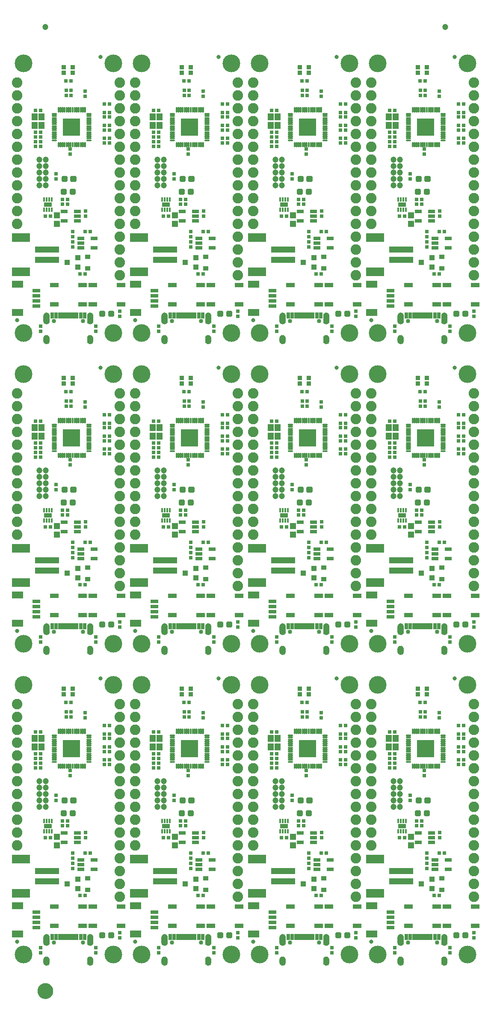
<source format=gts>
G04 EAGLE Gerber RS-274X export*
G75*
%MOMM*%
%FSLAX34Y34*%
%LPD*%
%INSoldermask Top*%
%IPPOS*%
%AMOC8*
5,1,8,0,0,1.08239X$1,22.5*%
G01*
%ADD10R,1.033200X0.833200*%
%ADD11C,0.505344*%
%ADD12R,1.103200X1.003200*%
%ADD13C,0.838200*%
%ADD14R,2.203200X1.403200*%
%ADD15R,1.553200X0.803200*%
%ADD16R,4.803200X1.203200*%
%ADD17R,3.603200X1.803200*%
%ADD18C,3.505200*%
%ADD19R,0.803200X0.803200*%
%ADD20C,0.282238*%
%ADD21R,3.403200X3.403200*%
%ADD22R,1.303200X1.403200*%
%ADD23R,0.503200X1.203200*%
%ADD24R,0.803200X1.203200*%
%ADD25C,0.853200*%
%ADD26R,1.727200X0.965200*%
%ADD27R,0.440000X0.840000*%
%ADD28R,1.520000X0.940000*%
%ADD29R,0.903200X0.903200*%
%ADD30C,2.082800*%
%ADD31R,1.403200X0.753200*%
%ADD32C,1.203200*%
%ADD33R,1.203200X1.303200*%
%ADD34C,1.270000*%
%ADD35C,1.703200*%

G36*
X539744Y1272243D02*
X539744Y1272243D01*
X539750Y1272249D01*
X539755Y1272245D01*
X540985Y1272610D01*
X540990Y1272617D01*
X540995Y1272615D01*
X542114Y1273245D01*
X542117Y1273252D01*
X542123Y1273251D01*
X543073Y1274114D01*
X543074Y1274122D01*
X543080Y1274122D01*
X543814Y1275175D01*
X543814Y1275183D01*
X543819Y1275185D01*
X544301Y1276375D01*
X544299Y1276380D01*
X544303Y1276383D01*
X544302Y1276384D01*
X544304Y1276385D01*
X544509Y1277652D01*
X544506Y1277657D01*
X544509Y1277660D01*
X544509Y1289660D01*
X544506Y1289664D01*
X544509Y1289667D01*
X544354Y1290789D01*
X544349Y1290794D01*
X544352Y1290798D01*
X543981Y1291869D01*
X543975Y1291873D01*
X543977Y1291878D01*
X543404Y1292855D01*
X543398Y1292858D01*
X543399Y1292863D01*
X542646Y1293710D01*
X542639Y1293712D01*
X542639Y1293717D01*
X541736Y1294401D01*
X541729Y1294401D01*
X541728Y1294406D01*
X540709Y1294901D01*
X540702Y1294899D01*
X540700Y1294904D01*
X539603Y1295191D01*
X539597Y1295188D01*
X539594Y1295192D01*
X538463Y1295259D01*
X538457Y1295259D01*
X537326Y1295192D01*
X537321Y1295187D01*
X537317Y1295191D01*
X536220Y1294904D01*
X536216Y1294898D01*
X536211Y1294901D01*
X535192Y1294406D01*
X535189Y1294400D01*
X535184Y1294401D01*
X534281Y1293717D01*
X534279Y1293710D01*
X534274Y1293710D01*
X533521Y1292863D01*
X533521Y1292856D01*
X533516Y1292855D01*
X532943Y1291878D01*
X532944Y1291875D01*
X532943Y1291874D01*
X532944Y1291873D01*
X532944Y1291871D01*
X532939Y1291869D01*
X532568Y1290798D01*
X532570Y1290793D01*
X532567Y1290791D01*
X532567Y1290790D01*
X532566Y1290789D01*
X532411Y1289667D01*
X532414Y1289662D01*
X532411Y1289660D01*
X532411Y1277660D01*
X532414Y1277655D01*
X532411Y1277652D01*
X532616Y1276385D01*
X532622Y1276379D01*
X532619Y1276375D01*
X533101Y1275185D01*
X533108Y1275181D01*
X533106Y1275175D01*
X533840Y1274122D01*
X533848Y1274120D01*
X533847Y1274114D01*
X534797Y1273251D01*
X534806Y1273250D01*
X534806Y1273245D01*
X535925Y1272615D01*
X535933Y1272616D01*
X535935Y1272610D01*
X537165Y1272245D01*
X537173Y1272248D01*
X537176Y1272243D01*
X538457Y1272161D01*
X538461Y1272164D01*
X538463Y1272161D01*
X539744Y1272243D01*
G37*
G36*
X72384Y1272243D02*
X72384Y1272243D01*
X72390Y1272249D01*
X72395Y1272245D01*
X73625Y1272610D01*
X73630Y1272617D01*
X73635Y1272615D01*
X74754Y1273245D01*
X74757Y1273252D01*
X74763Y1273251D01*
X75713Y1274114D01*
X75714Y1274122D01*
X75720Y1274122D01*
X76454Y1275175D01*
X76454Y1275183D01*
X76459Y1275185D01*
X76941Y1276375D01*
X76939Y1276380D01*
X76943Y1276383D01*
X76942Y1276384D01*
X76944Y1276385D01*
X77149Y1277652D01*
X77146Y1277657D01*
X77149Y1277660D01*
X77149Y1289660D01*
X77146Y1289664D01*
X77149Y1289667D01*
X76994Y1290789D01*
X76989Y1290794D01*
X76992Y1290798D01*
X76621Y1291869D01*
X76615Y1291873D01*
X76617Y1291878D01*
X76044Y1292855D01*
X76038Y1292858D01*
X76039Y1292863D01*
X75286Y1293710D01*
X75279Y1293712D01*
X75279Y1293717D01*
X74376Y1294401D01*
X74369Y1294401D01*
X74368Y1294406D01*
X73349Y1294901D01*
X73342Y1294899D01*
X73340Y1294904D01*
X72243Y1295191D01*
X72237Y1295188D01*
X72234Y1295192D01*
X71103Y1295259D01*
X71097Y1295259D01*
X69966Y1295192D01*
X69961Y1295187D01*
X69957Y1295191D01*
X68860Y1294904D01*
X68856Y1294898D01*
X68851Y1294901D01*
X67832Y1294406D01*
X67829Y1294400D01*
X67824Y1294401D01*
X66921Y1293717D01*
X66919Y1293710D01*
X66914Y1293710D01*
X66161Y1292863D01*
X66161Y1292856D01*
X66156Y1292855D01*
X65583Y1291878D01*
X65584Y1291875D01*
X65583Y1291874D01*
X65584Y1291873D01*
X65584Y1291871D01*
X65579Y1291869D01*
X65208Y1290798D01*
X65210Y1290793D01*
X65207Y1290791D01*
X65207Y1290790D01*
X65206Y1290789D01*
X65051Y1289667D01*
X65054Y1289662D01*
X65051Y1289660D01*
X65051Y1277660D01*
X65054Y1277655D01*
X65051Y1277652D01*
X65256Y1276385D01*
X65262Y1276379D01*
X65259Y1276375D01*
X65741Y1275185D01*
X65748Y1275181D01*
X65746Y1275175D01*
X66480Y1274122D01*
X66488Y1274120D01*
X66487Y1274114D01*
X67437Y1273251D01*
X67446Y1273250D01*
X67446Y1273245D01*
X68565Y1272615D01*
X68573Y1272616D01*
X68575Y1272610D01*
X69805Y1272245D01*
X69813Y1272248D01*
X69816Y1272243D01*
X71097Y1272161D01*
X71101Y1272164D01*
X71103Y1272161D01*
X72384Y1272243D01*
G37*
G36*
X306064Y1272243D02*
X306064Y1272243D01*
X306070Y1272249D01*
X306075Y1272245D01*
X307305Y1272610D01*
X307310Y1272617D01*
X307315Y1272615D01*
X308434Y1273245D01*
X308437Y1273252D01*
X308443Y1273251D01*
X309393Y1274114D01*
X309394Y1274122D01*
X309400Y1274122D01*
X310134Y1275175D01*
X310134Y1275183D01*
X310139Y1275185D01*
X310621Y1276375D01*
X310619Y1276380D01*
X310623Y1276383D01*
X310622Y1276384D01*
X310624Y1276385D01*
X310829Y1277652D01*
X310826Y1277657D01*
X310829Y1277660D01*
X310829Y1289660D01*
X310826Y1289664D01*
X310829Y1289667D01*
X310674Y1290789D01*
X310669Y1290794D01*
X310672Y1290798D01*
X310301Y1291869D01*
X310295Y1291873D01*
X310297Y1291878D01*
X309724Y1292855D01*
X309718Y1292858D01*
X309719Y1292863D01*
X308966Y1293710D01*
X308959Y1293712D01*
X308959Y1293717D01*
X308056Y1294401D01*
X308049Y1294401D01*
X308048Y1294406D01*
X307029Y1294901D01*
X307022Y1294899D01*
X307020Y1294904D01*
X305923Y1295191D01*
X305917Y1295188D01*
X305914Y1295192D01*
X304783Y1295259D01*
X304777Y1295259D01*
X303646Y1295192D01*
X303641Y1295187D01*
X303637Y1295191D01*
X302540Y1294904D01*
X302536Y1294898D01*
X302531Y1294901D01*
X301512Y1294406D01*
X301509Y1294400D01*
X301504Y1294401D01*
X300601Y1293717D01*
X300599Y1293710D01*
X300594Y1293710D01*
X299841Y1292863D01*
X299841Y1292856D01*
X299836Y1292855D01*
X299263Y1291878D01*
X299264Y1291875D01*
X299263Y1291874D01*
X299264Y1291873D01*
X299264Y1291871D01*
X299259Y1291869D01*
X298888Y1290798D01*
X298890Y1290793D01*
X298887Y1290791D01*
X298887Y1290790D01*
X298886Y1290789D01*
X298731Y1289667D01*
X298734Y1289662D01*
X298731Y1289660D01*
X298731Y1277660D01*
X298734Y1277655D01*
X298731Y1277652D01*
X298936Y1276385D01*
X298942Y1276379D01*
X298939Y1276375D01*
X299421Y1275185D01*
X299428Y1275181D01*
X299426Y1275175D01*
X300160Y1274122D01*
X300168Y1274120D01*
X300167Y1274114D01*
X301117Y1273251D01*
X301126Y1273250D01*
X301126Y1273245D01*
X302245Y1272615D01*
X302253Y1272616D01*
X302255Y1272610D01*
X303485Y1272245D01*
X303493Y1272248D01*
X303496Y1272243D01*
X304777Y1272161D01*
X304781Y1272164D01*
X304783Y1272161D01*
X306064Y1272243D01*
G37*
G36*
X158784Y1272243D02*
X158784Y1272243D01*
X158790Y1272249D01*
X158795Y1272245D01*
X160025Y1272610D01*
X160030Y1272617D01*
X160035Y1272615D01*
X161154Y1273245D01*
X161157Y1273252D01*
X161163Y1273251D01*
X162113Y1274114D01*
X162114Y1274122D01*
X162120Y1274122D01*
X162854Y1275175D01*
X162854Y1275183D01*
X162859Y1275185D01*
X163341Y1276375D01*
X163339Y1276380D01*
X163343Y1276383D01*
X163342Y1276384D01*
X163344Y1276385D01*
X163549Y1277652D01*
X163546Y1277657D01*
X163549Y1277660D01*
X163549Y1289660D01*
X163546Y1289664D01*
X163549Y1289667D01*
X163394Y1290789D01*
X163389Y1290794D01*
X163392Y1290798D01*
X163021Y1291869D01*
X163015Y1291873D01*
X163017Y1291878D01*
X162444Y1292855D01*
X162438Y1292858D01*
X162439Y1292863D01*
X161686Y1293710D01*
X161679Y1293712D01*
X161679Y1293717D01*
X160776Y1294401D01*
X160769Y1294401D01*
X160768Y1294406D01*
X159749Y1294901D01*
X159742Y1294899D01*
X159740Y1294904D01*
X158643Y1295191D01*
X158637Y1295188D01*
X158634Y1295192D01*
X157503Y1295259D01*
X157497Y1295259D01*
X156366Y1295192D01*
X156361Y1295187D01*
X156357Y1295191D01*
X155260Y1294904D01*
X155256Y1294898D01*
X155251Y1294901D01*
X154232Y1294406D01*
X154229Y1294400D01*
X154224Y1294401D01*
X153321Y1293717D01*
X153319Y1293710D01*
X153314Y1293710D01*
X152561Y1292863D01*
X152561Y1292856D01*
X152556Y1292855D01*
X151983Y1291878D01*
X151984Y1291875D01*
X151983Y1291874D01*
X151984Y1291873D01*
X151984Y1291871D01*
X151979Y1291869D01*
X151608Y1290798D01*
X151610Y1290793D01*
X151607Y1290791D01*
X151607Y1290790D01*
X151606Y1290789D01*
X151451Y1289667D01*
X151454Y1289662D01*
X151451Y1289660D01*
X151451Y1277660D01*
X151454Y1277655D01*
X151451Y1277652D01*
X151656Y1276385D01*
X151662Y1276379D01*
X151659Y1276375D01*
X152141Y1275185D01*
X152148Y1275181D01*
X152146Y1275175D01*
X152880Y1274122D01*
X152888Y1274120D01*
X152887Y1274114D01*
X153837Y1273251D01*
X153846Y1273250D01*
X153846Y1273245D01*
X154965Y1272615D01*
X154973Y1272616D01*
X154975Y1272610D01*
X156205Y1272245D01*
X156213Y1272248D01*
X156216Y1272243D01*
X157497Y1272161D01*
X157501Y1272164D01*
X157503Y1272161D01*
X158784Y1272243D01*
G37*
G36*
X392464Y1272243D02*
X392464Y1272243D01*
X392470Y1272249D01*
X392475Y1272245D01*
X393705Y1272610D01*
X393710Y1272617D01*
X393715Y1272615D01*
X394834Y1273245D01*
X394837Y1273252D01*
X394843Y1273251D01*
X395793Y1274114D01*
X395794Y1274122D01*
X395800Y1274122D01*
X396534Y1275175D01*
X396534Y1275183D01*
X396539Y1275185D01*
X397021Y1276375D01*
X397019Y1276380D01*
X397023Y1276383D01*
X397022Y1276384D01*
X397024Y1276385D01*
X397229Y1277652D01*
X397226Y1277657D01*
X397229Y1277660D01*
X397229Y1289660D01*
X397226Y1289664D01*
X397229Y1289667D01*
X397074Y1290789D01*
X397069Y1290794D01*
X397072Y1290798D01*
X396701Y1291869D01*
X396695Y1291873D01*
X396697Y1291878D01*
X396124Y1292855D01*
X396118Y1292858D01*
X396119Y1292863D01*
X395366Y1293710D01*
X395359Y1293712D01*
X395359Y1293717D01*
X394456Y1294401D01*
X394449Y1294401D01*
X394448Y1294406D01*
X393429Y1294901D01*
X393422Y1294899D01*
X393420Y1294904D01*
X392323Y1295191D01*
X392317Y1295188D01*
X392314Y1295192D01*
X391183Y1295259D01*
X391177Y1295259D01*
X390046Y1295192D01*
X390041Y1295187D01*
X390037Y1295191D01*
X388940Y1294904D01*
X388936Y1294898D01*
X388931Y1294901D01*
X387912Y1294406D01*
X387909Y1294400D01*
X387904Y1294401D01*
X387001Y1293717D01*
X386999Y1293710D01*
X386994Y1293710D01*
X386241Y1292863D01*
X386241Y1292856D01*
X386236Y1292855D01*
X385663Y1291878D01*
X385664Y1291875D01*
X385663Y1291874D01*
X385664Y1291873D01*
X385664Y1291871D01*
X385659Y1291869D01*
X385288Y1290798D01*
X385290Y1290793D01*
X385287Y1290791D01*
X385287Y1290790D01*
X385286Y1290789D01*
X385131Y1289667D01*
X385134Y1289662D01*
X385131Y1289660D01*
X385131Y1277660D01*
X385134Y1277655D01*
X385131Y1277652D01*
X385336Y1276385D01*
X385342Y1276379D01*
X385339Y1276375D01*
X385821Y1275185D01*
X385828Y1275181D01*
X385826Y1275175D01*
X386560Y1274122D01*
X386568Y1274120D01*
X386567Y1274114D01*
X387517Y1273251D01*
X387526Y1273250D01*
X387526Y1273245D01*
X388645Y1272615D01*
X388653Y1272616D01*
X388655Y1272610D01*
X389885Y1272245D01*
X389893Y1272248D01*
X389896Y1272243D01*
X391177Y1272161D01*
X391181Y1272164D01*
X391183Y1272161D01*
X392464Y1272243D01*
G37*
G36*
X626144Y1272243D02*
X626144Y1272243D01*
X626150Y1272249D01*
X626155Y1272245D01*
X627385Y1272610D01*
X627390Y1272617D01*
X627395Y1272615D01*
X628514Y1273245D01*
X628517Y1273252D01*
X628523Y1273251D01*
X629473Y1274114D01*
X629474Y1274122D01*
X629480Y1274122D01*
X630214Y1275175D01*
X630214Y1275183D01*
X630219Y1275185D01*
X630701Y1276375D01*
X630699Y1276380D01*
X630703Y1276383D01*
X630702Y1276384D01*
X630704Y1276385D01*
X630909Y1277652D01*
X630906Y1277657D01*
X630909Y1277660D01*
X630909Y1289660D01*
X630906Y1289664D01*
X630909Y1289667D01*
X630754Y1290789D01*
X630749Y1290794D01*
X630752Y1290798D01*
X630381Y1291869D01*
X630375Y1291873D01*
X630377Y1291878D01*
X629804Y1292855D01*
X629798Y1292858D01*
X629799Y1292863D01*
X629046Y1293710D01*
X629039Y1293712D01*
X629039Y1293717D01*
X628136Y1294401D01*
X628129Y1294401D01*
X628128Y1294406D01*
X627109Y1294901D01*
X627102Y1294899D01*
X627100Y1294904D01*
X626003Y1295191D01*
X625997Y1295188D01*
X625994Y1295192D01*
X624863Y1295259D01*
X624857Y1295259D01*
X623726Y1295192D01*
X623721Y1295187D01*
X623717Y1295191D01*
X622620Y1294904D01*
X622616Y1294898D01*
X622611Y1294901D01*
X621592Y1294406D01*
X621589Y1294400D01*
X621584Y1294401D01*
X620681Y1293717D01*
X620679Y1293710D01*
X620674Y1293710D01*
X619921Y1292863D01*
X619921Y1292856D01*
X619916Y1292855D01*
X619343Y1291878D01*
X619344Y1291875D01*
X619343Y1291874D01*
X619344Y1291873D01*
X619344Y1291871D01*
X619339Y1291869D01*
X618968Y1290798D01*
X618970Y1290793D01*
X618967Y1290791D01*
X618967Y1290790D01*
X618966Y1290789D01*
X618811Y1289667D01*
X618814Y1289662D01*
X618811Y1289660D01*
X618811Y1277660D01*
X618814Y1277655D01*
X618811Y1277652D01*
X619016Y1276385D01*
X619022Y1276379D01*
X619019Y1276375D01*
X619501Y1275185D01*
X619508Y1275181D01*
X619506Y1275175D01*
X620240Y1274122D01*
X620248Y1274120D01*
X620247Y1274114D01*
X621197Y1273251D01*
X621206Y1273250D01*
X621206Y1273245D01*
X622325Y1272615D01*
X622333Y1272616D01*
X622335Y1272610D01*
X623565Y1272245D01*
X623573Y1272248D01*
X623576Y1272243D01*
X624857Y1272161D01*
X624861Y1272164D01*
X624863Y1272161D01*
X626144Y1272243D01*
G37*
G36*
X859824Y1272243D02*
X859824Y1272243D01*
X859830Y1272249D01*
X859835Y1272245D01*
X861065Y1272610D01*
X861070Y1272617D01*
X861075Y1272615D01*
X862194Y1273245D01*
X862197Y1273252D01*
X862203Y1273251D01*
X863153Y1274114D01*
X863154Y1274122D01*
X863160Y1274122D01*
X863894Y1275175D01*
X863894Y1275183D01*
X863899Y1275185D01*
X864381Y1276375D01*
X864379Y1276380D01*
X864383Y1276383D01*
X864382Y1276384D01*
X864384Y1276385D01*
X864589Y1277652D01*
X864586Y1277657D01*
X864589Y1277660D01*
X864589Y1289660D01*
X864586Y1289664D01*
X864589Y1289667D01*
X864434Y1290789D01*
X864429Y1290794D01*
X864432Y1290798D01*
X864061Y1291869D01*
X864055Y1291873D01*
X864057Y1291878D01*
X863484Y1292855D01*
X863478Y1292858D01*
X863479Y1292863D01*
X862726Y1293710D01*
X862719Y1293712D01*
X862719Y1293717D01*
X861816Y1294401D01*
X861809Y1294401D01*
X861808Y1294406D01*
X860789Y1294901D01*
X860782Y1294899D01*
X860780Y1294904D01*
X859683Y1295191D01*
X859677Y1295188D01*
X859674Y1295192D01*
X858543Y1295259D01*
X858537Y1295259D01*
X857406Y1295192D01*
X857401Y1295187D01*
X857397Y1295191D01*
X856300Y1294904D01*
X856296Y1294898D01*
X856291Y1294901D01*
X855272Y1294406D01*
X855269Y1294400D01*
X855264Y1294401D01*
X854361Y1293717D01*
X854359Y1293710D01*
X854354Y1293710D01*
X853601Y1292863D01*
X853601Y1292856D01*
X853596Y1292855D01*
X853023Y1291878D01*
X853024Y1291875D01*
X853023Y1291874D01*
X853024Y1291873D01*
X853024Y1291871D01*
X853019Y1291869D01*
X852648Y1290798D01*
X852650Y1290793D01*
X852647Y1290791D01*
X852647Y1290790D01*
X852646Y1290789D01*
X852491Y1289667D01*
X852494Y1289662D01*
X852491Y1289660D01*
X852491Y1277660D01*
X852494Y1277655D01*
X852491Y1277652D01*
X852696Y1276385D01*
X852702Y1276379D01*
X852699Y1276375D01*
X853181Y1275185D01*
X853188Y1275181D01*
X853186Y1275175D01*
X853920Y1274122D01*
X853928Y1274120D01*
X853927Y1274114D01*
X854877Y1273251D01*
X854886Y1273250D01*
X854886Y1273245D01*
X856005Y1272615D01*
X856013Y1272616D01*
X856015Y1272610D01*
X857245Y1272245D01*
X857253Y1272248D01*
X857256Y1272243D01*
X858537Y1272161D01*
X858541Y1272164D01*
X858543Y1272161D01*
X859824Y1272243D01*
G37*
G36*
X773424Y1272243D02*
X773424Y1272243D01*
X773430Y1272249D01*
X773435Y1272245D01*
X774665Y1272610D01*
X774670Y1272617D01*
X774675Y1272615D01*
X775794Y1273245D01*
X775797Y1273252D01*
X775803Y1273251D01*
X776753Y1274114D01*
X776754Y1274122D01*
X776760Y1274122D01*
X777494Y1275175D01*
X777494Y1275183D01*
X777499Y1275185D01*
X777981Y1276375D01*
X777979Y1276380D01*
X777983Y1276383D01*
X777982Y1276384D01*
X777984Y1276385D01*
X778189Y1277652D01*
X778186Y1277657D01*
X778189Y1277660D01*
X778189Y1289660D01*
X778186Y1289664D01*
X778189Y1289667D01*
X778034Y1290789D01*
X778029Y1290794D01*
X778032Y1290798D01*
X777661Y1291869D01*
X777655Y1291873D01*
X777657Y1291878D01*
X777084Y1292855D01*
X777078Y1292858D01*
X777079Y1292863D01*
X776326Y1293710D01*
X776319Y1293712D01*
X776319Y1293717D01*
X775416Y1294401D01*
X775409Y1294401D01*
X775408Y1294406D01*
X774389Y1294901D01*
X774382Y1294899D01*
X774380Y1294904D01*
X773283Y1295191D01*
X773277Y1295188D01*
X773274Y1295192D01*
X772143Y1295259D01*
X772137Y1295259D01*
X771006Y1295192D01*
X771001Y1295187D01*
X770997Y1295191D01*
X769900Y1294904D01*
X769896Y1294898D01*
X769891Y1294901D01*
X768872Y1294406D01*
X768869Y1294400D01*
X768864Y1294401D01*
X767961Y1293717D01*
X767959Y1293710D01*
X767954Y1293710D01*
X767201Y1292863D01*
X767201Y1292856D01*
X767196Y1292855D01*
X766623Y1291878D01*
X766624Y1291875D01*
X766623Y1291874D01*
X766624Y1291873D01*
X766624Y1291871D01*
X766619Y1291869D01*
X766248Y1290798D01*
X766250Y1290793D01*
X766247Y1290791D01*
X766247Y1290790D01*
X766246Y1290789D01*
X766091Y1289667D01*
X766094Y1289662D01*
X766091Y1289660D01*
X766091Y1277660D01*
X766094Y1277655D01*
X766091Y1277652D01*
X766296Y1276385D01*
X766302Y1276379D01*
X766299Y1276375D01*
X766781Y1275185D01*
X766788Y1275181D01*
X766786Y1275175D01*
X767520Y1274122D01*
X767528Y1274120D01*
X767527Y1274114D01*
X768477Y1273251D01*
X768486Y1273250D01*
X768486Y1273245D01*
X769605Y1272615D01*
X769613Y1272616D01*
X769615Y1272610D01*
X770845Y1272245D01*
X770853Y1272248D01*
X770856Y1272243D01*
X772137Y1272161D01*
X772141Y1272164D01*
X772143Y1272161D01*
X773424Y1272243D01*
G37*
G36*
X626144Y657563D02*
X626144Y657563D01*
X626150Y657569D01*
X626155Y657565D01*
X627385Y657930D01*
X627390Y657937D01*
X627395Y657935D01*
X628514Y658565D01*
X628517Y658572D01*
X628523Y658571D01*
X629473Y659434D01*
X629474Y659442D01*
X629480Y659442D01*
X630214Y660495D01*
X630214Y660503D01*
X630219Y660505D01*
X630701Y661695D01*
X630699Y661700D01*
X630703Y661703D01*
X630702Y661704D01*
X630704Y661705D01*
X630909Y662972D01*
X630906Y662977D01*
X630909Y662980D01*
X630909Y674980D01*
X630906Y674984D01*
X630909Y674987D01*
X630754Y676109D01*
X630749Y676114D01*
X630752Y676118D01*
X630381Y677189D01*
X630375Y677193D01*
X630377Y677198D01*
X629804Y678175D01*
X629798Y678178D01*
X629799Y678183D01*
X629046Y679030D01*
X629039Y679032D01*
X629039Y679037D01*
X628136Y679721D01*
X628129Y679721D01*
X628128Y679726D01*
X627109Y680221D01*
X627102Y680219D01*
X627100Y680224D01*
X626003Y680511D01*
X625997Y680508D01*
X625994Y680512D01*
X624863Y680579D01*
X624857Y680579D01*
X623726Y680512D01*
X623721Y680507D01*
X623717Y680511D01*
X622620Y680224D01*
X622616Y680218D01*
X622611Y680221D01*
X621592Y679726D01*
X621589Y679720D01*
X621584Y679721D01*
X620681Y679037D01*
X620679Y679030D01*
X620674Y679030D01*
X619921Y678183D01*
X619921Y678176D01*
X619916Y678175D01*
X619343Y677198D01*
X619344Y677195D01*
X619343Y677194D01*
X619344Y677193D01*
X619344Y677191D01*
X619339Y677189D01*
X618968Y676118D01*
X618970Y676113D01*
X618967Y676111D01*
X618967Y676110D01*
X618966Y676109D01*
X618811Y674987D01*
X618814Y674982D01*
X618811Y674980D01*
X618811Y662980D01*
X618814Y662975D01*
X618811Y662972D01*
X619016Y661705D01*
X619022Y661699D01*
X619019Y661695D01*
X619501Y660505D01*
X619508Y660501D01*
X619506Y660495D01*
X620240Y659442D01*
X620248Y659440D01*
X620247Y659434D01*
X621197Y658571D01*
X621206Y658570D01*
X621206Y658565D01*
X622325Y657935D01*
X622333Y657936D01*
X622335Y657930D01*
X623565Y657565D01*
X623573Y657568D01*
X623576Y657563D01*
X624857Y657481D01*
X624861Y657484D01*
X624863Y657481D01*
X626144Y657563D01*
G37*
G36*
X392464Y657563D02*
X392464Y657563D01*
X392470Y657569D01*
X392475Y657565D01*
X393705Y657930D01*
X393710Y657937D01*
X393715Y657935D01*
X394834Y658565D01*
X394837Y658572D01*
X394843Y658571D01*
X395793Y659434D01*
X395794Y659442D01*
X395800Y659442D01*
X396534Y660495D01*
X396534Y660503D01*
X396539Y660505D01*
X397021Y661695D01*
X397019Y661700D01*
X397023Y661703D01*
X397022Y661704D01*
X397024Y661705D01*
X397229Y662972D01*
X397226Y662977D01*
X397229Y662980D01*
X397229Y674980D01*
X397226Y674984D01*
X397229Y674987D01*
X397074Y676109D01*
X397069Y676114D01*
X397072Y676118D01*
X396701Y677189D01*
X396695Y677193D01*
X396697Y677198D01*
X396124Y678175D01*
X396118Y678178D01*
X396119Y678183D01*
X395366Y679030D01*
X395359Y679032D01*
X395359Y679037D01*
X394456Y679721D01*
X394449Y679721D01*
X394448Y679726D01*
X393429Y680221D01*
X393422Y680219D01*
X393420Y680224D01*
X392323Y680511D01*
X392317Y680508D01*
X392314Y680512D01*
X391183Y680579D01*
X391177Y680579D01*
X390046Y680512D01*
X390041Y680507D01*
X390037Y680511D01*
X388940Y680224D01*
X388936Y680218D01*
X388931Y680221D01*
X387912Y679726D01*
X387909Y679720D01*
X387904Y679721D01*
X387001Y679037D01*
X386999Y679030D01*
X386994Y679030D01*
X386241Y678183D01*
X386241Y678176D01*
X386236Y678175D01*
X385663Y677198D01*
X385664Y677195D01*
X385663Y677194D01*
X385664Y677193D01*
X385664Y677191D01*
X385659Y677189D01*
X385288Y676118D01*
X385290Y676113D01*
X385287Y676111D01*
X385287Y676110D01*
X385286Y676109D01*
X385131Y674987D01*
X385134Y674982D01*
X385131Y674980D01*
X385131Y662980D01*
X385134Y662975D01*
X385131Y662972D01*
X385336Y661705D01*
X385342Y661699D01*
X385339Y661695D01*
X385821Y660505D01*
X385828Y660501D01*
X385826Y660495D01*
X386560Y659442D01*
X386568Y659440D01*
X386567Y659434D01*
X387517Y658571D01*
X387526Y658570D01*
X387526Y658565D01*
X388645Y657935D01*
X388653Y657936D01*
X388655Y657930D01*
X389885Y657565D01*
X389893Y657568D01*
X389896Y657563D01*
X391177Y657481D01*
X391181Y657484D01*
X391183Y657481D01*
X392464Y657563D01*
G37*
G36*
X306064Y657563D02*
X306064Y657563D01*
X306070Y657569D01*
X306075Y657565D01*
X307305Y657930D01*
X307310Y657937D01*
X307315Y657935D01*
X308434Y658565D01*
X308437Y658572D01*
X308443Y658571D01*
X309393Y659434D01*
X309394Y659442D01*
X309400Y659442D01*
X310134Y660495D01*
X310134Y660503D01*
X310139Y660505D01*
X310621Y661695D01*
X310619Y661700D01*
X310623Y661703D01*
X310622Y661704D01*
X310624Y661705D01*
X310829Y662972D01*
X310826Y662977D01*
X310829Y662980D01*
X310829Y674980D01*
X310826Y674984D01*
X310829Y674987D01*
X310674Y676109D01*
X310669Y676114D01*
X310672Y676118D01*
X310301Y677189D01*
X310295Y677193D01*
X310297Y677198D01*
X309724Y678175D01*
X309718Y678178D01*
X309719Y678183D01*
X308966Y679030D01*
X308959Y679032D01*
X308959Y679037D01*
X308056Y679721D01*
X308049Y679721D01*
X308048Y679726D01*
X307029Y680221D01*
X307022Y680219D01*
X307020Y680224D01*
X305923Y680511D01*
X305917Y680508D01*
X305914Y680512D01*
X304783Y680579D01*
X304777Y680579D01*
X303646Y680512D01*
X303641Y680507D01*
X303637Y680511D01*
X302540Y680224D01*
X302536Y680218D01*
X302531Y680221D01*
X301512Y679726D01*
X301509Y679720D01*
X301504Y679721D01*
X300601Y679037D01*
X300599Y679030D01*
X300594Y679030D01*
X299841Y678183D01*
X299841Y678176D01*
X299836Y678175D01*
X299263Y677198D01*
X299264Y677195D01*
X299263Y677194D01*
X299264Y677193D01*
X299264Y677191D01*
X299259Y677189D01*
X298888Y676118D01*
X298890Y676113D01*
X298887Y676111D01*
X298887Y676110D01*
X298886Y676109D01*
X298731Y674987D01*
X298734Y674982D01*
X298731Y674980D01*
X298731Y662980D01*
X298734Y662975D01*
X298731Y662972D01*
X298936Y661705D01*
X298942Y661699D01*
X298939Y661695D01*
X299421Y660505D01*
X299428Y660501D01*
X299426Y660495D01*
X300160Y659442D01*
X300168Y659440D01*
X300167Y659434D01*
X301117Y658571D01*
X301126Y658570D01*
X301126Y658565D01*
X302245Y657935D01*
X302253Y657936D01*
X302255Y657930D01*
X303485Y657565D01*
X303493Y657568D01*
X303496Y657563D01*
X304777Y657481D01*
X304781Y657484D01*
X304783Y657481D01*
X306064Y657563D01*
G37*
G36*
X72384Y657563D02*
X72384Y657563D01*
X72390Y657569D01*
X72395Y657565D01*
X73625Y657930D01*
X73630Y657937D01*
X73635Y657935D01*
X74754Y658565D01*
X74757Y658572D01*
X74763Y658571D01*
X75713Y659434D01*
X75714Y659442D01*
X75720Y659442D01*
X76454Y660495D01*
X76454Y660503D01*
X76459Y660505D01*
X76941Y661695D01*
X76939Y661700D01*
X76943Y661703D01*
X76942Y661704D01*
X76944Y661705D01*
X77149Y662972D01*
X77146Y662977D01*
X77149Y662980D01*
X77149Y674980D01*
X77146Y674984D01*
X77149Y674987D01*
X76994Y676109D01*
X76989Y676114D01*
X76992Y676118D01*
X76621Y677189D01*
X76615Y677193D01*
X76617Y677198D01*
X76044Y678175D01*
X76038Y678178D01*
X76039Y678183D01*
X75286Y679030D01*
X75279Y679032D01*
X75279Y679037D01*
X74376Y679721D01*
X74369Y679721D01*
X74368Y679726D01*
X73349Y680221D01*
X73342Y680219D01*
X73340Y680224D01*
X72243Y680511D01*
X72237Y680508D01*
X72234Y680512D01*
X71103Y680579D01*
X71097Y680579D01*
X69966Y680512D01*
X69961Y680507D01*
X69957Y680511D01*
X68860Y680224D01*
X68856Y680218D01*
X68851Y680221D01*
X67832Y679726D01*
X67829Y679720D01*
X67824Y679721D01*
X66921Y679037D01*
X66919Y679030D01*
X66914Y679030D01*
X66161Y678183D01*
X66161Y678176D01*
X66156Y678175D01*
X65583Y677198D01*
X65584Y677195D01*
X65583Y677194D01*
X65584Y677193D01*
X65584Y677191D01*
X65579Y677189D01*
X65208Y676118D01*
X65210Y676113D01*
X65207Y676111D01*
X65207Y676110D01*
X65206Y676109D01*
X65051Y674987D01*
X65054Y674982D01*
X65051Y674980D01*
X65051Y662980D01*
X65054Y662975D01*
X65051Y662972D01*
X65256Y661705D01*
X65262Y661699D01*
X65259Y661695D01*
X65741Y660505D01*
X65748Y660501D01*
X65746Y660495D01*
X66480Y659442D01*
X66488Y659440D01*
X66487Y659434D01*
X67437Y658571D01*
X67446Y658570D01*
X67446Y658565D01*
X68565Y657935D01*
X68573Y657936D01*
X68575Y657930D01*
X69805Y657565D01*
X69813Y657568D01*
X69816Y657563D01*
X71097Y657481D01*
X71101Y657484D01*
X71103Y657481D01*
X72384Y657563D01*
G37*
G36*
X859824Y657563D02*
X859824Y657563D01*
X859830Y657569D01*
X859835Y657565D01*
X861065Y657930D01*
X861070Y657937D01*
X861075Y657935D01*
X862194Y658565D01*
X862197Y658572D01*
X862203Y658571D01*
X863153Y659434D01*
X863154Y659442D01*
X863160Y659442D01*
X863894Y660495D01*
X863894Y660503D01*
X863899Y660505D01*
X864381Y661695D01*
X864379Y661700D01*
X864383Y661703D01*
X864382Y661704D01*
X864384Y661705D01*
X864589Y662972D01*
X864586Y662977D01*
X864589Y662980D01*
X864589Y674980D01*
X864586Y674984D01*
X864589Y674987D01*
X864434Y676109D01*
X864429Y676114D01*
X864432Y676118D01*
X864061Y677189D01*
X864055Y677193D01*
X864057Y677198D01*
X863484Y678175D01*
X863478Y678178D01*
X863479Y678183D01*
X862726Y679030D01*
X862719Y679032D01*
X862719Y679037D01*
X861816Y679721D01*
X861809Y679721D01*
X861808Y679726D01*
X860789Y680221D01*
X860782Y680219D01*
X860780Y680224D01*
X859683Y680511D01*
X859677Y680508D01*
X859674Y680512D01*
X858543Y680579D01*
X858537Y680579D01*
X857406Y680512D01*
X857401Y680507D01*
X857397Y680511D01*
X856300Y680224D01*
X856296Y680218D01*
X856291Y680221D01*
X855272Y679726D01*
X855269Y679720D01*
X855264Y679721D01*
X854361Y679037D01*
X854359Y679030D01*
X854354Y679030D01*
X853601Y678183D01*
X853601Y678176D01*
X853596Y678175D01*
X853023Y677198D01*
X853024Y677195D01*
X853023Y677194D01*
X853024Y677193D01*
X853024Y677191D01*
X853019Y677189D01*
X852648Y676118D01*
X852650Y676113D01*
X852647Y676111D01*
X852647Y676110D01*
X852646Y676109D01*
X852491Y674987D01*
X852494Y674982D01*
X852491Y674980D01*
X852491Y662980D01*
X852494Y662975D01*
X852491Y662972D01*
X852696Y661705D01*
X852702Y661699D01*
X852699Y661695D01*
X853181Y660505D01*
X853188Y660501D01*
X853186Y660495D01*
X853920Y659442D01*
X853928Y659440D01*
X853927Y659434D01*
X854877Y658571D01*
X854886Y658570D01*
X854886Y658565D01*
X856005Y657935D01*
X856013Y657936D01*
X856015Y657930D01*
X857245Y657565D01*
X857253Y657568D01*
X857256Y657563D01*
X858537Y657481D01*
X858541Y657484D01*
X858543Y657481D01*
X859824Y657563D01*
G37*
G36*
X539744Y657563D02*
X539744Y657563D01*
X539750Y657569D01*
X539755Y657565D01*
X540985Y657930D01*
X540990Y657937D01*
X540995Y657935D01*
X542114Y658565D01*
X542117Y658572D01*
X542123Y658571D01*
X543073Y659434D01*
X543074Y659442D01*
X543080Y659442D01*
X543814Y660495D01*
X543814Y660503D01*
X543819Y660505D01*
X544301Y661695D01*
X544299Y661700D01*
X544303Y661703D01*
X544302Y661704D01*
X544304Y661705D01*
X544509Y662972D01*
X544506Y662977D01*
X544509Y662980D01*
X544509Y674980D01*
X544506Y674984D01*
X544509Y674987D01*
X544354Y676109D01*
X544349Y676114D01*
X544352Y676118D01*
X543981Y677189D01*
X543975Y677193D01*
X543977Y677198D01*
X543404Y678175D01*
X543398Y678178D01*
X543399Y678183D01*
X542646Y679030D01*
X542639Y679032D01*
X542639Y679037D01*
X541736Y679721D01*
X541729Y679721D01*
X541728Y679726D01*
X540709Y680221D01*
X540702Y680219D01*
X540700Y680224D01*
X539603Y680511D01*
X539597Y680508D01*
X539594Y680512D01*
X538463Y680579D01*
X538457Y680579D01*
X537326Y680512D01*
X537321Y680507D01*
X537317Y680511D01*
X536220Y680224D01*
X536216Y680218D01*
X536211Y680221D01*
X535192Y679726D01*
X535189Y679720D01*
X535184Y679721D01*
X534281Y679037D01*
X534279Y679030D01*
X534274Y679030D01*
X533521Y678183D01*
X533521Y678176D01*
X533516Y678175D01*
X532943Y677198D01*
X532944Y677195D01*
X532943Y677194D01*
X532944Y677193D01*
X532944Y677191D01*
X532939Y677189D01*
X532568Y676118D01*
X532570Y676113D01*
X532567Y676111D01*
X532567Y676110D01*
X532566Y676109D01*
X532411Y674987D01*
X532414Y674982D01*
X532411Y674980D01*
X532411Y662980D01*
X532414Y662975D01*
X532411Y662972D01*
X532616Y661705D01*
X532622Y661699D01*
X532619Y661695D01*
X533101Y660505D01*
X533108Y660501D01*
X533106Y660495D01*
X533840Y659442D01*
X533848Y659440D01*
X533847Y659434D01*
X534797Y658571D01*
X534806Y658570D01*
X534806Y658565D01*
X535925Y657935D01*
X535933Y657936D01*
X535935Y657930D01*
X537165Y657565D01*
X537173Y657568D01*
X537176Y657563D01*
X538457Y657481D01*
X538461Y657484D01*
X538463Y657481D01*
X539744Y657563D01*
G37*
G36*
X158784Y657563D02*
X158784Y657563D01*
X158790Y657569D01*
X158795Y657565D01*
X160025Y657930D01*
X160030Y657937D01*
X160035Y657935D01*
X161154Y658565D01*
X161157Y658572D01*
X161163Y658571D01*
X162113Y659434D01*
X162114Y659442D01*
X162120Y659442D01*
X162854Y660495D01*
X162854Y660503D01*
X162859Y660505D01*
X163341Y661695D01*
X163339Y661700D01*
X163343Y661703D01*
X163342Y661704D01*
X163344Y661705D01*
X163549Y662972D01*
X163546Y662977D01*
X163549Y662980D01*
X163549Y674980D01*
X163546Y674984D01*
X163549Y674987D01*
X163394Y676109D01*
X163389Y676114D01*
X163392Y676118D01*
X163021Y677189D01*
X163015Y677193D01*
X163017Y677198D01*
X162444Y678175D01*
X162438Y678178D01*
X162439Y678183D01*
X161686Y679030D01*
X161679Y679032D01*
X161679Y679037D01*
X160776Y679721D01*
X160769Y679721D01*
X160768Y679726D01*
X159749Y680221D01*
X159742Y680219D01*
X159740Y680224D01*
X158643Y680511D01*
X158637Y680508D01*
X158634Y680512D01*
X157503Y680579D01*
X157497Y680579D01*
X156366Y680512D01*
X156361Y680507D01*
X156357Y680511D01*
X155260Y680224D01*
X155256Y680218D01*
X155251Y680221D01*
X154232Y679726D01*
X154229Y679720D01*
X154224Y679721D01*
X153321Y679037D01*
X153319Y679030D01*
X153314Y679030D01*
X152561Y678183D01*
X152561Y678176D01*
X152556Y678175D01*
X151983Y677198D01*
X151984Y677195D01*
X151983Y677194D01*
X151984Y677193D01*
X151984Y677191D01*
X151979Y677189D01*
X151608Y676118D01*
X151610Y676113D01*
X151607Y676111D01*
X151607Y676110D01*
X151606Y676109D01*
X151451Y674987D01*
X151454Y674982D01*
X151451Y674980D01*
X151451Y662980D01*
X151454Y662975D01*
X151451Y662972D01*
X151656Y661705D01*
X151662Y661699D01*
X151659Y661695D01*
X152141Y660505D01*
X152148Y660501D01*
X152146Y660495D01*
X152880Y659442D01*
X152888Y659440D01*
X152887Y659434D01*
X153837Y658571D01*
X153846Y658570D01*
X153846Y658565D01*
X154965Y657935D01*
X154973Y657936D01*
X154975Y657930D01*
X156205Y657565D01*
X156213Y657568D01*
X156216Y657563D01*
X157497Y657481D01*
X157501Y657484D01*
X157503Y657481D01*
X158784Y657563D01*
G37*
G36*
X773424Y657563D02*
X773424Y657563D01*
X773430Y657569D01*
X773435Y657565D01*
X774665Y657930D01*
X774670Y657937D01*
X774675Y657935D01*
X775794Y658565D01*
X775797Y658572D01*
X775803Y658571D01*
X776753Y659434D01*
X776754Y659442D01*
X776760Y659442D01*
X777494Y660495D01*
X777494Y660503D01*
X777499Y660505D01*
X777981Y661695D01*
X777979Y661700D01*
X777983Y661703D01*
X777982Y661704D01*
X777984Y661705D01*
X778189Y662972D01*
X778186Y662977D01*
X778189Y662980D01*
X778189Y674980D01*
X778186Y674984D01*
X778189Y674987D01*
X778034Y676109D01*
X778029Y676114D01*
X778032Y676118D01*
X777661Y677189D01*
X777655Y677193D01*
X777657Y677198D01*
X777084Y678175D01*
X777078Y678178D01*
X777079Y678183D01*
X776326Y679030D01*
X776319Y679032D01*
X776319Y679037D01*
X775416Y679721D01*
X775409Y679721D01*
X775408Y679726D01*
X774389Y680221D01*
X774382Y680219D01*
X774380Y680224D01*
X773283Y680511D01*
X773277Y680508D01*
X773274Y680512D01*
X772143Y680579D01*
X772137Y680579D01*
X771006Y680512D01*
X771001Y680507D01*
X770997Y680511D01*
X769900Y680224D01*
X769896Y680218D01*
X769891Y680221D01*
X768872Y679726D01*
X768869Y679720D01*
X768864Y679721D01*
X767961Y679037D01*
X767959Y679030D01*
X767954Y679030D01*
X767201Y678183D01*
X767201Y678176D01*
X767196Y678175D01*
X766623Y677198D01*
X766624Y677195D01*
X766623Y677194D01*
X766624Y677193D01*
X766624Y677191D01*
X766619Y677189D01*
X766248Y676118D01*
X766250Y676113D01*
X766247Y676111D01*
X766247Y676110D01*
X766246Y676109D01*
X766091Y674987D01*
X766094Y674982D01*
X766091Y674980D01*
X766091Y662980D01*
X766094Y662975D01*
X766091Y662972D01*
X766296Y661705D01*
X766302Y661699D01*
X766299Y661695D01*
X766781Y660505D01*
X766788Y660501D01*
X766786Y660495D01*
X767520Y659442D01*
X767528Y659440D01*
X767527Y659434D01*
X768477Y658571D01*
X768486Y658570D01*
X768486Y658565D01*
X769605Y657935D01*
X769613Y657936D01*
X769615Y657930D01*
X770845Y657565D01*
X770853Y657568D01*
X770856Y657563D01*
X772137Y657481D01*
X772141Y657484D01*
X772143Y657481D01*
X773424Y657563D01*
G37*
G36*
X626144Y42883D02*
X626144Y42883D01*
X626150Y42889D01*
X626155Y42885D01*
X627385Y43250D01*
X627390Y43257D01*
X627395Y43255D01*
X628514Y43885D01*
X628517Y43892D01*
X628523Y43891D01*
X629473Y44754D01*
X629474Y44762D01*
X629480Y44762D01*
X630214Y45815D01*
X630214Y45823D01*
X630219Y45825D01*
X630701Y47015D01*
X630699Y47020D01*
X630703Y47023D01*
X630702Y47024D01*
X630704Y47025D01*
X630909Y48292D01*
X630906Y48297D01*
X630909Y48300D01*
X630909Y60300D01*
X630906Y60304D01*
X630909Y60307D01*
X630754Y61429D01*
X630749Y61434D01*
X630752Y61438D01*
X630381Y62509D01*
X630375Y62513D01*
X630377Y62518D01*
X629804Y63495D01*
X629798Y63498D01*
X629799Y63503D01*
X629046Y64350D01*
X629039Y64352D01*
X629039Y64357D01*
X628136Y65041D01*
X628129Y65041D01*
X628128Y65046D01*
X627109Y65541D01*
X627102Y65539D01*
X627100Y65544D01*
X626003Y65831D01*
X625997Y65828D01*
X625994Y65832D01*
X624863Y65899D01*
X624857Y65899D01*
X623726Y65832D01*
X623721Y65827D01*
X623717Y65831D01*
X622620Y65544D01*
X622616Y65538D01*
X622611Y65541D01*
X621592Y65046D01*
X621589Y65040D01*
X621584Y65041D01*
X620681Y64357D01*
X620679Y64350D01*
X620674Y64350D01*
X619921Y63503D01*
X619921Y63496D01*
X619916Y63495D01*
X619343Y62518D01*
X619344Y62515D01*
X619343Y62514D01*
X619344Y62513D01*
X619344Y62511D01*
X619339Y62509D01*
X618968Y61438D01*
X618970Y61433D01*
X618967Y61431D01*
X618967Y61430D01*
X618966Y61429D01*
X618811Y60307D01*
X618814Y60302D01*
X618811Y60300D01*
X618811Y48300D01*
X618814Y48295D01*
X618811Y48292D01*
X619016Y47025D01*
X619022Y47019D01*
X619019Y47015D01*
X619501Y45825D01*
X619508Y45821D01*
X619506Y45815D01*
X620240Y44762D01*
X620248Y44760D01*
X620247Y44754D01*
X621197Y43891D01*
X621206Y43890D01*
X621206Y43885D01*
X622325Y43255D01*
X622333Y43256D01*
X622335Y43250D01*
X623565Y42885D01*
X623573Y42888D01*
X623576Y42883D01*
X624857Y42801D01*
X624861Y42804D01*
X624863Y42801D01*
X626144Y42883D01*
G37*
G36*
X158784Y42883D02*
X158784Y42883D01*
X158790Y42889D01*
X158795Y42885D01*
X160025Y43250D01*
X160030Y43257D01*
X160035Y43255D01*
X161154Y43885D01*
X161157Y43892D01*
X161163Y43891D01*
X162113Y44754D01*
X162114Y44762D01*
X162120Y44762D01*
X162854Y45815D01*
X162854Y45823D01*
X162859Y45825D01*
X163341Y47015D01*
X163339Y47020D01*
X163343Y47023D01*
X163342Y47024D01*
X163344Y47025D01*
X163549Y48292D01*
X163546Y48297D01*
X163549Y48300D01*
X163549Y60300D01*
X163546Y60304D01*
X163549Y60307D01*
X163394Y61429D01*
X163389Y61434D01*
X163392Y61438D01*
X163021Y62509D01*
X163015Y62513D01*
X163017Y62518D01*
X162444Y63495D01*
X162438Y63498D01*
X162439Y63503D01*
X161686Y64350D01*
X161679Y64352D01*
X161679Y64357D01*
X160776Y65041D01*
X160769Y65041D01*
X160768Y65046D01*
X159749Y65541D01*
X159742Y65539D01*
X159740Y65544D01*
X158643Y65831D01*
X158637Y65828D01*
X158634Y65832D01*
X157503Y65899D01*
X157497Y65899D01*
X156366Y65832D01*
X156361Y65827D01*
X156357Y65831D01*
X155260Y65544D01*
X155256Y65538D01*
X155251Y65541D01*
X154232Y65046D01*
X154229Y65040D01*
X154224Y65041D01*
X153321Y64357D01*
X153319Y64350D01*
X153314Y64350D01*
X152561Y63503D01*
X152561Y63496D01*
X152556Y63495D01*
X151983Y62518D01*
X151984Y62515D01*
X151983Y62514D01*
X151984Y62513D01*
X151984Y62511D01*
X151979Y62509D01*
X151608Y61438D01*
X151610Y61433D01*
X151607Y61431D01*
X151607Y61430D01*
X151606Y61429D01*
X151451Y60307D01*
X151454Y60302D01*
X151451Y60300D01*
X151451Y48300D01*
X151454Y48295D01*
X151451Y48292D01*
X151656Y47025D01*
X151662Y47019D01*
X151659Y47015D01*
X152141Y45825D01*
X152148Y45821D01*
X152146Y45815D01*
X152880Y44762D01*
X152888Y44760D01*
X152887Y44754D01*
X153837Y43891D01*
X153846Y43890D01*
X153846Y43885D01*
X154965Y43255D01*
X154973Y43256D01*
X154975Y43250D01*
X156205Y42885D01*
X156213Y42888D01*
X156216Y42883D01*
X157497Y42801D01*
X157501Y42804D01*
X157503Y42801D01*
X158784Y42883D01*
G37*
G36*
X392464Y42883D02*
X392464Y42883D01*
X392470Y42889D01*
X392475Y42885D01*
X393705Y43250D01*
X393710Y43257D01*
X393715Y43255D01*
X394834Y43885D01*
X394837Y43892D01*
X394843Y43891D01*
X395793Y44754D01*
X395794Y44762D01*
X395800Y44762D01*
X396534Y45815D01*
X396534Y45823D01*
X396539Y45825D01*
X397021Y47015D01*
X397019Y47020D01*
X397023Y47023D01*
X397022Y47024D01*
X397024Y47025D01*
X397229Y48292D01*
X397226Y48297D01*
X397229Y48300D01*
X397229Y60300D01*
X397226Y60304D01*
X397229Y60307D01*
X397074Y61429D01*
X397069Y61434D01*
X397072Y61438D01*
X396701Y62509D01*
X396695Y62513D01*
X396697Y62518D01*
X396124Y63495D01*
X396118Y63498D01*
X396119Y63503D01*
X395366Y64350D01*
X395359Y64352D01*
X395359Y64357D01*
X394456Y65041D01*
X394449Y65041D01*
X394448Y65046D01*
X393429Y65541D01*
X393422Y65539D01*
X393420Y65544D01*
X392323Y65831D01*
X392317Y65828D01*
X392314Y65832D01*
X391183Y65899D01*
X391177Y65899D01*
X390046Y65832D01*
X390041Y65827D01*
X390037Y65831D01*
X388940Y65544D01*
X388936Y65538D01*
X388931Y65541D01*
X387912Y65046D01*
X387909Y65040D01*
X387904Y65041D01*
X387001Y64357D01*
X386999Y64350D01*
X386994Y64350D01*
X386241Y63503D01*
X386241Y63496D01*
X386236Y63495D01*
X385663Y62518D01*
X385664Y62515D01*
X385663Y62514D01*
X385664Y62513D01*
X385664Y62511D01*
X385659Y62509D01*
X385288Y61438D01*
X385290Y61433D01*
X385287Y61431D01*
X385287Y61430D01*
X385286Y61429D01*
X385131Y60307D01*
X385134Y60302D01*
X385131Y60300D01*
X385131Y48300D01*
X385134Y48295D01*
X385131Y48292D01*
X385336Y47025D01*
X385342Y47019D01*
X385339Y47015D01*
X385821Y45825D01*
X385828Y45821D01*
X385826Y45815D01*
X386560Y44762D01*
X386568Y44760D01*
X386567Y44754D01*
X387517Y43891D01*
X387526Y43890D01*
X387526Y43885D01*
X388645Y43255D01*
X388653Y43256D01*
X388655Y43250D01*
X389885Y42885D01*
X389893Y42888D01*
X389896Y42883D01*
X391177Y42801D01*
X391181Y42804D01*
X391183Y42801D01*
X392464Y42883D01*
G37*
G36*
X539744Y42883D02*
X539744Y42883D01*
X539750Y42889D01*
X539755Y42885D01*
X540985Y43250D01*
X540990Y43257D01*
X540995Y43255D01*
X542114Y43885D01*
X542117Y43892D01*
X542123Y43891D01*
X543073Y44754D01*
X543074Y44762D01*
X543080Y44762D01*
X543814Y45815D01*
X543814Y45823D01*
X543819Y45825D01*
X544301Y47015D01*
X544299Y47020D01*
X544303Y47023D01*
X544302Y47024D01*
X544304Y47025D01*
X544509Y48292D01*
X544506Y48297D01*
X544509Y48300D01*
X544509Y60300D01*
X544506Y60304D01*
X544509Y60307D01*
X544354Y61429D01*
X544349Y61434D01*
X544352Y61438D01*
X543981Y62509D01*
X543975Y62513D01*
X543977Y62518D01*
X543404Y63495D01*
X543398Y63498D01*
X543399Y63503D01*
X542646Y64350D01*
X542639Y64352D01*
X542639Y64357D01*
X541736Y65041D01*
X541729Y65041D01*
X541728Y65046D01*
X540709Y65541D01*
X540702Y65539D01*
X540700Y65544D01*
X539603Y65831D01*
X539597Y65828D01*
X539594Y65832D01*
X538463Y65899D01*
X538457Y65899D01*
X537326Y65832D01*
X537321Y65827D01*
X537317Y65831D01*
X536220Y65544D01*
X536216Y65538D01*
X536211Y65541D01*
X535192Y65046D01*
X535189Y65040D01*
X535184Y65041D01*
X534281Y64357D01*
X534279Y64350D01*
X534274Y64350D01*
X533521Y63503D01*
X533521Y63496D01*
X533516Y63495D01*
X532943Y62518D01*
X532944Y62515D01*
X532943Y62514D01*
X532944Y62513D01*
X532944Y62511D01*
X532939Y62509D01*
X532568Y61438D01*
X532570Y61433D01*
X532567Y61431D01*
X532567Y61430D01*
X532566Y61429D01*
X532411Y60307D01*
X532414Y60302D01*
X532411Y60300D01*
X532411Y48300D01*
X532414Y48295D01*
X532411Y48292D01*
X532616Y47025D01*
X532622Y47019D01*
X532619Y47015D01*
X533101Y45825D01*
X533108Y45821D01*
X533106Y45815D01*
X533840Y44762D01*
X533848Y44760D01*
X533847Y44754D01*
X534797Y43891D01*
X534806Y43890D01*
X534806Y43885D01*
X535925Y43255D01*
X535933Y43256D01*
X535935Y43250D01*
X537165Y42885D01*
X537173Y42888D01*
X537176Y42883D01*
X538457Y42801D01*
X538461Y42804D01*
X538463Y42801D01*
X539744Y42883D01*
G37*
G36*
X859824Y42883D02*
X859824Y42883D01*
X859830Y42889D01*
X859835Y42885D01*
X861065Y43250D01*
X861070Y43257D01*
X861075Y43255D01*
X862194Y43885D01*
X862197Y43892D01*
X862203Y43891D01*
X863153Y44754D01*
X863154Y44762D01*
X863160Y44762D01*
X863894Y45815D01*
X863894Y45823D01*
X863899Y45825D01*
X864381Y47015D01*
X864379Y47020D01*
X864383Y47023D01*
X864382Y47024D01*
X864384Y47025D01*
X864589Y48292D01*
X864586Y48297D01*
X864589Y48300D01*
X864589Y60300D01*
X864586Y60304D01*
X864589Y60307D01*
X864434Y61429D01*
X864429Y61434D01*
X864432Y61438D01*
X864061Y62509D01*
X864055Y62513D01*
X864057Y62518D01*
X863484Y63495D01*
X863478Y63498D01*
X863479Y63503D01*
X862726Y64350D01*
X862719Y64352D01*
X862719Y64357D01*
X861816Y65041D01*
X861809Y65041D01*
X861808Y65046D01*
X860789Y65541D01*
X860782Y65539D01*
X860780Y65544D01*
X859683Y65831D01*
X859677Y65828D01*
X859674Y65832D01*
X858543Y65899D01*
X858537Y65899D01*
X857406Y65832D01*
X857401Y65827D01*
X857397Y65831D01*
X856300Y65544D01*
X856296Y65538D01*
X856291Y65541D01*
X855272Y65046D01*
X855269Y65040D01*
X855264Y65041D01*
X854361Y64357D01*
X854359Y64350D01*
X854354Y64350D01*
X853601Y63503D01*
X853601Y63496D01*
X853596Y63495D01*
X853023Y62518D01*
X853024Y62515D01*
X853023Y62514D01*
X853024Y62513D01*
X853024Y62511D01*
X853019Y62509D01*
X852648Y61438D01*
X852650Y61433D01*
X852647Y61431D01*
X852647Y61430D01*
X852646Y61429D01*
X852491Y60307D01*
X852494Y60302D01*
X852491Y60300D01*
X852491Y48300D01*
X852494Y48295D01*
X852491Y48292D01*
X852696Y47025D01*
X852702Y47019D01*
X852699Y47015D01*
X853181Y45825D01*
X853188Y45821D01*
X853186Y45815D01*
X853920Y44762D01*
X853928Y44760D01*
X853927Y44754D01*
X854877Y43891D01*
X854886Y43890D01*
X854886Y43885D01*
X856005Y43255D01*
X856013Y43256D01*
X856015Y43250D01*
X857245Y42885D01*
X857253Y42888D01*
X857256Y42883D01*
X858537Y42801D01*
X858541Y42804D01*
X858543Y42801D01*
X859824Y42883D01*
G37*
G36*
X306064Y42883D02*
X306064Y42883D01*
X306070Y42889D01*
X306075Y42885D01*
X307305Y43250D01*
X307310Y43257D01*
X307315Y43255D01*
X308434Y43885D01*
X308437Y43892D01*
X308443Y43891D01*
X309393Y44754D01*
X309394Y44762D01*
X309400Y44762D01*
X310134Y45815D01*
X310134Y45823D01*
X310139Y45825D01*
X310621Y47015D01*
X310619Y47020D01*
X310623Y47023D01*
X310622Y47024D01*
X310624Y47025D01*
X310829Y48292D01*
X310826Y48297D01*
X310829Y48300D01*
X310829Y60300D01*
X310826Y60304D01*
X310829Y60307D01*
X310674Y61429D01*
X310669Y61434D01*
X310672Y61438D01*
X310301Y62509D01*
X310295Y62513D01*
X310297Y62518D01*
X309724Y63495D01*
X309718Y63498D01*
X309719Y63503D01*
X308966Y64350D01*
X308959Y64352D01*
X308959Y64357D01*
X308056Y65041D01*
X308049Y65041D01*
X308048Y65046D01*
X307029Y65541D01*
X307022Y65539D01*
X307020Y65544D01*
X305923Y65831D01*
X305917Y65828D01*
X305914Y65832D01*
X304783Y65899D01*
X304777Y65899D01*
X303646Y65832D01*
X303641Y65827D01*
X303637Y65831D01*
X302540Y65544D01*
X302536Y65538D01*
X302531Y65541D01*
X301512Y65046D01*
X301509Y65040D01*
X301504Y65041D01*
X300601Y64357D01*
X300599Y64350D01*
X300594Y64350D01*
X299841Y63503D01*
X299841Y63496D01*
X299836Y63495D01*
X299263Y62518D01*
X299264Y62515D01*
X299263Y62514D01*
X299264Y62513D01*
X299264Y62511D01*
X299259Y62509D01*
X298888Y61438D01*
X298890Y61433D01*
X298887Y61431D01*
X298887Y61430D01*
X298886Y61429D01*
X298731Y60307D01*
X298734Y60302D01*
X298731Y60300D01*
X298731Y48300D01*
X298734Y48295D01*
X298731Y48292D01*
X298936Y47025D01*
X298942Y47019D01*
X298939Y47015D01*
X299421Y45825D01*
X299428Y45821D01*
X299426Y45815D01*
X300160Y44762D01*
X300168Y44760D01*
X300167Y44754D01*
X301117Y43891D01*
X301126Y43890D01*
X301126Y43885D01*
X302245Y43255D01*
X302253Y43256D01*
X302255Y43250D01*
X303485Y42885D01*
X303493Y42888D01*
X303496Y42883D01*
X304777Y42801D01*
X304781Y42804D01*
X304783Y42801D01*
X306064Y42883D01*
G37*
G36*
X773424Y42883D02*
X773424Y42883D01*
X773430Y42889D01*
X773435Y42885D01*
X774665Y43250D01*
X774670Y43257D01*
X774675Y43255D01*
X775794Y43885D01*
X775797Y43892D01*
X775803Y43891D01*
X776753Y44754D01*
X776754Y44762D01*
X776760Y44762D01*
X777494Y45815D01*
X777494Y45823D01*
X777499Y45825D01*
X777981Y47015D01*
X777979Y47020D01*
X777983Y47023D01*
X777982Y47024D01*
X777984Y47025D01*
X778189Y48292D01*
X778186Y48297D01*
X778189Y48300D01*
X778189Y60300D01*
X778186Y60304D01*
X778189Y60307D01*
X778034Y61429D01*
X778029Y61434D01*
X778032Y61438D01*
X777661Y62509D01*
X777655Y62513D01*
X777657Y62518D01*
X777084Y63495D01*
X777078Y63498D01*
X777079Y63503D01*
X776326Y64350D01*
X776319Y64352D01*
X776319Y64357D01*
X775416Y65041D01*
X775409Y65041D01*
X775408Y65046D01*
X774389Y65541D01*
X774382Y65539D01*
X774380Y65544D01*
X773283Y65831D01*
X773277Y65828D01*
X773274Y65832D01*
X772143Y65899D01*
X772137Y65899D01*
X771006Y65832D01*
X771001Y65827D01*
X770997Y65831D01*
X769900Y65544D01*
X769896Y65538D01*
X769891Y65541D01*
X768872Y65046D01*
X768869Y65040D01*
X768864Y65041D01*
X767961Y64357D01*
X767959Y64350D01*
X767954Y64350D01*
X767201Y63503D01*
X767201Y63496D01*
X767196Y63495D01*
X766623Y62518D01*
X766624Y62515D01*
X766623Y62514D01*
X766624Y62513D01*
X766624Y62511D01*
X766619Y62509D01*
X766248Y61438D01*
X766250Y61433D01*
X766247Y61431D01*
X766247Y61430D01*
X766246Y61429D01*
X766091Y60307D01*
X766094Y60302D01*
X766091Y60300D01*
X766091Y48300D01*
X766094Y48295D01*
X766091Y48292D01*
X766296Y47025D01*
X766302Y47019D01*
X766299Y47015D01*
X766781Y45825D01*
X766788Y45821D01*
X766786Y45815D01*
X767520Y44762D01*
X767528Y44760D01*
X767527Y44754D01*
X768477Y43891D01*
X768486Y43890D01*
X768486Y43885D01*
X769605Y43255D01*
X769613Y43256D01*
X769615Y43250D01*
X770845Y42885D01*
X770853Y42888D01*
X770856Y42883D01*
X772137Y42801D01*
X772141Y42804D01*
X772143Y42801D01*
X773424Y42883D01*
G37*
G36*
X72384Y42883D02*
X72384Y42883D01*
X72390Y42889D01*
X72395Y42885D01*
X73625Y43250D01*
X73630Y43257D01*
X73635Y43255D01*
X74754Y43885D01*
X74757Y43892D01*
X74763Y43891D01*
X75713Y44754D01*
X75714Y44762D01*
X75720Y44762D01*
X76454Y45815D01*
X76454Y45823D01*
X76459Y45825D01*
X76941Y47015D01*
X76939Y47020D01*
X76943Y47023D01*
X76942Y47024D01*
X76944Y47025D01*
X77149Y48292D01*
X77146Y48297D01*
X77149Y48300D01*
X77149Y60300D01*
X77146Y60304D01*
X77149Y60307D01*
X76994Y61429D01*
X76989Y61434D01*
X76992Y61438D01*
X76621Y62509D01*
X76615Y62513D01*
X76617Y62518D01*
X76044Y63495D01*
X76038Y63498D01*
X76039Y63503D01*
X75286Y64350D01*
X75279Y64352D01*
X75279Y64357D01*
X74376Y65041D01*
X74369Y65041D01*
X74368Y65046D01*
X73349Y65541D01*
X73342Y65539D01*
X73340Y65544D01*
X72243Y65831D01*
X72237Y65828D01*
X72234Y65832D01*
X71103Y65899D01*
X71097Y65899D01*
X69966Y65832D01*
X69961Y65827D01*
X69957Y65831D01*
X68860Y65544D01*
X68856Y65538D01*
X68851Y65541D01*
X67832Y65046D01*
X67829Y65040D01*
X67824Y65041D01*
X66921Y64357D01*
X66919Y64350D01*
X66914Y64350D01*
X66161Y63503D01*
X66161Y63496D01*
X66156Y63495D01*
X65583Y62518D01*
X65584Y62515D01*
X65583Y62514D01*
X65584Y62513D01*
X65584Y62511D01*
X65579Y62509D01*
X65208Y61438D01*
X65210Y61433D01*
X65207Y61431D01*
X65207Y61430D01*
X65206Y61429D01*
X65051Y60307D01*
X65054Y60302D01*
X65051Y60300D01*
X65051Y48300D01*
X65054Y48295D01*
X65051Y48292D01*
X65256Y47025D01*
X65262Y47019D01*
X65259Y47015D01*
X65741Y45825D01*
X65748Y45821D01*
X65746Y45815D01*
X66480Y44762D01*
X66488Y44760D01*
X66487Y44754D01*
X67437Y43891D01*
X67446Y43890D01*
X67446Y43885D01*
X68565Y43255D01*
X68573Y43256D01*
X68575Y43250D01*
X69805Y42885D01*
X69813Y42888D01*
X69816Y42883D01*
X71097Y42801D01*
X71101Y42804D01*
X71103Y42801D01*
X72384Y42883D01*
G37*
G36*
X305951Y618291D02*
X305951Y618291D01*
X305956Y618296D01*
X305960Y618293D01*
X307083Y618628D01*
X307087Y618634D01*
X307091Y618632D01*
X308127Y619180D01*
X308130Y619186D01*
X308135Y619185D01*
X309043Y619924D01*
X309045Y619931D01*
X309050Y619931D01*
X309797Y620833D01*
X309797Y620841D01*
X309803Y620841D01*
X310359Y621872D01*
X310358Y621879D01*
X310363Y621881D01*
X310707Y623000D01*
X310705Y623007D01*
X310709Y623010D01*
X310829Y624175D01*
X310827Y624178D01*
X310829Y624180D01*
X310829Y630180D01*
X310827Y630183D01*
X310829Y630185D01*
X310718Y631361D01*
X310713Y631366D01*
X310716Y631370D01*
X310378Y632502D01*
X310372Y632506D01*
X310374Y632511D01*
X309822Y633555D01*
X309815Y633558D01*
X309817Y633563D01*
X309071Y634479D01*
X309064Y634480D01*
X309064Y634486D01*
X308155Y635239D01*
X308147Y635239D01*
X308147Y635244D01*
X307107Y635805D01*
X307100Y635804D01*
X307098Y635809D01*
X305969Y636156D01*
X305963Y636154D01*
X305960Y636158D01*
X304785Y636279D01*
X304778Y636275D01*
X304774Y636279D01*
X303434Y636122D01*
X303428Y636117D01*
X303423Y636120D01*
X302152Y635669D01*
X302147Y635662D01*
X302142Y635664D01*
X301003Y634942D01*
X301000Y634934D01*
X300994Y634935D01*
X300044Y633977D01*
X300043Y633969D01*
X300037Y633968D01*
X299324Y632823D01*
X299325Y632815D01*
X299319Y632813D01*
X298879Y631537D01*
X298881Y631530D01*
X298877Y631527D01*
X298731Y630185D01*
X298733Y630182D01*
X298731Y630180D01*
X298731Y624180D01*
X298733Y624177D01*
X298731Y624174D01*
X298886Y622845D01*
X298892Y622839D01*
X298889Y622835D01*
X299336Y621574D01*
X299343Y621569D01*
X299341Y621564D01*
X300058Y620434D01*
X300065Y620431D01*
X300064Y620425D01*
X301015Y619483D01*
X301023Y619482D01*
X301023Y619476D01*
X302159Y618769D01*
X302167Y618770D01*
X302169Y618764D01*
X303434Y618328D01*
X303439Y618329D01*
X303440Y618329D01*
X303443Y618329D01*
X303445Y618325D01*
X304775Y618181D01*
X304781Y618185D01*
X304785Y618181D01*
X305951Y618291D01*
G37*
G36*
X392351Y618291D02*
X392351Y618291D01*
X392356Y618296D01*
X392360Y618293D01*
X393483Y618628D01*
X393487Y618634D01*
X393491Y618632D01*
X394527Y619180D01*
X394530Y619186D01*
X394535Y619185D01*
X395443Y619924D01*
X395445Y619931D01*
X395450Y619931D01*
X396197Y620833D01*
X396197Y620841D01*
X396203Y620841D01*
X396759Y621872D01*
X396758Y621879D01*
X396763Y621881D01*
X397107Y623000D01*
X397105Y623007D01*
X397109Y623010D01*
X397229Y624175D01*
X397227Y624178D01*
X397229Y624180D01*
X397229Y630180D01*
X397227Y630183D01*
X397229Y630185D01*
X397118Y631361D01*
X397113Y631366D01*
X397116Y631370D01*
X396778Y632502D01*
X396772Y632506D01*
X396774Y632511D01*
X396222Y633555D01*
X396215Y633558D01*
X396217Y633563D01*
X395471Y634479D01*
X395464Y634480D01*
X395464Y634486D01*
X394555Y635239D01*
X394547Y635239D01*
X394547Y635244D01*
X393507Y635805D01*
X393500Y635804D01*
X393498Y635809D01*
X392369Y636156D01*
X392363Y636154D01*
X392360Y636158D01*
X391185Y636279D01*
X391178Y636275D01*
X391174Y636279D01*
X389834Y636122D01*
X389828Y636117D01*
X389823Y636120D01*
X388552Y635669D01*
X388547Y635662D01*
X388542Y635664D01*
X387403Y634942D01*
X387400Y634934D01*
X387394Y634935D01*
X386444Y633977D01*
X386443Y633969D01*
X386437Y633968D01*
X385724Y632823D01*
X385725Y632815D01*
X385719Y632813D01*
X385279Y631537D01*
X385281Y631530D01*
X385277Y631527D01*
X385131Y630185D01*
X385133Y630182D01*
X385131Y630180D01*
X385131Y624180D01*
X385133Y624177D01*
X385131Y624174D01*
X385286Y622845D01*
X385292Y622839D01*
X385289Y622835D01*
X385736Y621574D01*
X385743Y621569D01*
X385741Y621564D01*
X386458Y620434D01*
X386465Y620431D01*
X386464Y620425D01*
X387415Y619483D01*
X387423Y619482D01*
X387423Y619476D01*
X388559Y618769D01*
X388567Y618770D01*
X388569Y618764D01*
X389834Y618328D01*
X389839Y618329D01*
X389840Y618329D01*
X389843Y618329D01*
X389845Y618325D01*
X391175Y618181D01*
X391181Y618185D01*
X391185Y618181D01*
X392351Y618291D01*
G37*
G36*
X859711Y618291D02*
X859711Y618291D01*
X859716Y618296D01*
X859720Y618293D01*
X860843Y618628D01*
X860847Y618634D01*
X860851Y618632D01*
X861887Y619180D01*
X861890Y619186D01*
X861895Y619185D01*
X862803Y619924D01*
X862805Y619931D01*
X862810Y619931D01*
X863557Y620833D01*
X863557Y620841D01*
X863563Y620841D01*
X864119Y621872D01*
X864118Y621879D01*
X864123Y621881D01*
X864467Y623000D01*
X864465Y623007D01*
X864469Y623010D01*
X864589Y624175D01*
X864587Y624178D01*
X864589Y624180D01*
X864589Y630180D01*
X864587Y630183D01*
X864589Y630185D01*
X864478Y631361D01*
X864473Y631366D01*
X864476Y631370D01*
X864138Y632502D01*
X864132Y632506D01*
X864134Y632511D01*
X863582Y633555D01*
X863575Y633558D01*
X863577Y633563D01*
X862831Y634479D01*
X862824Y634480D01*
X862824Y634486D01*
X861915Y635239D01*
X861907Y635239D01*
X861907Y635244D01*
X860867Y635805D01*
X860860Y635804D01*
X860858Y635809D01*
X859729Y636156D01*
X859723Y636154D01*
X859720Y636158D01*
X858545Y636279D01*
X858538Y636275D01*
X858534Y636279D01*
X857194Y636122D01*
X857188Y636117D01*
X857183Y636120D01*
X855912Y635669D01*
X855907Y635662D01*
X855902Y635664D01*
X854763Y634942D01*
X854760Y634934D01*
X854754Y634935D01*
X853804Y633977D01*
X853803Y633969D01*
X853797Y633968D01*
X853084Y632823D01*
X853085Y632815D01*
X853079Y632813D01*
X852639Y631537D01*
X852641Y631530D01*
X852637Y631527D01*
X852491Y630185D01*
X852493Y630182D01*
X852491Y630180D01*
X852491Y624180D01*
X852493Y624177D01*
X852491Y624174D01*
X852646Y622845D01*
X852652Y622839D01*
X852649Y622835D01*
X853096Y621574D01*
X853103Y621569D01*
X853101Y621564D01*
X853818Y620434D01*
X853825Y620431D01*
X853824Y620425D01*
X854775Y619483D01*
X854783Y619482D01*
X854783Y619476D01*
X855919Y618769D01*
X855927Y618770D01*
X855929Y618764D01*
X857194Y618328D01*
X857199Y618329D01*
X857200Y618329D01*
X857203Y618329D01*
X857205Y618325D01*
X858535Y618181D01*
X858541Y618185D01*
X858545Y618181D01*
X859711Y618291D01*
G37*
G36*
X539631Y618291D02*
X539631Y618291D01*
X539636Y618296D01*
X539640Y618293D01*
X540763Y618628D01*
X540767Y618634D01*
X540771Y618632D01*
X541807Y619180D01*
X541810Y619186D01*
X541815Y619185D01*
X542723Y619924D01*
X542725Y619931D01*
X542730Y619931D01*
X543477Y620833D01*
X543477Y620841D01*
X543483Y620841D01*
X544039Y621872D01*
X544038Y621879D01*
X544043Y621881D01*
X544387Y623000D01*
X544385Y623007D01*
X544389Y623010D01*
X544509Y624175D01*
X544507Y624178D01*
X544509Y624180D01*
X544509Y630180D01*
X544507Y630183D01*
X544509Y630185D01*
X544398Y631361D01*
X544393Y631366D01*
X544396Y631370D01*
X544058Y632502D01*
X544052Y632506D01*
X544054Y632511D01*
X543502Y633555D01*
X543495Y633558D01*
X543497Y633563D01*
X542751Y634479D01*
X542744Y634480D01*
X542744Y634486D01*
X541835Y635239D01*
X541827Y635239D01*
X541827Y635244D01*
X540787Y635805D01*
X540780Y635804D01*
X540778Y635809D01*
X539649Y636156D01*
X539643Y636154D01*
X539640Y636158D01*
X538465Y636279D01*
X538458Y636275D01*
X538454Y636279D01*
X537114Y636122D01*
X537108Y636117D01*
X537103Y636120D01*
X535832Y635669D01*
X535827Y635662D01*
X535822Y635664D01*
X534683Y634942D01*
X534680Y634934D01*
X534674Y634935D01*
X533724Y633977D01*
X533723Y633969D01*
X533717Y633968D01*
X533004Y632823D01*
X533005Y632815D01*
X532999Y632813D01*
X532559Y631537D01*
X532561Y631530D01*
X532557Y631527D01*
X532411Y630185D01*
X532413Y630182D01*
X532411Y630180D01*
X532411Y624180D01*
X532413Y624177D01*
X532411Y624174D01*
X532566Y622845D01*
X532572Y622839D01*
X532569Y622835D01*
X533016Y621574D01*
X533023Y621569D01*
X533021Y621564D01*
X533738Y620434D01*
X533745Y620431D01*
X533744Y620425D01*
X534695Y619483D01*
X534703Y619482D01*
X534703Y619476D01*
X535839Y618769D01*
X535847Y618770D01*
X535849Y618764D01*
X537114Y618328D01*
X537119Y618329D01*
X537120Y618329D01*
X537123Y618329D01*
X537125Y618325D01*
X538455Y618181D01*
X538461Y618185D01*
X538465Y618181D01*
X539631Y618291D01*
G37*
G36*
X158671Y618291D02*
X158671Y618291D01*
X158676Y618296D01*
X158680Y618293D01*
X159803Y618628D01*
X159807Y618634D01*
X159811Y618632D01*
X160847Y619180D01*
X160850Y619186D01*
X160855Y619185D01*
X161763Y619924D01*
X161765Y619931D01*
X161770Y619931D01*
X162517Y620833D01*
X162517Y620841D01*
X162523Y620841D01*
X163079Y621872D01*
X163078Y621879D01*
X163083Y621881D01*
X163427Y623000D01*
X163425Y623007D01*
X163429Y623010D01*
X163549Y624175D01*
X163547Y624178D01*
X163549Y624180D01*
X163549Y630180D01*
X163547Y630183D01*
X163549Y630185D01*
X163438Y631361D01*
X163433Y631366D01*
X163436Y631370D01*
X163098Y632502D01*
X163092Y632506D01*
X163094Y632511D01*
X162542Y633555D01*
X162535Y633558D01*
X162537Y633563D01*
X161791Y634479D01*
X161784Y634480D01*
X161784Y634486D01*
X160875Y635239D01*
X160867Y635239D01*
X160867Y635244D01*
X159827Y635805D01*
X159820Y635804D01*
X159818Y635809D01*
X158689Y636156D01*
X158683Y636154D01*
X158680Y636158D01*
X157505Y636279D01*
X157498Y636275D01*
X157494Y636279D01*
X156154Y636122D01*
X156148Y636117D01*
X156143Y636120D01*
X154872Y635669D01*
X154867Y635662D01*
X154862Y635664D01*
X153723Y634942D01*
X153720Y634934D01*
X153714Y634935D01*
X152764Y633977D01*
X152763Y633969D01*
X152757Y633968D01*
X152044Y632823D01*
X152045Y632815D01*
X152039Y632813D01*
X151599Y631537D01*
X151601Y631530D01*
X151597Y631527D01*
X151451Y630185D01*
X151453Y630182D01*
X151451Y630180D01*
X151451Y624180D01*
X151453Y624177D01*
X151451Y624174D01*
X151606Y622845D01*
X151612Y622839D01*
X151609Y622835D01*
X152056Y621574D01*
X152063Y621569D01*
X152061Y621564D01*
X152778Y620434D01*
X152785Y620431D01*
X152784Y620425D01*
X153735Y619483D01*
X153743Y619482D01*
X153743Y619476D01*
X154879Y618769D01*
X154887Y618770D01*
X154889Y618764D01*
X156154Y618328D01*
X156159Y618329D01*
X156160Y618329D01*
X156163Y618329D01*
X156165Y618325D01*
X157495Y618181D01*
X157501Y618185D01*
X157505Y618181D01*
X158671Y618291D01*
G37*
G36*
X773311Y618291D02*
X773311Y618291D01*
X773316Y618296D01*
X773320Y618293D01*
X774443Y618628D01*
X774447Y618634D01*
X774451Y618632D01*
X775487Y619180D01*
X775490Y619186D01*
X775495Y619185D01*
X776403Y619924D01*
X776405Y619931D01*
X776410Y619931D01*
X777157Y620833D01*
X777157Y620841D01*
X777163Y620841D01*
X777719Y621872D01*
X777718Y621879D01*
X777723Y621881D01*
X778067Y623000D01*
X778065Y623007D01*
X778069Y623010D01*
X778189Y624175D01*
X778187Y624178D01*
X778189Y624180D01*
X778189Y630180D01*
X778187Y630183D01*
X778189Y630185D01*
X778078Y631361D01*
X778073Y631366D01*
X778076Y631370D01*
X777738Y632502D01*
X777732Y632506D01*
X777734Y632511D01*
X777182Y633555D01*
X777175Y633558D01*
X777177Y633563D01*
X776431Y634479D01*
X776424Y634480D01*
X776424Y634486D01*
X775515Y635239D01*
X775507Y635239D01*
X775507Y635244D01*
X774467Y635805D01*
X774460Y635804D01*
X774458Y635809D01*
X773329Y636156D01*
X773323Y636154D01*
X773320Y636158D01*
X772145Y636279D01*
X772138Y636275D01*
X772134Y636279D01*
X770794Y636122D01*
X770788Y636117D01*
X770783Y636120D01*
X769512Y635669D01*
X769507Y635662D01*
X769502Y635664D01*
X768363Y634942D01*
X768360Y634934D01*
X768354Y634935D01*
X767404Y633977D01*
X767403Y633969D01*
X767397Y633968D01*
X766684Y632823D01*
X766685Y632815D01*
X766679Y632813D01*
X766239Y631537D01*
X766241Y631530D01*
X766237Y631527D01*
X766091Y630185D01*
X766093Y630182D01*
X766091Y630180D01*
X766091Y624180D01*
X766093Y624177D01*
X766091Y624174D01*
X766246Y622845D01*
X766252Y622839D01*
X766249Y622835D01*
X766696Y621574D01*
X766703Y621569D01*
X766701Y621564D01*
X767418Y620434D01*
X767425Y620431D01*
X767424Y620425D01*
X768375Y619483D01*
X768383Y619482D01*
X768383Y619476D01*
X769519Y618769D01*
X769527Y618770D01*
X769529Y618764D01*
X770794Y618328D01*
X770799Y618329D01*
X770800Y618329D01*
X770803Y618329D01*
X770805Y618325D01*
X772135Y618181D01*
X772141Y618185D01*
X772145Y618181D01*
X773311Y618291D01*
G37*
G36*
X72271Y618291D02*
X72271Y618291D01*
X72276Y618296D01*
X72280Y618293D01*
X73403Y618628D01*
X73407Y618634D01*
X73411Y618632D01*
X74447Y619180D01*
X74450Y619186D01*
X74455Y619185D01*
X75363Y619924D01*
X75365Y619931D01*
X75370Y619931D01*
X76117Y620833D01*
X76117Y620841D01*
X76123Y620841D01*
X76679Y621872D01*
X76678Y621879D01*
X76683Y621881D01*
X77027Y623000D01*
X77025Y623007D01*
X77029Y623010D01*
X77149Y624175D01*
X77147Y624178D01*
X77149Y624180D01*
X77149Y630180D01*
X77147Y630183D01*
X77149Y630185D01*
X77038Y631361D01*
X77033Y631366D01*
X77036Y631370D01*
X76698Y632502D01*
X76692Y632506D01*
X76694Y632511D01*
X76142Y633555D01*
X76135Y633558D01*
X76137Y633563D01*
X75391Y634479D01*
X75384Y634480D01*
X75384Y634486D01*
X74475Y635239D01*
X74467Y635239D01*
X74467Y635244D01*
X73427Y635805D01*
X73420Y635804D01*
X73418Y635809D01*
X72289Y636156D01*
X72283Y636154D01*
X72280Y636158D01*
X71105Y636279D01*
X71098Y636275D01*
X71094Y636279D01*
X69754Y636122D01*
X69748Y636117D01*
X69743Y636120D01*
X68472Y635669D01*
X68467Y635662D01*
X68462Y635664D01*
X67323Y634942D01*
X67320Y634934D01*
X67314Y634935D01*
X66364Y633977D01*
X66363Y633969D01*
X66357Y633968D01*
X65644Y632823D01*
X65645Y632815D01*
X65639Y632813D01*
X65199Y631537D01*
X65201Y631530D01*
X65197Y631527D01*
X65051Y630185D01*
X65053Y630182D01*
X65051Y630180D01*
X65051Y624180D01*
X65053Y624177D01*
X65051Y624174D01*
X65206Y622845D01*
X65212Y622839D01*
X65209Y622835D01*
X65656Y621574D01*
X65663Y621569D01*
X65661Y621564D01*
X66378Y620434D01*
X66385Y620431D01*
X66384Y620425D01*
X67335Y619483D01*
X67343Y619482D01*
X67343Y619476D01*
X68479Y618769D01*
X68487Y618770D01*
X68489Y618764D01*
X69754Y618328D01*
X69759Y618329D01*
X69760Y618329D01*
X69763Y618329D01*
X69765Y618325D01*
X71095Y618181D01*
X71101Y618185D01*
X71105Y618181D01*
X72271Y618291D01*
G37*
G36*
X626031Y618291D02*
X626031Y618291D01*
X626036Y618296D01*
X626040Y618293D01*
X627163Y618628D01*
X627167Y618634D01*
X627171Y618632D01*
X628207Y619180D01*
X628210Y619186D01*
X628215Y619185D01*
X629123Y619924D01*
X629125Y619931D01*
X629130Y619931D01*
X629877Y620833D01*
X629877Y620841D01*
X629883Y620841D01*
X630439Y621872D01*
X630438Y621879D01*
X630443Y621881D01*
X630787Y623000D01*
X630785Y623007D01*
X630789Y623010D01*
X630909Y624175D01*
X630907Y624178D01*
X630909Y624180D01*
X630909Y630180D01*
X630907Y630183D01*
X630909Y630185D01*
X630798Y631361D01*
X630793Y631366D01*
X630796Y631370D01*
X630458Y632502D01*
X630452Y632506D01*
X630454Y632511D01*
X629902Y633555D01*
X629895Y633558D01*
X629897Y633563D01*
X629151Y634479D01*
X629144Y634480D01*
X629144Y634486D01*
X628235Y635239D01*
X628227Y635239D01*
X628227Y635244D01*
X627187Y635805D01*
X627180Y635804D01*
X627178Y635809D01*
X626049Y636156D01*
X626043Y636154D01*
X626040Y636158D01*
X624865Y636279D01*
X624858Y636275D01*
X624854Y636279D01*
X623514Y636122D01*
X623508Y636117D01*
X623503Y636120D01*
X622232Y635669D01*
X622227Y635662D01*
X622222Y635664D01*
X621083Y634942D01*
X621080Y634934D01*
X621074Y634935D01*
X620124Y633977D01*
X620123Y633969D01*
X620117Y633968D01*
X619404Y632823D01*
X619405Y632815D01*
X619399Y632813D01*
X618959Y631537D01*
X618961Y631530D01*
X618957Y631527D01*
X618811Y630185D01*
X618813Y630182D01*
X618811Y630180D01*
X618811Y624180D01*
X618813Y624177D01*
X618811Y624174D01*
X618966Y622845D01*
X618972Y622839D01*
X618969Y622835D01*
X619416Y621574D01*
X619423Y621569D01*
X619421Y621564D01*
X620138Y620434D01*
X620145Y620431D01*
X620144Y620425D01*
X621095Y619483D01*
X621103Y619482D01*
X621103Y619476D01*
X622239Y618769D01*
X622247Y618770D01*
X622249Y618764D01*
X623514Y618328D01*
X623519Y618329D01*
X623520Y618329D01*
X623523Y618329D01*
X623525Y618325D01*
X624855Y618181D01*
X624861Y618185D01*
X624865Y618181D01*
X626031Y618291D01*
G37*
G36*
X859711Y1232971D02*
X859711Y1232971D01*
X859716Y1232976D01*
X859720Y1232973D01*
X860843Y1233308D01*
X860847Y1233314D01*
X860851Y1233312D01*
X861887Y1233860D01*
X861890Y1233866D01*
X861895Y1233865D01*
X862803Y1234604D01*
X862805Y1234611D01*
X862810Y1234611D01*
X863557Y1235513D01*
X863557Y1235521D01*
X863563Y1235521D01*
X864119Y1236552D01*
X864118Y1236559D01*
X864123Y1236561D01*
X864467Y1237680D01*
X864465Y1237687D01*
X864469Y1237690D01*
X864589Y1238855D01*
X864587Y1238858D01*
X864589Y1238860D01*
X864589Y1244860D01*
X864587Y1244863D01*
X864589Y1244865D01*
X864478Y1246041D01*
X864473Y1246046D01*
X864476Y1246050D01*
X864138Y1247182D01*
X864132Y1247186D01*
X864134Y1247191D01*
X863582Y1248235D01*
X863575Y1248238D01*
X863577Y1248243D01*
X862831Y1249159D01*
X862824Y1249160D01*
X862824Y1249166D01*
X861915Y1249919D01*
X861907Y1249919D01*
X861907Y1249924D01*
X860867Y1250485D01*
X860860Y1250484D01*
X860858Y1250489D01*
X859729Y1250836D01*
X859723Y1250834D01*
X859720Y1250838D01*
X858545Y1250959D01*
X858538Y1250955D01*
X858534Y1250959D01*
X857194Y1250802D01*
X857188Y1250797D01*
X857183Y1250800D01*
X855912Y1250349D01*
X855907Y1250342D01*
X855902Y1250344D01*
X854763Y1249622D01*
X854760Y1249614D01*
X854754Y1249615D01*
X853804Y1248657D01*
X853803Y1248649D01*
X853797Y1248648D01*
X853084Y1247503D01*
X853085Y1247495D01*
X853079Y1247493D01*
X852639Y1246217D01*
X852641Y1246210D01*
X852637Y1246207D01*
X852491Y1244865D01*
X852493Y1244862D01*
X852491Y1244860D01*
X852491Y1238860D01*
X852493Y1238857D01*
X852491Y1238854D01*
X852646Y1237525D01*
X852652Y1237519D01*
X852649Y1237515D01*
X853096Y1236254D01*
X853103Y1236249D01*
X853101Y1236244D01*
X853818Y1235114D01*
X853825Y1235111D01*
X853824Y1235105D01*
X854775Y1234163D01*
X854783Y1234162D01*
X854783Y1234156D01*
X855919Y1233449D01*
X855927Y1233450D01*
X855929Y1233444D01*
X857194Y1233008D01*
X857199Y1233009D01*
X857200Y1233009D01*
X857203Y1233009D01*
X857205Y1233005D01*
X858535Y1232861D01*
X858541Y1232865D01*
X858545Y1232861D01*
X859711Y1232971D01*
G37*
G36*
X158671Y1232971D02*
X158671Y1232971D01*
X158676Y1232976D01*
X158680Y1232973D01*
X159803Y1233308D01*
X159807Y1233314D01*
X159811Y1233312D01*
X160847Y1233860D01*
X160850Y1233866D01*
X160855Y1233865D01*
X161763Y1234604D01*
X161765Y1234611D01*
X161770Y1234611D01*
X162517Y1235513D01*
X162517Y1235521D01*
X162523Y1235521D01*
X163079Y1236552D01*
X163078Y1236559D01*
X163083Y1236561D01*
X163427Y1237680D01*
X163425Y1237687D01*
X163429Y1237690D01*
X163549Y1238855D01*
X163547Y1238858D01*
X163549Y1238860D01*
X163549Y1244860D01*
X163547Y1244863D01*
X163549Y1244865D01*
X163438Y1246041D01*
X163433Y1246046D01*
X163436Y1246050D01*
X163098Y1247182D01*
X163092Y1247186D01*
X163094Y1247191D01*
X162542Y1248235D01*
X162535Y1248238D01*
X162537Y1248243D01*
X161791Y1249159D01*
X161784Y1249160D01*
X161784Y1249166D01*
X160875Y1249919D01*
X160867Y1249919D01*
X160867Y1249924D01*
X159827Y1250485D01*
X159820Y1250484D01*
X159818Y1250489D01*
X158689Y1250836D01*
X158683Y1250834D01*
X158680Y1250838D01*
X157505Y1250959D01*
X157498Y1250955D01*
X157494Y1250959D01*
X156154Y1250802D01*
X156148Y1250797D01*
X156143Y1250800D01*
X154872Y1250349D01*
X154867Y1250342D01*
X154862Y1250344D01*
X153723Y1249622D01*
X153720Y1249614D01*
X153714Y1249615D01*
X152764Y1248657D01*
X152763Y1248649D01*
X152757Y1248648D01*
X152044Y1247503D01*
X152045Y1247495D01*
X152039Y1247493D01*
X151599Y1246217D01*
X151601Y1246210D01*
X151597Y1246207D01*
X151451Y1244865D01*
X151453Y1244862D01*
X151451Y1244860D01*
X151451Y1238860D01*
X151453Y1238857D01*
X151451Y1238854D01*
X151606Y1237525D01*
X151612Y1237519D01*
X151609Y1237515D01*
X152056Y1236254D01*
X152063Y1236249D01*
X152061Y1236244D01*
X152778Y1235114D01*
X152785Y1235111D01*
X152784Y1235105D01*
X153735Y1234163D01*
X153743Y1234162D01*
X153743Y1234156D01*
X154879Y1233449D01*
X154887Y1233450D01*
X154889Y1233444D01*
X156154Y1233008D01*
X156159Y1233009D01*
X156160Y1233009D01*
X156163Y1233009D01*
X156165Y1233005D01*
X157495Y1232861D01*
X157501Y1232865D01*
X157505Y1232861D01*
X158671Y1232971D01*
G37*
G36*
X773311Y1232971D02*
X773311Y1232971D01*
X773316Y1232976D01*
X773320Y1232973D01*
X774443Y1233308D01*
X774447Y1233314D01*
X774451Y1233312D01*
X775487Y1233860D01*
X775490Y1233866D01*
X775495Y1233865D01*
X776403Y1234604D01*
X776405Y1234611D01*
X776410Y1234611D01*
X777157Y1235513D01*
X777157Y1235521D01*
X777163Y1235521D01*
X777719Y1236552D01*
X777718Y1236559D01*
X777723Y1236561D01*
X778067Y1237680D01*
X778065Y1237687D01*
X778069Y1237690D01*
X778189Y1238855D01*
X778187Y1238858D01*
X778189Y1238860D01*
X778189Y1244860D01*
X778187Y1244863D01*
X778189Y1244865D01*
X778078Y1246041D01*
X778073Y1246046D01*
X778076Y1246050D01*
X777738Y1247182D01*
X777732Y1247186D01*
X777734Y1247191D01*
X777182Y1248235D01*
X777175Y1248238D01*
X777177Y1248243D01*
X776431Y1249159D01*
X776424Y1249160D01*
X776424Y1249166D01*
X775515Y1249919D01*
X775507Y1249919D01*
X775507Y1249924D01*
X774467Y1250485D01*
X774460Y1250484D01*
X774458Y1250489D01*
X773329Y1250836D01*
X773323Y1250834D01*
X773320Y1250838D01*
X772145Y1250959D01*
X772138Y1250955D01*
X772134Y1250959D01*
X770794Y1250802D01*
X770788Y1250797D01*
X770783Y1250800D01*
X769512Y1250349D01*
X769507Y1250342D01*
X769502Y1250344D01*
X768363Y1249622D01*
X768360Y1249614D01*
X768354Y1249615D01*
X767404Y1248657D01*
X767403Y1248649D01*
X767397Y1248648D01*
X766684Y1247503D01*
X766685Y1247495D01*
X766679Y1247493D01*
X766239Y1246217D01*
X766241Y1246210D01*
X766237Y1246207D01*
X766091Y1244865D01*
X766093Y1244862D01*
X766091Y1244860D01*
X766091Y1238860D01*
X766093Y1238857D01*
X766091Y1238854D01*
X766246Y1237525D01*
X766252Y1237519D01*
X766249Y1237515D01*
X766696Y1236254D01*
X766703Y1236249D01*
X766701Y1236244D01*
X767418Y1235114D01*
X767425Y1235111D01*
X767424Y1235105D01*
X768375Y1234163D01*
X768383Y1234162D01*
X768383Y1234156D01*
X769519Y1233449D01*
X769527Y1233450D01*
X769529Y1233444D01*
X770794Y1233008D01*
X770799Y1233009D01*
X770800Y1233009D01*
X770803Y1233009D01*
X770805Y1233005D01*
X772135Y1232861D01*
X772141Y1232865D01*
X772145Y1232861D01*
X773311Y1232971D01*
G37*
G36*
X626031Y1232971D02*
X626031Y1232971D01*
X626036Y1232976D01*
X626040Y1232973D01*
X627163Y1233308D01*
X627167Y1233314D01*
X627171Y1233312D01*
X628207Y1233860D01*
X628210Y1233866D01*
X628215Y1233865D01*
X629123Y1234604D01*
X629125Y1234611D01*
X629130Y1234611D01*
X629877Y1235513D01*
X629877Y1235521D01*
X629883Y1235521D01*
X630439Y1236552D01*
X630438Y1236559D01*
X630443Y1236561D01*
X630787Y1237680D01*
X630785Y1237687D01*
X630789Y1237690D01*
X630909Y1238855D01*
X630907Y1238858D01*
X630909Y1238860D01*
X630909Y1244860D01*
X630907Y1244863D01*
X630909Y1244865D01*
X630798Y1246041D01*
X630793Y1246046D01*
X630796Y1246050D01*
X630458Y1247182D01*
X630452Y1247186D01*
X630454Y1247191D01*
X629902Y1248235D01*
X629895Y1248238D01*
X629897Y1248243D01*
X629151Y1249159D01*
X629144Y1249160D01*
X629144Y1249166D01*
X628235Y1249919D01*
X628227Y1249919D01*
X628227Y1249924D01*
X627187Y1250485D01*
X627180Y1250484D01*
X627178Y1250489D01*
X626049Y1250836D01*
X626043Y1250834D01*
X626040Y1250838D01*
X624865Y1250959D01*
X624858Y1250955D01*
X624854Y1250959D01*
X623514Y1250802D01*
X623508Y1250797D01*
X623503Y1250800D01*
X622232Y1250349D01*
X622227Y1250342D01*
X622222Y1250344D01*
X621083Y1249622D01*
X621080Y1249614D01*
X621074Y1249615D01*
X620124Y1248657D01*
X620123Y1248649D01*
X620117Y1248648D01*
X619404Y1247503D01*
X619405Y1247495D01*
X619399Y1247493D01*
X618959Y1246217D01*
X618961Y1246210D01*
X618957Y1246207D01*
X618811Y1244865D01*
X618813Y1244862D01*
X618811Y1244860D01*
X618811Y1238860D01*
X618813Y1238857D01*
X618811Y1238854D01*
X618966Y1237525D01*
X618972Y1237519D01*
X618969Y1237515D01*
X619416Y1236254D01*
X619423Y1236249D01*
X619421Y1236244D01*
X620138Y1235114D01*
X620145Y1235111D01*
X620144Y1235105D01*
X621095Y1234163D01*
X621103Y1234162D01*
X621103Y1234156D01*
X622239Y1233449D01*
X622247Y1233450D01*
X622249Y1233444D01*
X623514Y1233008D01*
X623519Y1233009D01*
X623520Y1233009D01*
X623523Y1233009D01*
X623525Y1233005D01*
X624855Y1232861D01*
X624861Y1232865D01*
X624865Y1232861D01*
X626031Y1232971D01*
G37*
G36*
X305951Y1232971D02*
X305951Y1232971D01*
X305956Y1232976D01*
X305960Y1232973D01*
X307083Y1233308D01*
X307087Y1233314D01*
X307091Y1233312D01*
X308127Y1233860D01*
X308130Y1233866D01*
X308135Y1233865D01*
X309043Y1234604D01*
X309045Y1234611D01*
X309050Y1234611D01*
X309797Y1235513D01*
X309797Y1235521D01*
X309803Y1235521D01*
X310359Y1236552D01*
X310358Y1236559D01*
X310363Y1236561D01*
X310707Y1237680D01*
X310705Y1237687D01*
X310709Y1237690D01*
X310829Y1238855D01*
X310827Y1238858D01*
X310829Y1238860D01*
X310829Y1244860D01*
X310827Y1244863D01*
X310829Y1244865D01*
X310718Y1246041D01*
X310713Y1246046D01*
X310716Y1246050D01*
X310378Y1247182D01*
X310372Y1247186D01*
X310374Y1247191D01*
X309822Y1248235D01*
X309815Y1248238D01*
X309817Y1248243D01*
X309071Y1249159D01*
X309064Y1249160D01*
X309064Y1249166D01*
X308155Y1249919D01*
X308147Y1249919D01*
X308147Y1249924D01*
X307107Y1250485D01*
X307100Y1250484D01*
X307098Y1250489D01*
X305969Y1250836D01*
X305963Y1250834D01*
X305960Y1250838D01*
X304785Y1250959D01*
X304778Y1250955D01*
X304774Y1250959D01*
X303434Y1250802D01*
X303428Y1250797D01*
X303423Y1250800D01*
X302152Y1250349D01*
X302147Y1250342D01*
X302142Y1250344D01*
X301003Y1249622D01*
X301000Y1249614D01*
X300994Y1249615D01*
X300044Y1248657D01*
X300043Y1248649D01*
X300037Y1248648D01*
X299324Y1247503D01*
X299325Y1247495D01*
X299319Y1247493D01*
X298879Y1246217D01*
X298881Y1246210D01*
X298877Y1246207D01*
X298731Y1244865D01*
X298733Y1244862D01*
X298731Y1244860D01*
X298731Y1238860D01*
X298733Y1238857D01*
X298731Y1238854D01*
X298886Y1237525D01*
X298892Y1237519D01*
X298889Y1237515D01*
X299336Y1236254D01*
X299343Y1236249D01*
X299341Y1236244D01*
X300058Y1235114D01*
X300065Y1235111D01*
X300064Y1235105D01*
X301015Y1234163D01*
X301023Y1234162D01*
X301023Y1234156D01*
X302159Y1233449D01*
X302167Y1233450D01*
X302169Y1233444D01*
X303434Y1233008D01*
X303439Y1233009D01*
X303440Y1233009D01*
X303443Y1233009D01*
X303445Y1233005D01*
X304775Y1232861D01*
X304781Y1232865D01*
X304785Y1232861D01*
X305951Y1232971D01*
G37*
G36*
X539631Y1232971D02*
X539631Y1232971D01*
X539636Y1232976D01*
X539640Y1232973D01*
X540763Y1233308D01*
X540767Y1233314D01*
X540771Y1233312D01*
X541807Y1233860D01*
X541810Y1233866D01*
X541815Y1233865D01*
X542723Y1234604D01*
X542725Y1234611D01*
X542730Y1234611D01*
X543477Y1235513D01*
X543477Y1235521D01*
X543483Y1235521D01*
X544039Y1236552D01*
X544038Y1236559D01*
X544043Y1236561D01*
X544387Y1237680D01*
X544385Y1237687D01*
X544389Y1237690D01*
X544509Y1238855D01*
X544507Y1238858D01*
X544509Y1238860D01*
X544509Y1244860D01*
X544507Y1244863D01*
X544509Y1244865D01*
X544398Y1246041D01*
X544393Y1246046D01*
X544396Y1246050D01*
X544058Y1247182D01*
X544052Y1247186D01*
X544054Y1247191D01*
X543502Y1248235D01*
X543495Y1248238D01*
X543497Y1248243D01*
X542751Y1249159D01*
X542744Y1249160D01*
X542744Y1249166D01*
X541835Y1249919D01*
X541827Y1249919D01*
X541827Y1249924D01*
X540787Y1250485D01*
X540780Y1250484D01*
X540778Y1250489D01*
X539649Y1250836D01*
X539643Y1250834D01*
X539640Y1250838D01*
X538465Y1250959D01*
X538458Y1250955D01*
X538454Y1250959D01*
X537114Y1250802D01*
X537108Y1250797D01*
X537103Y1250800D01*
X535832Y1250349D01*
X535827Y1250342D01*
X535822Y1250344D01*
X534683Y1249622D01*
X534680Y1249614D01*
X534674Y1249615D01*
X533724Y1248657D01*
X533723Y1248649D01*
X533717Y1248648D01*
X533004Y1247503D01*
X533005Y1247495D01*
X532999Y1247493D01*
X532559Y1246217D01*
X532561Y1246210D01*
X532557Y1246207D01*
X532411Y1244865D01*
X532413Y1244862D01*
X532411Y1244860D01*
X532411Y1238860D01*
X532413Y1238857D01*
X532411Y1238854D01*
X532566Y1237525D01*
X532572Y1237519D01*
X532569Y1237515D01*
X533016Y1236254D01*
X533023Y1236249D01*
X533021Y1236244D01*
X533738Y1235114D01*
X533745Y1235111D01*
X533744Y1235105D01*
X534695Y1234163D01*
X534703Y1234162D01*
X534703Y1234156D01*
X535839Y1233449D01*
X535847Y1233450D01*
X535849Y1233444D01*
X537114Y1233008D01*
X537119Y1233009D01*
X537120Y1233009D01*
X537123Y1233009D01*
X537125Y1233005D01*
X538455Y1232861D01*
X538461Y1232865D01*
X538465Y1232861D01*
X539631Y1232971D01*
G37*
G36*
X392351Y1232971D02*
X392351Y1232971D01*
X392356Y1232976D01*
X392360Y1232973D01*
X393483Y1233308D01*
X393487Y1233314D01*
X393491Y1233312D01*
X394527Y1233860D01*
X394530Y1233866D01*
X394535Y1233865D01*
X395443Y1234604D01*
X395445Y1234611D01*
X395450Y1234611D01*
X396197Y1235513D01*
X396197Y1235521D01*
X396203Y1235521D01*
X396759Y1236552D01*
X396758Y1236559D01*
X396763Y1236561D01*
X397107Y1237680D01*
X397105Y1237687D01*
X397109Y1237690D01*
X397229Y1238855D01*
X397227Y1238858D01*
X397229Y1238860D01*
X397229Y1244860D01*
X397227Y1244863D01*
X397229Y1244865D01*
X397118Y1246041D01*
X397113Y1246046D01*
X397116Y1246050D01*
X396778Y1247182D01*
X396772Y1247186D01*
X396774Y1247191D01*
X396222Y1248235D01*
X396215Y1248238D01*
X396217Y1248243D01*
X395471Y1249159D01*
X395464Y1249160D01*
X395464Y1249166D01*
X394555Y1249919D01*
X394547Y1249919D01*
X394547Y1249924D01*
X393507Y1250485D01*
X393500Y1250484D01*
X393498Y1250489D01*
X392369Y1250836D01*
X392363Y1250834D01*
X392360Y1250838D01*
X391185Y1250959D01*
X391178Y1250955D01*
X391174Y1250959D01*
X389834Y1250802D01*
X389828Y1250797D01*
X389823Y1250800D01*
X388552Y1250349D01*
X388547Y1250342D01*
X388542Y1250344D01*
X387403Y1249622D01*
X387400Y1249614D01*
X387394Y1249615D01*
X386444Y1248657D01*
X386443Y1248649D01*
X386437Y1248648D01*
X385724Y1247503D01*
X385725Y1247495D01*
X385719Y1247493D01*
X385279Y1246217D01*
X385281Y1246210D01*
X385277Y1246207D01*
X385131Y1244865D01*
X385133Y1244862D01*
X385131Y1244860D01*
X385131Y1238860D01*
X385133Y1238857D01*
X385131Y1238854D01*
X385286Y1237525D01*
X385292Y1237519D01*
X385289Y1237515D01*
X385736Y1236254D01*
X385743Y1236249D01*
X385741Y1236244D01*
X386458Y1235114D01*
X386465Y1235111D01*
X386464Y1235105D01*
X387415Y1234163D01*
X387423Y1234162D01*
X387423Y1234156D01*
X388559Y1233449D01*
X388567Y1233450D01*
X388569Y1233444D01*
X389834Y1233008D01*
X389839Y1233009D01*
X389840Y1233009D01*
X389843Y1233009D01*
X389845Y1233005D01*
X391175Y1232861D01*
X391181Y1232865D01*
X391185Y1232861D01*
X392351Y1232971D01*
G37*
G36*
X72271Y1232971D02*
X72271Y1232971D01*
X72276Y1232976D01*
X72280Y1232973D01*
X73403Y1233308D01*
X73407Y1233314D01*
X73411Y1233312D01*
X74447Y1233860D01*
X74450Y1233866D01*
X74455Y1233865D01*
X75363Y1234604D01*
X75365Y1234611D01*
X75370Y1234611D01*
X76117Y1235513D01*
X76117Y1235521D01*
X76123Y1235521D01*
X76679Y1236552D01*
X76678Y1236559D01*
X76683Y1236561D01*
X77027Y1237680D01*
X77025Y1237687D01*
X77029Y1237690D01*
X77149Y1238855D01*
X77147Y1238858D01*
X77149Y1238860D01*
X77149Y1244860D01*
X77147Y1244863D01*
X77149Y1244865D01*
X77038Y1246041D01*
X77033Y1246046D01*
X77036Y1246050D01*
X76698Y1247182D01*
X76692Y1247186D01*
X76694Y1247191D01*
X76142Y1248235D01*
X76135Y1248238D01*
X76137Y1248243D01*
X75391Y1249159D01*
X75384Y1249160D01*
X75384Y1249166D01*
X74475Y1249919D01*
X74467Y1249919D01*
X74467Y1249924D01*
X73427Y1250485D01*
X73420Y1250484D01*
X73418Y1250489D01*
X72289Y1250836D01*
X72283Y1250834D01*
X72280Y1250838D01*
X71105Y1250959D01*
X71098Y1250955D01*
X71094Y1250959D01*
X69754Y1250802D01*
X69748Y1250797D01*
X69743Y1250800D01*
X68472Y1250349D01*
X68467Y1250342D01*
X68462Y1250344D01*
X67323Y1249622D01*
X67320Y1249614D01*
X67314Y1249615D01*
X66364Y1248657D01*
X66363Y1248649D01*
X66357Y1248648D01*
X65644Y1247503D01*
X65645Y1247495D01*
X65639Y1247493D01*
X65199Y1246217D01*
X65201Y1246210D01*
X65197Y1246207D01*
X65051Y1244865D01*
X65053Y1244862D01*
X65051Y1244860D01*
X65051Y1238860D01*
X65053Y1238857D01*
X65051Y1238854D01*
X65206Y1237525D01*
X65212Y1237519D01*
X65209Y1237515D01*
X65656Y1236254D01*
X65663Y1236249D01*
X65661Y1236244D01*
X66378Y1235114D01*
X66385Y1235111D01*
X66384Y1235105D01*
X67335Y1234163D01*
X67343Y1234162D01*
X67343Y1234156D01*
X68479Y1233449D01*
X68487Y1233450D01*
X68489Y1233444D01*
X69754Y1233008D01*
X69759Y1233009D01*
X69760Y1233009D01*
X69763Y1233009D01*
X69765Y1233005D01*
X71095Y1232861D01*
X71101Y1232865D01*
X71105Y1232861D01*
X72271Y1232971D01*
G37*
G36*
X626031Y3611D02*
X626031Y3611D01*
X626036Y3616D01*
X626040Y3613D01*
X627163Y3948D01*
X627167Y3954D01*
X627171Y3952D01*
X628207Y4500D01*
X628210Y4506D01*
X628215Y4505D01*
X629123Y5244D01*
X629125Y5251D01*
X629130Y5251D01*
X629877Y6153D01*
X629877Y6161D01*
X629883Y6161D01*
X630439Y7192D01*
X630438Y7199D01*
X630443Y7201D01*
X630787Y8320D01*
X630785Y8327D01*
X630789Y8330D01*
X630909Y9495D01*
X630907Y9498D01*
X630909Y9500D01*
X630909Y15500D01*
X630907Y15503D01*
X630909Y15505D01*
X630798Y16681D01*
X630793Y16686D01*
X630796Y16690D01*
X630458Y17822D01*
X630452Y17826D01*
X630454Y17831D01*
X629902Y18875D01*
X629895Y18878D01*
X629897Y18883D01*
X629151Y19799D01*
X629144Y19800D01*
X629144Y19806D01*
X628235Y20559D01*
X628227Y20559D01*
X628227Y20564D01*
X627187Y21125D01*
X627180Y21124D01*
X627178Y21129D01*
X626049Y21476D01*
X626043Y21474D01*
X626040Y21478D01*
X624865Y21599D01*
X624858Y21595D01*
X624854Y21599D01*
X623514Y21442D01*
X623508Y21437D01*
X623503Y21440D01*
X622232Y20989D01*
X622227Y20982D01*
X622222Y20984D01*
X621083Y20262D01*
X621080Y20254D01*
X621074Y20255D01*
X620124Y19297D01*
X620123Y19289D01*
X620117Y19288D01*
X619404Y18143D01*
X619405Y18135D01*
X619399Y18133D01*
X618959Y16857D01*
X618961Y16850D01*
X618957Y16847D01*
X618811Y15505D01*
X618813Y15502D01*
X618811Y15500D01*
X618811Y9500D01*
X618813Y9497D01*
X618811Y9494D01*
X618966Y8165D01*
X618972Y8159D01*
X618969Y8155D01*
X619416Y6894D01*
X619423Y6889D01*
X619421Y6884D01*
X620138Y5754D01*
X620145Y5751D01*
X620144Y5745D01*
X621095Y4803D01*
X621103Y4802D01*
X621103Y4796D01*
X622239Y4089D01*
X622247Y4090D01*
X622249Y4084D01*
X623514Y3648D01*
X623519Y3649D01*
X623520Y3649D01*
X623523Y3649D01*
X623525Y3645D01*
X624855Y3501D01*
X624861Y3505D01*
X624865Y3501D01*
X626031Y3611D01*
G37*
G36*
X773311Y3611D02*
X773311Y3611D01*
X773316Y3616D01*
X773320Y3613D01*
X774443Y3948D01*
X774447Y3954D01*
X774451Y3952D01*
X775487Y4500D01*
X775490Y4506D01*
X775495Y4505D01*
X776403Y5244D01*
X776405Y5251D01*
X776410Y5251D01*
X777157Y6153D01*
X777157Y6161D01*
X777163Y6161D01*
X777719Y7192D01*
X777718Y7199D01*
X777723Y7201D01*
X778067Y8320D01*
X778065Y8327D01*
X778069Y8330D01*
X778189Y9495D01*
X778187Y9498D01*
X778189Y9500D01*
X778189Y15500D01*
X778187Y15503D01*
X778189Y15505D01*
X778078Y16681D01*
X778073Y16686D01*
X778076Y16690D01*
X777738Y17822D01*
X777732Y17826D01*
X777734Y17831D01*
X777182Y18875D01*
X777175Y18878D01*
X777177Y18883D01*
X776431Y19799D01*
X776424Y19800D01*
X776424Y19806D01*
X775515Y20559D01*
X775507Y20559D01*
X775507Y20564D01*
X774467Y21125D01*
X774460Y21124D01*
X774458Y21129D01*
X773329Y21476D01*
X773323Y21474D01*
X773320Y21478D01*
X772145Y21599D01*
X772138Y21595D01*
X772134Y21599D01*
X770794Y21442D01*
X770788Y21437D01*
X770783Y21440D01*
X769512Y20989D01*
X769507Y20982D01*
X769502Y20984D01*
X768363Y20262D01*
X768360Y20254D01*
X768354Y20255D01*
X767404Y19297D01*
X767403Y19289D01*
X767397Y19288D01*
X766684Y18143D01*
X766685Y18135D01*
X766679Y18133D01*
X766239Y16857D01*
X766241Y16850D01*
X766237Y16847D01*
X766091Y15505D01*
X766093Y15502D01*
X766091Y15500D01*
X766091Y9500D01*
X766093Y9497D01*
X766091Y9494D01*
X766246Y8165D01*
X766252Y8159D01*
X766249Y8155D01*
X766696Y6894D01*
X766703Y6889D01*
X766701Y6884D01*
X767418Y5754D01*
X767425Y5751D01*
X767424Y5745D01*
X768375Y4803D01*
X768383Y4802D01*
X768383Y4796D01*
X769519Y4089D01*
X769527Y4090D01*
X769529Y4084D01*
X770794Y3648D01*
X770799Y3649D01*
X770800Y3649D01*
X770803Y3649D01*
X770805Y3645D01*
X772135Y3501D01*
X772141Y3505D01*
X772145Y3501D01*
X773311Y3611D01*
G37*
G36*
X72271Y3611D02*
X72271Y3611D01*
X72276Y3616D01*
X72280Y3613D01*
X73403Y3948D01*
X73407Y3954D01*
X73411Y3952D01*
X74447Y4500D01*
X74450Y4506D01*
X74455Y4505D01*
X75363Y5244D01*
X75365Y5251D01*
X75370Y5251D01*
X76117Y6153D01*
X76117Y6161D01*
X76123Y6161D01*
X76679Y7192D01*
X76678Y7199D01*
X76683Y7201D01*
X77027Y8320D01*
X77025Y8327D01*
X77029Y8330D01*
X77149Y9495D01*
X77147Y9498D01*
X77149Y9500D01*
X77149Y15500D01*
X77147Y15503D01*
X77149Y15505D01*
X77038Y16681D01*
X77033Y16686D01*
X77036Y16690D01*
X76698Y17822D01*
X76692Y17826D01*
X76694Y17831D01*
X76142Y18875D01*
X76135Y18878D01*
X76137Y18883D01*
X75391Y19799D01*
X75384Y19800D01*
X75384Y19806D01*
X74475Y20559D01*
X74467Y20559D01*
X74467Y20564D01*
X73427Y21125D01*
X73420Y21124D01*
X73418Y21129D01*
X72289Y21476D01*
X72283Y21474D01*
X72280Y21478D01*
X71105Y21599D01*
X71098Y21595D01*
X71094Y21599D01*
X69754Y21442D01*
X69748Y21437D01*
X69743Y21440D01*
X68472Y20989D01*
X68467Y20982D01*
X68462Y20984D01*
X67323Y20262D01*
X67320Y20254D01*
X67314Y20255D01*
X66364Y19297D01*
X66363Y19289D01*
X66357Y19288D01*
X65644Y18143D01*
X65645Y18135D01*
X65639Y18133D01*
X65199Y16857D01*
X65201Y16850D01*
X65197Y16847D01*
X65051Y15505D01*
X65053Y15502D01*
X65051Y15500D01*
X65051Y9500D01*
X65053Y9497D01*
X65051Y9494D01*
X65206Y8165D01*
X65212Y8159D01*
X65209Y8155D01*
X65656Y6894D01*
X65663Y6889D01*
X65661Y6884D01*
X66378Y5754D01*
X66385Y5751D01*
X66384Y5745D01*
X67335Y4803D01*
X67343Y4802D01*
X67343Y4796D01*
X68479Y4089D01*
X68487Y4090D01*
X68489Y4084D01*
X69754Y3648D01*
X69759Y3649D01*
X69760Y3649D01*
X69763Y3649D01*
X69765Y3645D01*
X71095Y3501D01*
X71101Y3505D01*
X71105Y3501D01*
X72271Y3611D01*
G37*
G36*
X859711Y3611D02*
X859711Y3611D01*
X859716Y3616D01*
X859720Y3613D01*
X860843Y3948D01*
X860847Y3954D01*
X860851Y3952D01*
X861887Y4500D01*
X861890Y4506D01*
X861895Y4505D01*
X862803Y5244D01*
X862805Y5251D01*
X862810Y5251D01*
X863557Y6153D01*
X863557Y6161D01*
X863563Y6161D01*
X864119Y7192D01*
X864118Y7199D01*
X864123Y7201D01*
X864467Y8320D01*
X864465Y8327D01*
X864469Y8330D01*
X864589Y9495D01*
X864587Y9498D01*
X864589Y9500D01*
X864589Y15500D01*
X864587Y15503D01*
X864589Y15505D01*
X864478Y16681D01*
X864473Y16686D01*
X864476Y16690D01*
X864138Y17822D01*
X864132Y17826D01*
X864134Y17831D01*
X863582Y18875D01*
X863575Y18878D01*
X863577Y18883D01*
X862831Y19799D01*
X862824Y19800D01*
X862824Y19806D01*
X861915Y20559D01*
X861907Y20559D01*
X861907Y20564D01*
X860867Y21125D01*
X860860Y21124D01*
X860858Y21129D01*
X859729Y21476D01*
X859723Y21474D01*
X859720Y21478D01*
X858545Y21599D01*
X858538Y21595D01*
X858534Y21599D01*
X857194Y21442D01*
X857188Y21437D01*
X857183Y21440D01*
X855912Y20989D01*
X855907Y20982D01*
X855902Y20984D01*
X854763Y20262D01*
X854760Y20254D01*
X854754Y20255D01*
X853804Y19297D01*
X853803Y19289D01*
X853797Y19288D01*
X853084Y18143D01*
X853085Y18135D01*
X853079Y18133D01*
X852639Y16857D01*
X852641Y16850D01*
X852637Y16847D01*
X852491Y15505D01*
X852493Y15502D01*
X852491Y15500D01*
X852491Y9500D01*
X852493Y9497D01*
X852491Y9494D01*
X852646Y8165D01*
X852652Y8159D01*
X852649Y8155D01*
X853096Y6894D01*
X853103Y6889D01*
X853101Y6884D01*
X853818Y5754D01*
X853825Y5751D01*
X853824Y5745D01*
X854775Y4803D01*
X854783Y4802D01*
X854783Y4796D01*
X855919Y4089D01*
X855927Y4090D01*
X855929Y4084D01*
X857194Y3648D01*
X857199Y3649D01*
X857200Y3649D01*
X857203Y3649D01*
X857205Y3645D01*
X858535Y3501D01*
X858541Y3505D01*
X858545Y3501D01*
X859711Y3611D01*
G37*
G36*
X158671Y3611D02*
X158671Y3611D01*
X158676Y3616D01*
X158680Y3613D01*
X159803Y3948D01*
X159807Y3954D01*
X159811Y3952D01*
X160847Y4500D01*
X160850Y4506D01*
X160855Y4505D01*
X161763Y5244D01*
X161765Y5251D01*
X161770Y5251D01*
X162517Y6153D01*
X162517Y6161D01*
X162523Y6161D01*
X163079Y7192D01*
X163078Y7199D01*
X163083Y7201D01*
X163427Y8320D01*
X163425Y8327D01*
X163429Y8330D01*
X163549Y9495D01*
X163547Y9498D01*
X163549Y9500D01*
X163549Y15500D01*
X163547Y15503D01*
X163549Y15505D01*
X163438Y16681D01*
X163433Y16686D01*
X163436Y16690D01*
X163098Y17822D01*
X163092Y17826D01*
X163094Y17831D01*
X162542Y18875D01*
X162535Y18878D01*
X162537Y18883D01*
X161791Y19799D01*
X161784Y19800D01*
X161784Y19806D01*
X160875Y20559D01*
X160867Y20559D01*
X160867Y20564D01*
X159827Y21125D01*
X159820Y21124D01*
X159818Y21129D01*
X158689Y21476D01*
X158683Y21474D01*
X158680Y21478D01*
X157505Y21599D01*
X157498Y21595D01*
X157494Y21599D01*
X156154Y21442D01*
X156148Y21437D01*
X156143Y21440D01*
X154872Y20989D01*
X154867Y20982D01*
X154862Y20984D01*
X153723Y20262D01*
X153720Y20254D01*
X153714Y20255D01*
X152764Y19297D01*
X152763Y19289D01*
X152757Y19288D01*
X152044Y18143D01*
X152045Y18135D01*
X152039Y18133D01*
X151599Y16857D01*
X151601Y16850D01*
X151597Y16847D01*
X151451Y15505D01*
X151453Y15502D01*
X151451Y15500D01*
X151451Y9500D01*
X151453Y9497D01*
X151451Y9494D01*
X151606Y8165D01*
X151612Y8159D01*
X151609Y8155D01*
X152056Y6894D01*
X152063Y6889D01*
X152061Y6884D01*
X152778Y5754D01*
X152785Y5751D01*
X152784Y5745D01*
X153735Y4803D01*
X153743Y4802D01*
X153743Y4796D01*
X154879Y4089D01*
X154887Y4090D01*
X154889Y4084D01*
X156154Y3648D01*
X156159Y3649D01*
X156160Y3649D01*
X156163Y3649D01*
X156165Y3645D01*
X157495Y3501D01*
X157501Y3505D01*
X157505Y3501D01*
X158671Y3611D01*
G37*
G36*
X539631Y3611D02*
X539631Y3611D01*
X539636Y3616D01*
X539640Y3613D01*
X540763Y3948D01*
X540767Y3954D01*
X540771Y3952D01*
X541807Y4500D01*
X541810Y4506D01*
X541815Y4505D01*
X542723Y5244D01*
X542725Y5251D01*
X542730Y5251D01*
X543477Y6153D01*
X543477Y6161D01*
X543483Y6161D01*
X544039Y7192D01*
X544038Y7199D01*
X544043Y7201D01*
X544387Y8320D01*
X544385Y8327D01*
X544389Y8330D01*
X544509Y9495D01*
X544507Y9498D01*
X544509Y9500D01*
X544509Y15500D01*
X544507Y15503D01*
X544509Y15505D01*
X544398Y16681D01*
X544393Y16686D01*
X544396Y16690D01*
X544058Y17822D01*
X544052Y17826D01*
X544054Y17831D01*
X543502Y18875D01*
X543495Y18878D01*
X543497Y18883D01*
X542751Y19799D01*
X542744Y19800D01*
X542744Y19806D01*
X541835Y20559D01*
X541827Y20559D01*
X541827Y20564D01*
X540787Y21125D01*
X540780Y21124D01*
X540778Y21129D01*
X539649Y21476D01*
X539643Y21474D01*
X539640Y21478D01*
X538465Y21599D01*
X538458Y21595D01*
X538454Y21599D01*
X537114Y21442D01*
X537108Y21437D01*
X537103Y21440D01*
X535832Y20989D01*
X535827Y20982D01*
X535822Y20984D01*
X534683Y20262D01*
X534680Y20254D01*
X534674Y20255D01*
X533724Y19297D01*
X533723Y19289D01*
X533717Y19288D01*
X533004Y18143D01*
X533005Y18135D01*
X532999Y18133D01*
X532559Y16857D01*
X532561Y16850D01*
X532557Y16847D01*
X532411Y15505D01*
X532413Y15502D01*
X532411Y15500D01*
X532411Y9500D01*
X532413Y9497D01*
X532411Y9494D01*
X532566Y8165D01*
X532572Y8159D01*
X532569Y8155D01*
X533016Y6894D01*
X533023Y6889D01*
X533021Y6884D01*
X533738Y5754D01*
X533745Y5751D01*
X533744Y5745D01*
X534695Y4803D01*
X534703Y4802D01*
X534703Y4796D01*
X535839Y4089D01*
X535847Y4090D01*
X535849Y4084D01*
X537114Y3648D01*
X537119Y3649D01*
X537120Y3649D01*
X537123Y3649D01*
X537125Y3645D01*
X538455Y3501D01*
X538461Y3505D01*
X538465Y3501D01*
X539631Y3611D01*
G37*
G36*
X392351Y3611D02*
X392351Y3611D01*
X392356Y3616D01*
X392360Y3613D01*
X393483Y3948D01*
X393487Y3954D01*
X393491Y3952D01*
X394527Y4500D01*
X394530Y4506D01*
X394535Y4505D01*
X395443Y5244D01*
X395445Y5251D01*
X395450Y5251D01*
X396197Y6153D01*
X396197Y6161D01*
X396203Y6161D01*
X396759Y7192D01*
X396758Y7199D01*
X396763Y7201D01*
X397107Y8320D01*
X397105Y8327D01*
X397109Y8330D01*
X397229Y9495D01*
X397227Y9498D01*
X397229Y9500D01*
X397229Y15500D01*
X397227Y15503D01*
X397229Y15505D01*
X397118Y16681D01*
X397113Y16686D01*
X397116Y16690D01*
X396778Y17822D01*
X396772Y17826D01*
X396774Y17831D01*
X396222Y18875D01*
X396215Y18878D01*
X396217Y18883D01*
X395471Y19799D01*
X395464Y19800D01*
X395464Y19806D01*
X394555Y20559D01*
X394547Y20559D01*
X394547Y20564D01*
X393507Y21125D01*
X393500Y21124D01*
X393498Y21129D01*
X392369Y21476D01*
X392363Y21474D01*
X392360Y21478D01*
X391185Y21599D01*
X391178Y21595D01*
X391174Y21599D01*
X389834Y21442D01*
X389828Y21437D01*
X389823Y21440D01*
X388552Y20989D01*
X388547Y20982D01*
X388542Y20984D01*
X387403Y20262D01*
X387400Y20254D01*
X387394Y20255D01*
X386444Y19297D01*
X386443Y19289D01*
X386437Y19288D01*
X385724Y18143D01*
X385725Y18135D01*
X385719Y18133D01*
X385279Y16857D01*
X385281Y16850D01*
X385277Y16847D01*
X385131Y15505D01*
X385133Y15502D01*
X385131Y15500D01*
X385131Y9500D01*
X385133Y9497D01*
X385131Y9494D01*
X385286Y8165D01*
X385292Y8159D01*
X385289Y8155D01*
X385736Y6894D01*
X385743Y6889D01*
X385741Y6884D01*
X386458Y5754D01*
X386465Y5751D01*
X386464Y5745D01*
X387415Y4803D01*
X387423Y4802D01*
X387423Y4796D01*
X388559Y4089D01*
X388567Y4090D01*
X388569Y4084D01*
X389834Y3648D01*
X389839Y3649D01*
X389840Y3649D01*
X389843Y3649D01*
X389845Y3645D01*
X391175Y3501D01*
X391181Y3505D01*
X391185Y3501D01*
X392351Y3611D01*
G37*
G36*
X305951Y3611D02*
X305951Y3611D01*
X305956Y3616D01*
X305960Y3613D01*
X307083Y3948D01*
X307087Y3954D01*
X307091Y3952D01*
X308127Y4500D01*
X308130Y4506D01*
X308135Y4505D01*
X309043Y5244D01*
X309045Y5251D01*
X309050Y5251D01*
X309797Y6153D01*
X309797Y6161D01*
X309803Y6161D01*
X310359Y7192D01*
X310358Y7199D01*
X310363Y7201D01*
X310707Y8320D01*
X310705Y8327D01*
X310709Y8330D01*
X310829Y9495D01*
X310827Y9498D01*
X310829Y9500D01*
X310829Y15500D01*
X310827Y15503D01*
X310829Y15505D01*
X310718Y16681D01*
X310713Y16686D01*
X310716Y16690D01*
X310378Y17822D01*
X310372Y17826D01*
X310374Y17831D01*
X309822Y18875D01*
X309815Y18878D01*
X309817Y18883D01*
X309071Y19799D01*
X309064Y19800D01*
X309064Y19806D01*
X308155Y20559D01*
X308147Y20559D01*
X308147Y20564D01*
X307107Y21125D01*
X307100Y21124D01*
X307098Y21129D01*
X305969Y21476D01*
X305963Y21474D01*
X305960Y21478D01*
X304785Y21599D01*
X304778Y21595D01*
X304774Y21599D01*
X303434Y21442D01*
X303428Y21437D01*
X303423Y21440D01*
X302152Y20989D01*
X302147Y20982D01*
X302142Y20984D01*
X301003Y20262D01*
X301000Y20254D01*
X300994Y20255D01*
X300044Y19297D01*
X300043Y19289D01*
X300037Y19288D01*
X299324Y18143D01*
X299325Y18135D01*
X299319Y18133D01*
X298879Y16857D01*
X298881Y16850D01*
X298877Y16847D01*
X298731Y15505D01*
X298733Y15502D01*
X298731Y15500D01*
X298731Y9500D01*
X298733Y9497D01*
X298731Y9494D01*
X298886Y8165D01*
X298892Y8159D01*
X298889Y8155D01*
X299336Y6894D01*
X299343Y6889D01*
X299341Y6884D01*
X300058Y5754D01*
X300065Y5751D01*
X300064Y5745D01*
X301015Y4803D01*
X301023Y4802D01*
X301023Y4796D01*
X302159Y4089D01*
X302167Y4090D01*
X302169Y4084D01*
X303434Y3648D01*
X303439Y3649D01*
X303440Y3649D01*
X303443Y3649D01*
X303445Y3645D01*
X304775Y3501D01*
X304781Y3505D01*
X304785Y3501D01*
X305951Y3611D01*
G37*
D10*
X152400Y176600D03*
X152400Y153600D03*
D11*
X119580Y301310D02*
X119580Y308290D01*
X126560Y308290D01*
X126560Y301310D01*
X119580Y301310D01*
X119580Y306110D02*
X126560Y306110D01*
X102040Y308290D02*
X102040Y301310D01*
X102040Y308290D02*
X109020Y308290D01*
X109020Y301310D01*
X102040Y301310D01*
X102040Y306110D02*
X109020Y306110D01*
D12*
X133190Y155600D03*
X133190Y174600D03*
X112190Y165100D03*
D11*
X110290Y326710D02*
X110290Y333690D01*
X110290Y326710D02*
X103310Y326710D01*
X103310Y333690D01*
X110290Y333690D01*
X110290Y331510D02*
X103310Y331510D01*
X127830Y333690D02*
X127830Y326710D01*
X120850Y326710D01*
X120850Y333690D01*
X127830Y333690D01*
X127830Y331510D02*
X120850Y331510D01*
D13*
X12700Y50800D03*
X177800Y571500D03*
D14*
X14050Y121980D03*
X14050Y65980D03*
D15*
X50800Y108980D03*
X50800Y98980D03*
X50800Y88980D03*
X50800Y78980D03*
D16*
X72560Y170340D03*
X72560Y190340D03*
D17*
X20560Y146340D03*
X20560Y214340D03*
D18*
X25400Y558800D03*
X203200Y558800D03*
X203200Y25400D03*
X25400Y25400D03*
D19*
X59610Y422910D03*
X49610Y422910D03*
X49610Y466090D03*
X59610Y466090D03*
D20*
X147255Y463455D02*
X147255Y471415D01*
X147255Y463455D02*
X146045Y463455D01*
X146045Y471415D01*
X147255Y471415D01*
X147255Y466136D02*
X146045Y466136D01*
X146045Y468817D02*
X147255Y468817D01*
X143255Y471415D02*
X143255Y463455D01*
X142045Y463455D01*
X142045Y471415D01*
X143255Y471415D01*
X143255Y466136D02*
X142045Y466136D01*
X142045Y468817D02*
X143255Y468817D01*
X139255Y471415D02*
X139255Y463455D01*
X138045Y463455D01*
X138045Y471415D01*
X139255Y471415D01*
X139255Y466136D02*
X138045Y466136D01*
X138045Y468817D02*
X139255Y468817D01*
X135255Y471415D02*
X135255Y463455D01*
X134045Y463455D01*
X134045Y471415D01*
X135255Y471415D01*
X135255Y466136D02*
X134045Y466136D01*
X134045Y468817D02*
X135255Y468817D01*
X131255Y471415D02*
X131255Y463455D01*
X130045Y463455D01*
X130045Y471415D01*
X131255Y471415D01*
X131255Y466136D02*
X130045Y466136D01*
X130045Y468817D02*
X131255Y468817D01*
X127255Y471415D02*
X127255Y463455D01*
X126045Y463455D01*
X126045Y471415D01*
X127255Y471415D01*
X127255Y466136D02*
X126045Y466136D01*
X126045Y468817D02*
X127255Y468817D01*
X122045Y471415D02*
X122045Y463455D01*
X122045Y471415D02*
X123255Y471415D01*
X123255Y463455D01*
X122045Y463455D01*
X122045Y466136D02*
X123255Y466136D01*
X123255Y468817D02*
X122045Y468817D01*
D21*
X120650Y433070D03*
D20*
X119255Y463455D02*
X119255Y471415D01*
X119255Y463455D02*
X118045Y463455D01*
X118045Y471415D01*
X119255Y471415D01*
X119255Y466136D02*
X118045Y466136D01*
X118045Y468817D02*
X119255Y468817D01*
X115255Y471415D02*
X115255Y463455D01*
X114045Y463455D01*
X114045Y471415D01*
X115255Y471415D01*
X115255Y466136D02*
X114045Y466136D01*
X114045Y468817D02*
X115255Y468817D01*
X111255Y471415D02*
X111255Y463455D01*
X110045Y463455D01*
X110045Y471415D01*
X111255Y471415D01*
X111255Y466136D02*
X110045Y466136D01*
X110045Y468817D02*
X111255Y468817D01*
X107255Y471415D02*
X107255Y463455D01*
X106045Y463455D01*
X106045Y471415D01*
X107255Y471415D01*
X107255Y466136D02*
X106045Y466136D01*
X106045Y468817D02*
X107255Y468817D01*
X103255Y471415D02*
X103255Y463455D01*
X102045Y463455D01*
X102045Y471415D01*
X103255Y471415D01*
X103255Y466136D02*
X102045Y466136D01*
X102045Y468817D02*
X103255Y468817D01*
X99255Y471415D02*
X99255Y463455D01*
X98045Y463455D01*
X98045Y471415D01*
X99255Y471415D01*
X99255Y466136D02*
X98045Y466136D01*
X98045Y468817D02*
X99255Y468817D01*
X94045Y471415D02*
X94045Y463455D01*
X94045Y471415D02*
X95255Y471415D01*
X95255Y463455D01*
X94045Y463455D01*
X94045Y466136D02*
X95255Y466136D01*
X95255Y468817D02*
X94045Y468817D01*
X90265Y459675D02*
X82305Y459675D01*
X90265Y459675D02*
X90265Y458465D01*
X82305Y458465D01*
X82305Y459675D01*
X82305Y455675D02*
X90265Y455675D01*
X90265Y454465D01*
X82305Y454465D01*
X82305Y455675D01*
X82305Y451675D02*
X90265Y451675D01*
X90265Y450465D01*
X82305Y450465D01*
X82305Y451675D01*
X82305Y447675D02*
X90265Y447675D01*
X90265Y446465D01*
X82305Y446465D01*
X82305Y447675D01*
X82305Y443675D02*
X90265Y443675D01*
X90265Y442465D01*
X82305Y442465D01*
X82305Y443675D01*
X82305Y439675D02*
X90265Y439675D01*
X90265Y438465D01*
X82305Y438465D01*
X82305Y439675D01*
X82305Y434465D02*
X90265Y434465D01*
X82305Y434465D02*
X82305Y435675D01*
X90265Y435675D01*
X90265Y434465D01*
X90265Y431675D02*
X82305Y431675D01*
X90265Y431675D02*
X90265Y430465D01*
X82305Y430465D01*
X82305Y431675D01*
X82305Y427675D02*
X90265Y427675D01*
X90265Y426465D01*
X82305Y426465D01*
X82305Y427675D01*
X82305Y423675D02*
X90265Y423675D01*
X90265Y422465D01*
X82305Y422465D01*
X82305Y423675D01*
X82305Y419675D02*
X90265Y419675D01*
X90265Y418465D01*
X82305Y418465D01*
X82305Y419675D01*
X82305Y415675D02*
X90265Y415675D01*
X90265Y414465D01*
X82305Y414465D01*
X82305Y415675D01*
X82305Y411675D02*
X90265Y411675D01*
X90265Y410465D01*
X82305Y410465D01*
X82305Y411675D01*
X82305Y406465D02*
X90265Y406465D01*
X82305Y406465D02*
X82305Y407675D01*
X90265Y407675D01*
X90265Y406465D01*
X94045Y402685D02*
X94045Y394725D01*
X94045Y402685D02*
X95255Y402685D01*
X95255Y394725D01*
X94045Y394725D01*
X94045Y397406D02*
X95255Y397406D01*
X95255Y400087D02*
X94045Y400087D01*
X98045Y402685D02*
X98045Y394725D01*
X98045Y402685D02*
X99255Y402685D01*
X99255Y394725D01*
X98045Y394725D01*
X98045Y397406D02*
X99255Y397406D01*
X99255Y400087D02*
X98045Y400087D01*
X102045Y402685D02*
X102045Y394725D01*
X102045Y402685D02*
X103255Y402685D01*
X103255Y394725D01*
X102045Y394725D01*
X102045Y397406D02*
X103255Y397406D01*
X103255Y400087D02*
X102045Y400087D01*
X106045Y402685D02*
X106045Y394725D01*
X106045Y402685D02*
X107255Y402685D01*
X107255Y394725D01*
X106045Y394725D01*
X106045Y397406D02*
X107255Y397406D01*
X107255Y400087D02*
X106045Y400087D01*
X110045Y402685D02*
X110045Y394725D01*
X110045Y402685D02*
X111255Y402685D01*
X111255Y394725D01*
X110045Y394725D01*
X110045Y397406D02*
X111255Y397406D01*
X111255Y400087D02*
X110045Y400087D01*
X114045Y402685D02*
X114045Y394725D01*
X114045Y402685D02*
X115255Y402685D01*
X115255Y394725D01*
X114045Y394725D01*
X114045Y397406D02*
X115255Y397406D01*
X115255Y400087D02*
X114045Y400087D01*
X119255Y402685D02*
X119255Y394725D01*
X118045Y394725D01*
X118045Y402685D01*
X119255Y402685D01*
X119255Y397406D02*
X118045Y397406D01*
X118045Y400087D02*
X119255Y400087D01*
X122045Y402685D02*
X122045Y394725D01*
X122045Y402685D02*
X123255Y402685D01*
X123255Y394725D01*
X122045Y394725D01*
X122045Y397406D02*
X123255Y397406D01*
X123255Y400087D02*
X122045Y400087D01*
X126045Y402685D02*
X126045Y394725D01*
X126045Y402685D02*
X127255Y402685D01*
X127255Y394725D01*
X126045Y394725D01*
X126045Y397406D02*
X127255Y397406D01*
X127255Y400087D02*
X126045Y400087D01*
X130045Y402685D02*
X130045Y394725D01*
X130045Y402685D02*
X131255Y402685D01*
X131255Y394725D01*
X130045Y394725D01*
X130045Y397406D02*
X131255Y397406D01*
X131255Y400087D02*
X130045Y400087D01*
X134045Y402685D02*
X134045Y394725D01*
X134045Y402685D02*
X135255Y402685D01*
X135255Y394725D01*
X134045Y394725D01*
X134045Y397406D02*
X135255Y397406D01*
X135255Y400087D02*
X134045Y400087D01*
X138045Y402685D02*
X138045Y394725D01*
X138045Y402685D02*
X139255Y402685D01*
X139255Y394725D01*
X138045Y394725D01*
X138045Y397406D02*
X139255Y397406D01*
X139255Y400087D02*
X138045Y400087D01*
X142045Y402685D02*
X142045Y394725D01*
X142045Y402685D02*
X143255Y402685D01*
X143255Y394725D01*
X142045Y394725D01*
X142045Y397406D02*
X143255Y397406D01*
X143255Y400087D02*
X142045Y400087D01*
X147255Y402685D02*
X147255Y394725D01*
X146045Y394725D01*
X146045Y402685D01*
X147255Y402685D01*
X147255Y397406D02*
X146045Y397406D01*
X146045Y400087D02*
X147255Y400087D01*
X151035Y406465D02*
X158995Y406465D01*
X151035Y406465D02*
X151035Y407675D01*
X158995Y407675D01*
X158995Y406465D01*
X158995Y410465D02*
X151035Y410465D01*
X151035Y411675D01*
X158995Y411675D01*
X158995Y410465D01*
X158995Y414465D02*
X151035Y414465D01*
X151035Y415675D01*
X158995Y415675D01*
X158995Y414465D01*
X158995Y418465D02*
X151035Y418465D01*
X151035Y419675D01*
X158995Y419675D01*
X158995Y418465D01*
X158995Y422465D02*
X151035Y422465D01*
X151035Y423675D01*
X158995Y423675D01*
X158995Y422465D01*
X158995Y426465D02*
X151035Y426465D01*
X151035Y427675D01*
X158995Y427675D01*
X158995Y426465D01*
X158995Y431675D02*
X151035Y431675D01*
X158995Y431675D02*
X158995Y430465D01*
X151035Y430465D01*
X151035Y431675D01*
X151035Y434465D02*
X158995Y434465D01*
X151035Y434465D02*
X151035Y435675D01*
X158995Y435675D01*
X158995Y434465D01*
X158995Y438465D02*
X151035Y438465D01*
X151035Y439675D01*
X158995Y439675D01*
X158995Y438465D01*
X158995Y442465D02*
X151035Y442465D01*
X151035Y443675D01*
X158995Y443675D01*
X158995Y442465D01*
X158995Y446465D02*
X151035Y446465D01*
X151035Y447675D01*
X158995Y447675D01*
X158995Y446465D01*
X158995Y450465D02*
X151035Y450465D01*
X151035Y451675D01*
X158995Y451675D01*
X158995Y450465D01*
X158995Y454465D02*
X151035Y454465D01*
X151035Y455675D01*
X158995Y455675D01*
X158995Y454465D01*
X158995Y459675D02*
X151035Y459675D01*
X158995Y459675D02*
X158995Y458465D01*
X151035Y458465D01*
X151035Y459675D01*
D19*
X49610Y413639D03*
X59610Y413639D03*
X59610Y404241D03*
X49610Y404241D03*
X185500Y436245D03*
X195500Y436245D03*
X185500Y401828D03*
X195500Y401828D03*
X185500Y461899D03*
X195500Y461899D03*
X147320Y494110D03*
X147320Y504110D03*
X110490Y495380D03*
X110490Y505380D03*
X185500Y478790D03*
X195500Y478790D03*
X185500Y452755D03*
X195500Y452755D03*
X59610Y394970D03*
X49610Y394970D03*
X117602Y389810D03*
X117602Y379810D03*
X185500Y410972D03*
X195500Y410972D03*
D22*
X47510Y453040D03*
X47510Y436040D03*
X61510Y436040D03*
X61510Y453040D03*
D23*
X121800Y60100D03*
X116800Y60100D03*
D24*
X146550Y60100D03*
X138800Y60100D03*
D23*
X131800Y60100D03*
X126800Y60100D03*
X106800Y60100D03*
X111800Y60100D03*
D24*
X82050Y60100D03*
X89800Y60100D03*
D23*
X96800Y60100D03*
X101800Y60100D03*
D25*
X85400Y49050D03*
X143200Y49050D03*
D26*
X218440Y82550D03*
X162560Y82550D03*
X218440Y120650D03*
X162560Y120650D03*
D27*
X66160Y289300D03*
X71160Y289300D03*
X76160Y289300D03*
X81160Y289300D03*
X81160Y269300D03*
X76160Y269300D03*
X71160Y269300D03*
X66160Y269300D03*
D28*
X73660Y279400D03*
D19*
X68660Y256540D03*
X78660Y256540D03*
D29*
X123450Y551600D03*
X123450Y540600D03*
X105150Y540600D03*
X105150Y551600D03*
D30*
X215900Y139700D03*
X215900Y165100D03*
X215900Y190500D03*
X215900Y215900D03*
X215900Y241300D03*
X215900Y266700D03*
X215900Y292100D03*
X215900Y317500D03*
X215900Y342900D03*
X215900Y368300D03*
X215900Y393700D03*
X215900Y419100D03*
X215900Y444500D03*
X215900Y469900D03*
X215900Y495300D03*
X215900Y520700D03*
X12700Y241300D03*
X12700Y266700D03*
X12700Y292100D03*
X12700Y317500D03*
X12700Y342900D03*
X12700Y368300D03*
X12700Y393700D03*
X12700Y419100D03*
X12700Y444500D03*
X12700Y469900D03*
X12700Y495300D03*
X12700Y520700D03*
D19*
X119761Y505380D03*
X119761Y495380D03*
X109300Y524510D03*
X119300Y524510D03*
D26*
X86360Y120650D03*
X142240Y120650D03*
X86360Y82550D03*
X142240Y82550D03*
D31*
X139399Y212700D03*
X139399Y203200D03*
X139399Y193700D03*
X165401Y193700D03*
X165401Y212700D03*
X132381Y247040D03*
X132381Y256540D03*
X132381Y266040D03*
X106379Y266040D03*
X106379Y247040D03*
D19*
X59690Y29290D03*
X59690Y39290D03*
X168910Y29290D03*
X168910Y39290D03*
X147240Y142240D03*
X137240Y142240D03*
X123190Y195660D03*
X123190Y205660D03*
X123190Y215980D03*
X123190Y225980D03*
X157400Y226060D03*
X147400Y226060D03*
X102950Y289814D03*
X112950Y289814D03*
X90170Y340280D03*
X90170Y330280D03*
D32*
X69850Y330200D03*
X69850Y342900D03*
X69850Y355600D03*
X69850Y368300D03*
X69850Y317500D03*
X57150Y330200D03*
X57150Y342900D03*
X57150Y355600D03*
X57150Y368300D03*
X57150Y317500D03*
D19*
X195500Y427101D03*
X185500Y427101D03*
X112950Y280670D03*
X102950Y280670D03*
X148590Y266620D03*
X148590Y256620D03*
D33*
X91440Y258690D03*
X91440Y241690D03*
D19*
X215900Y68500D03*
X215900Y58500D03*
D11*
X195780Y60010D02*
X195780Y66990D01*
X202760Y66990D01*
X202760Y60010D01*
X195780Y60010D01*
X195780Y64810D02*
X202760Y64810D01*
X178240Y66990D02*
X178240Y60010D01*
X178240Y66990D02*
X185220Y66990D01*
X185220Y60010D01*
X178240Y60010D01*
X178240Y64810D02*
X185220Y64810D01*
D10*
X386080Y176600D03*
X386080Y153600D03*
D11*
X353260Y301310D02*
X353260Y308290D01*
X360240Y308290D01*
X360240Y301310D01*
X353260Y301310D01*
X353260Y306110D02*
X360240Y306110D01*
X335720Y308290D02*
X335720Y301310D01*
X335720Y308290D02*
X342700Y308290D01*
X342700Y301310D01*
X335720Y301310D01*
X335720Y306110D02*
X342700Y306110D01*
D12*
X366870Y155600D03*
X366870Y174600D03*
X345870Y165100D03*
D11*
X343970Y326710D02*
X343970Y333690D01*
X343970Y326710D02*
X336990Y326710D01*
X336990Y333690D01*
X343970Y333690D01*
X343970Y331510D02*
X336990Y331510D01*
X361510Y333690D02*
X361510Y326710D01*
X354530Y326710D01*
X354530Y333690D01*
X361510Y333690D01*
X361510Y331510D02*
X354530Y331510D01*
D13*
X246380Y50800D03*
X411480Y571500D03*
D14*
X247730Y121980D03*
X247730Y65980D03*
D15*
X284480Y108980D03*
X284480Y98980D03*
X284480Y88980D03*
X284480Y78980D03*
D16*
X306240Y170340D03*
X306240Y190340D03*
D17*
X254240Y146340D03*
X254240Y214340D03*
D18*
X259080Y558800D03*
X436880Y558800D03*
X436880Y25400D03*
X259080Y25400D03*
D19*
X293290Y422910D03*
X283290Y422910D03*
X283290Y466090D03*
X293290Y466090D03*
D20*
X380935Y463455D02*
X380935Y471415D01*
X380935Y463455D02*
X379725Y463455D01*
X379725Y471415D01*
X380935Y471415D01*
X380935Y466136D02*
X379725Y466136D01*
X379725Y468817D02*
X380935Y468817D01*
X376935Y471415D02*
X376935Y463455D01*
X375725Y463455D01*
X375725Y471415D01*
X376935Y471415D01*
X376935Y466136D02*
X375725Y466136D01*
X375725Y468817D02*
X376935Y468817D01*
X372935Y471415D02*
X372935Y463455D01*
X371725Y463455D01*
X371725Y471415D01*
X372935Y471415D01*
X372935Y466136D02*
X371725Y466136D01*
X371725Y468817D02*
X372935Y468817D01*
X368935Y471415D02*
X368935Y463455D01*
X367725Y463455D01*
X367725Y471415D01*
X368935Y471415D01*
X368935Y466136D02*
X367725Y466136D01*
X367725Y468817D02*
X368935Y468817D01*
X364935Y471415D02*
X364935Y463455D01*
X363725Y463455D01*
X363725Y471415D01*
X364935Y471415D01*
X364935Y466136D02*
X363725Y466136D01*
X363725Y468817D02*
X364935Y468817D01*
X360935Y471415D02*
X360935Y463455D01*
X359725Y463455D01*
X359725Y471415D01*
X360935Y471415D01*
X360935Y466136D02*
X359725Y466136D01*
X359725Y468817D02*
X360935Y468817D01*
X355725Y471415D02*
X355725Y463455D01*
X355725Y471415D02*
X356935Y471415D01*
X356935Y463455D01*
X355725Y463455D01*
X355725Y466136D02*
X356935Y466136D01*
X356935Y468817D02*
X355725Y468817D01*
D21*
X354330Y433070D03*
D20*
X352935Y463455D02*
X352935Y471415D01*
X352935Y463455D02*
X351725Y463455D01*
X351725Y471415D01*
X352935Y471415D01*
X352935Y466136D02*
X351725Y466136D01*
X351725Y468817D02*
X352935Y468817D01*
X348935Y471415D02*
X348935Y463455D01*
X347725Y463455D01*
X347725Y471415D01*
X348935Y471415D01*
X348935Y466136D02*
X347725Y466136D01*
X347725Y468817D02*
X348935Y468817D01*
X344935Y471415D02*
X344935Y463455D01*
X343725Y463455D01*
X343725Y471415D01*
X344935Y471415D01*
X344935Y466136D02*
X343725Y466136D01*
X343725Y468817D02*
X344935Y468817D01*
X340935Y471415D02*
X340935Y463455D01*
X339725Y463455D01*
X339725Y471415D01*
X340935Y471415D01*
X340935Y466136D02*
X339725Y466136D01*
X339725Y468817D02*
X340935Y468817D01*
X336935Y471415D02*
X336935Y463455D01*
X335725Y463455D01*
X335725Y471415D01*
X336935Y471415D01*
X336935Y466136D02*
X335725Y466136D01*
X335725Y468817D02*
X336935Y468817D01*
X332935Y471415D02*
X332935Y463455D01*
X331725Y463455D01*
X331725Y471415D01*
X332935Y471415D01*
X332935Y466136D02*
X331725Y466136D01*
X331725Y468817D02*
X332935Y468817D01*
X327725Y471415D02*
X327725Y463455D01*
X327725Y471415D02*
X328935Y471415D01*
X328935Y463455D01*
X327725Y463455D01*
X327725Y466136D02*
X328935Y466136D01*
X328935Y468817D02*
X327725Y468817D01*
X323945Y459675D02*
X315985Y459675D01*
X323945Y459675D02*
X323945Y458465D01*
X315985Y458465D01*
X315985Y459675D01*
X315985Y455675D02*
X323945Y455675D01*
X323945Y454465D01*
X315985Y454465D01*
X315985Y455675D01*
X315985Y451675D02*
X323945Y451675D01*
X323945Y450465D01*
X315985Y450465D01*
X315985Y451675D01*
X315985Y447675D02*
X323945Y447675D01*
X323945Y446465D01*
X315985Y446465D01*
X315985Y447675D01*
X315985Y443675D02*
X323945Y443675D01*
X323945Y442465D01*
X315985Y442465D01*
X315985Y443675D01*
X315985Y439675D02*
X323945Y439675D01*
X323945Y438465D01*
X315985Y438465D01*
X315985Y439675D01*
X315985Y434465D02*
X323945Y434465D01*
X315985Y434465D02*
X315985Y435675D01*
X323945Y435675D01*
X323945Y434465D01*
X323945Y431675D02*
X315985Y431675D01*
X323945Y431675D02*
X323945Y430465D01*
X315985Y430465D01*
X315985Y431675D01*
X315985Y427675D02*
X323945Y427675D01*
X323945Y426465D01*
X315985Y426465D01*
X315985Y427675D01*
X315985Y423675D02*
X323945Y423675D01*
X323945Y422465D01*
X315985Y422465D01*
X315985Y423675D01*
X315985Y419675D02*
X323945Y419675D01*
X323945Y418465D01*
X315985Y418465D01*
X315985Y419675D01*
X315985Y415675D02*
X323945Y415675D01*
X323945Y414465D01*
X315985Y414465D01*
X315985Y415675D01*
X315985Y411675D02*
X323945Y411675D01*
X323945Y410465D01*
X315985Y410465D01*
X315985Y411675D01*
X315985Y406465D02*
X323945Y406465D01*
X315985Y406465D02*
X315985Y407675D01*
X323945Y407675D01*
X323945Y406465D01*
X327725Y402685D02*
X327725Y394725D01*
X327725Y402685D02*
X328935Y402685D01*
X328935Y394725D01*
X327725Y394725D01*
X327725Y397406D02*
X328935Y397406D01*
X328935Y400087D02*
X327725Y400087D01*
X331725Y402685D02*
X331725Y394725D01*
X331725Y402685D02*
X332935Y402685D01*
X332935Y394725D01*
X331725Y394725D01*
X331725Y397406D02*
X332935Y397406D01*
X332935Y400087D02*
X331725Y400087D01*
X335725Y402685D02*
X335725Y394725D01*
X335725Y402685D02*
X336935Y402685D01*
X336935Y394725D01*
X335725Y394725D01*
X335725Y397406D02*
X336935Y397406D01*
X336935Y400087D02*
X335725Y400087D01*
X339725Y402685D02*
X339725Y394725D01*
X339725Y402685D02*
X340935Y402685D01*
X340935Y394725D01*
X339725Y394725D01*
X339725Y397406D02*
X340935Y397406D01*
X340935Y400087D02*
X339725Y400087D01*
X343725Y402685D02*
X343725Y394725D01*
X343725Y402685D02*
X344935Y402685D01*
X344935Y394725D01*
X343725Y394725D01*
X343725Y397406D02*
X344935Y397406D01*
X344935Y400087D02*
X343725Y400087D01*
X347725Y402685D02*
X347725Y394725D01*
X347725Y402685D02*
X348935Y402685D01*
X348935Y394725D01*
X347725Y394725D01*
X347725Y397406D02*
X348935Y397406D01*
X348935Y400087D02*
X347725Y400087D01*
X352935Y402685D02*
X352935Y394725D01*
X351725Y394725D01*
X351725Y402685D01*
X352935Y402685D01*
X352935Y397406D02*
X351725Y397406D01*
X351725Y400087D02*
X352935Y400087D01*
X355725Y402685D02*
X355725Y394725D01*
X355725Y402685D02*
X356935Y402685D01*
X356935Y394725D01*
X355725Y394725D01*
X355725Y397406D02*
X356935Y397406D01*
X356935Y400087D02*
X355725Y400087D01*
X359725Y402685D02*
X359725Y394725D01*
X359725Y402685D02*
X360935Y402685D01*
X360935Y394725D01*
X359725Y394725D01*
X359725Y397406D02*
X360935Y397406D01*
X360935Y400087D02*
X359725Y400087D01*
X363725Y402685D02*
X363725Y394725D01*
X363725Y402685D02*
X364935Y402685D01*
X364935Y394725D01*
X363725Y394725D01*
X363725Y397406D02*
X364935Y397406D01*
X364935Y400087D02*
X363725Y400087D01*
X367725Y402685D02*
X367725Y394725D01*
X367725Y402685D02*
X368935Y402685D01*
X368935Y394725D01*
X367725Y394725D01*
X367725Y397406D02*
X368935Y397406D01*
X368935Y400087D02*
X367725Y400087D01*
X371725Y402685D02*
X371725Y394725D01*
X371725Y402685D02*
X372935Y402685D01*
X372935Y394725D01*
X371725Y394725D01*
X371725Y397406D02*
X372935Y397406D01*
X372935Y400087D02*
X371725Y400087D01*
X375725Y402685D02*
X375725Y394725D01*
X375725Y402685D02*
X376935Y402685D01*
X376935Y394725D01*
X375725Y394725D01*
X375725Y397406D02*
X376935Y397406D01*
X376935Y400087D02*
X375725Y400087D01*
X380935Y402685D02*
X380935Y394725D01*
X379725Y394725D01*
X379725Y402685D01*
X380935Y402685D01*
X380935Y397406D02*
X379725Y397406D01*
X379725Y400087D02*
X380935Y400087D01*
X384715Y406465D02*
X392675Y406465D01*
X384715Y406465D02*
X384715Y407675D01*
X392675Y407675D01*
X392675Y406465D01*
X392675Y410465D02*
X384715Y410465D01*
X384715Y411675D01*
X392675Y411675D01*
X392675Y410465D01*
X392675Y414465D02*
X384715Y414465D01*
X384715Y415675D01*
X392675Y415675D01*
X392675Y414465D01*
X392675Y418465D02*
X384715Y418465D01*
X384715Y419675D01*
X392675Y419675D01*
X392675Y418465D01*
X392675Y422465D02*
X384715Y422465D01*
X384715Y423675D01*
X392675Y423675D01*
X392675Y422465D01*
X392675Y426465D02*
X384715Y426465D01*
X384715Y427675D01*
X392675Y427675D01*
X392675Y426465D01*
X392675Y431675D02*
X384715Y431675D01*
X392675Y431675D02*
X392675Y430465D01*
X384715Y430465D01*
X384715Y431675D01*
X384715Y434465D02*
X392675Y434465D01*
X384715Y434465D02*
X384715Y435675D01*
X392675Y435675D01*
X392675Y434465D01*
X392675Y438465D02*
X384715Y438465D01*
X384715Y439675D01*
X392675Y439675D01*
X392675Y438465D01*
X392675Y442465D02*
X384715Y442465D01*
X384715Y443675D01*
X392675Y443675D01*
X392675Y442465D01*
X392675Y446465D02*
X384715Y446465D01*
X384715Y447675D01*
X392675Y447675D01*
X392675Y446465D01*
X392675Y450465D02*
X384715Y450465D01*
X384715Y451675D01*
X392675Y451675D01*
X392675Y450465D01*
X392675Y454465D02*
X384715Y454465D01*
X384715Y455675D01*
X392675Y455675D01*
X392675Y454465D01*
X392675Y459675D02*
X384715Y459675D01*
X392675Y459675D02*
X392675Y458465D01*
X384715Y458465D01*
X384715Y459675D01*
D19*
X283290Y413639D03*
X293290Y413639D03*
X293290Y404241D03*
X283290Y404241D03*
X419180Y436245D03*
X429180Y436245D03*
X419180Y401828D03*
X429180Y401828D03*
X419180Y461899D03*
X429180Y461899D03*
X381000Y494110D03*
X381000Y504110D03*
X344170Y495380D03*
X344170Y505380D03*
X419180Y478790D03*
X429180Y478790D03*
X419180Y452755D03*
X429180Y452755D03*
X293290Y394970D03*
X283290Y394970D03*
X351282Y389810D03*
X351282Y379810D03*
X419180Y410972D03*
X429180Y410972D03*
D22*
X281190Y453040D03*
X281190Y436040D03*
X295190Y436040D03*
X295190Y453040D03*
D23*
X355480Y60100D03*
X350480Y60100D03*
D24*
X380230Y60100D03*
X372480Y60100D03*
D23*
X365480Y60100D03*
X360480Y60100D03*
X340480Y60100D03*
X345480Y60100D03*
D24*
X315730Y60100D03*
X323480Y60100D03*
D23*
X330480Y60100D03*
X335480Y60100D03*
D25*
X319080Y49050D03*
X376880Y49050D03*
D26*
X452120Y82550D03*
X396240Y82550D03*
X452120Y120650D03*
X396240Y120650D03*
D27*
X299840Y289300D03*
X304840Y289300D03*
X309840Y289300D03*
X314840Y289300D03*
X314840Y269300D03*
X309840Y269300D03*
X304840Y269300D03*
X299840Y269300D03*
D28*
X307340Y279400D03*
D19*
X302340Y256540D03*
X312340Y256540D03*
D29*
X357130Y551600D03*
X357130Y540600D03*
X338830Y540600D03*
X338830Y551600D03*
D30*
X449580Y139700D03*
X449580Y165100D03*
X449580Y190500D03*
X449580Y215900D03*
X449580Y241300D03*
X449580Y266700D03*
X449580Y292100D03*
X449580Y317500D03*
X449580Y342900D03*
X449580Y368300D03*
X449580Y393700D03*
X449580Y419100D03*
X449580Y444500D03*
X449580Y469900D03*
X449580Y495300D03*
X449580Y520700D03*
X246380Y241300D03*
X246380Y266700D03*
X246380Y292100D03*
X246380Y317500D03*
X246380Y342900D03*
X246380Y368300D03*
X246380Y393700D03*
X246380Y419100D03*
X246380Y444500D03*
X246380Y469900D03*
X246380Y495300D03*
X246380Y520700D03*
D19*
X353441Y505380D03*
X353441Y495380D03*
X342980Y524510D03*
X352980Y524510D03*
D26*
X320040Y120650D03*
X375920Y120650D03*
X320040Y82550D03*
X375920Y82550D03*
D31*
X373079Y212700D03*
X373079Y203200D03*
X373079Y193700D03*
X399081Y193700D03*
X399081Y212700D03*
X366061Y247040D03*
X366061Y256540D03*
X366061Y266040D03*
X340059Y266040D03*
X340059Y247040D03*
D19*
X293370Y29290D03*
X293370Y39290D03*
X402590Y29290D03*
X402590Y39290D03*
X380920Y142240D03*
X370920Y142240D03*
X356870Y195660D03*
X356870Y205660D03*
X356870Y215980D03*
X356870Y225980D03*
X391080Y226060D03*
X381080Y226060D03*
X336630Y289814D03*
X346630Y289814D03*
X323850Y340280D03*
X323850Y330280D03*
D32*
X303530Y330200D03*
X303530Y342900D03*
X303530Y355600D03*
X303530Y368300D03*
X303530Y317500D03*
X290830Y330200D03*
X290830Y342900D03*
X290830Y355600D03*
X290830Y368300D03*
X290830Y317500D03*
D19*
X429180Y427101D03*
X419180Y427101D03*
X346630Y280670D03*
X336630Y280670D03*
X382270Y266620D03*
X382270Y256620D03*
D33*
X325120Y258690D03*
X325120Y241690D03*
D19*
X449580Y68500D03*
X449580Y58500D03*
D11*
X429460Y60010D02*
X429460Y66990D01*
X436440Y66990D01*
X436440Y60010D01*
X429460Y60010D01*
X429460Y64810D02*
X436440Y64810D01*
X411920Y66990D02*
X411920Y60010D01*
X411920Y66990D02*
X418900Y66990D01*
X418900Y60010D01*
X411920Y60010D01*
X411920Y64810D02*
X418900Y64810D01*
D10*
X619760Y176600D03*
X619760Y153600D03*
D11*
X586940Y301310D02*
X586940Y308290D01*
X593920Y308290D01*
X593920Y301310D01*
X586940Y301310D01*
X586940Y306110D02*
X593920Y306110D01*
X569400Y308290D02*
X569400Y301310D01*
X569400Y308290D02*
X576380Y308290D01*
X576380Y301310D01*
X569400Y301310D01*
X569400Y306110D02*
X576380Y306110D01*
D12*
X600550Y155600D03*
X600550Y174600D03*
X579550Y165100D03*
D11*
X577650Y326710D02*
X577650Y333690D01*
X577650Y326710D02*
X570670Y326710D01*
X570670Y333690D01*
X577650Y333690D01*
X577650Y331510D02*
X570670Y331510D01*
X595190Y333690D02*
X595190Y326710D01*
X588210Y326710D01*
X588210Y333690D01*
X595190Y333690D01*
X595190Y331510D02*
X588210Y331510D01*
D13*
X480060Y50800D03*
X645160Y571500D03*
D14*
X481410Y121980D03*
X481410Y65980D03*
D15*
X518160Y108980D03*
X518160Y98980D03*
X518160Y88980D03*
X518160Y78980D03*
D16*
X539920Y170340D03*
X539920Y190340D03*
D17*
X487920Y146340D03*
X487920Y214340D03*
D18*
X492760Y558800D03*
X670560Y558800D03*
X670560Y25400D03*
X492760Y25400D03*
D19*
X526970Y422910D03*
X516970Y422910D03*
X516970Y466090D03*
X526970Y466090D03*
D20*
X614615Y463455D02*
X614615Y471415D01*
X614615Y463455D02*
X613405Y463455D01*
X613405Y471415D01*
X614615Y471415D01*
X614615Y466136D02*
X613405Y466136D01*
X613405Y468817D02*
X614615Y468817D01*
X610615Y471415D02*
X610615Y463455D01*
X609405Y463455D01*
X609405Y471415D01*
X610615Y471415D01*
X610615Y466136D02*
X609405Y466136D01*
X609405Y468817D02*
X610615Y468817D01*
X606615Y471415D02*
X606615Y463455D01*
X605405Y463455D01*
X605405Y471415D01*
X606615Y471415D01*
X606615Y466136D02*
X605405Y466136D01*
X605405Y468817D02*
X606615Y468817D01*
X602615Y471415D02*
X602615Y463455D01*
X601405Y463455D01*
X601405Y471415D01*
X602615Y471415D01*
X602615Y466136D02*
X601405Y466136D01*
X601405Y468817D02*
X602615Y468817D01*
X598615Y471415D02*
X598615Y463455D01*
X597405Y463455D01*
X597405Y471415D01*
X598615Y471415D01*
X598615Y466136D02*
X597405Y466136D01*
X597405Y468817D02*
X598615Y468817D01*
X594615Y471415D02*
X594615Y463455D01*
X593405Y463455D01*
X593405Y471415D01*
X594615Y471415D01*
X594615Y466136D02*
X593405Y466136D01*
X593405Y468817D02*
X594615Y468817D01*
X589405Y471415D02*
X589405Y463455D01*
X589405Y471415D02*
X590615Y471415D01*
X590615Y463455D01*
X589405Y463455D01*
X589405Y466136D02*
X590615Y466136D01*
X590615Y468817D02*
X589405Y468817D01*
D21*
X588010Y433070D03*
D20*
X586615Y463455D02*
X586615Y471415D01*
X586615Y463455D02*
X585405Y463455D01*
X585405Y471415D01*
X586615Y471415D01*
X586615Y466136D02*
X585405Y466136D01*
X585405Y468817D02*
X586615Y468817D01*
X582615Y471415D02*
X582615Y463455D01*
X581405Y463455D01*
X581405Y471415D01*
X582615Y471415D01*
X582615Y466136D02*
X581405Y466136D01*
X581405Y468817D02*
X582615Y468817D01*
X578615Y471415D02*
X578615Y463455D01*
X577405Y463455D01*
X577405Y471415D01*
X578615Y471415D01*
X578615Y466136D02*
X577405Y466136D01*
X577405Y468817D02*
X578615Y468817D01*
X574615Y471415D02*
X574615Y463455D01*
X573405Y463455D01*
X573405Y471415D01*
X574615Y471415D01*
X574615Y466136D02*
X573405Y466136D01*
X573405Y468817D02*
X574615Y468817D01*
X570615Y471415D02*
X570615Y463455D01*
X569405Y463455D01*
X569405Y471415D01*
X570615Y471415D01*
X570615Y466136D02*
X569405Y466136D01*
X569405Y468817D02*
X570615Y468817D01*
X566615Y471415D02*
X566615Y463455D01*
X565405Y463455D01*
X565405Y471415D01*
X566615Y471415D01*
X566615Y466136D02*
X565405Y466136D01*
X565405Y468817D02*
X566615Y468817D01*
X561405Y471415D02*
X561405Y463455D01*
X561405Y471415D02*
X562615Y471415D01*
X562615Y463455D01*
X561405Y463455D01*
X561405Y466136D02*
X562615Y466136D01*
X562615Y468817D02*
X561405Y468817D01*
X557625Y459675D02*
X549665Y459675D01*
X557625Y459675D02*
X557625Y458465D01*
X549665Y458465D01*
X549665Y459675D01*
X549665Y455675D02*
X557625Y455675D01*
X557625Y454465D01*
X549665Y454465D01*
X549665Y455675D01*
X549665Y451675D02*
X557625Y451675D01*
X557625Y450465D01*
X549665Y450465D01*
X549665Y451675D01*
X549665Y447675D02*
X557625Y447675D01*
X557625Y446465D01*
X549665Y446465D01*
X549665Y447675D01*
X549665Y443675D02*
X557625Y443675D01*
X557625Y442465D01*
X549665Y442465D01*
X549665Y443675D01*
X549665Y439675D02*
X557625Y439675D01*
X557625Y438465D01*
X549665Y438465D01*
X549665Y439675D01*
X549665Y434465D02*
X557625Y434465D01*
X549665Y434465D02*
X549665Y435675D01*
X557625Y435675D01*
X557625Y434465D01*
X557625Y431675D02*
X549665Y431675D01*
X557625Y431675D02*
X557625Y430465D01*
X549665Y430465D01*
X549665Y431675D01*
X549665Y427675D02*
X557625Y427675D01*
X557625Y426465D01*
X549665Y426465D01*
X549665Y427675D01*
X549665Y423675D02*
X557625Y423675D01*
X557625Y422465D01*
X549665Y422465D01*
X549665Y423675D01*
X549665Y419675D02*
X557625Y419675D01*
X557625Y418465D01*
X549665Y418465D01*
X549665Y419675D01*
X549665Y415675D02*
X557625Y415675D01*
X557625Y414465D01*
X549665Y414465D01*
X549665Y415675D01*
X549665Y411675D02*
X557625Y411675D01*
X557625Y410465D01*
X549665Y410465D01*
X549665Y411675D01*
X549665Y406465D02*
X557625Y406465D01*
X549665Y406465D02*
X549665Y407675D01*
X557625Y407675D01*
X557625Y406465D01*
X561405Y402685D02*
X561405Y394725D01*
X561405Y402685D02*
X562615Y402685D01*
X562615Y394725D01*
X561405Y394725D01*
X561405Y397406D02*
X562615Y397406D01*
X562615Y400087D02*
X561405Y400087D01*
X565405Y402685D02*
X565405Y394725D01*
X565405Y402685D02*
X566615Y402685D01*
X566615Y394725D01*
X565405Y394725D01*
X565405Y397406D02*
X566615Y397406D01*
X566615Y400087D02*
X565405Y400087D01*
X569405Y402685D02*
X569405Y394725D01*
X569405Y402685D02*
X570615Y402685D01*
X570615Y394725D01*
X569405Y394725D01*
X569405Y397406D02*
X570615Y397406D01*
X570615Y400087D02*
X569405Y400087D01*
X573405Y402685D02*
X573405Y394725D01*
X573405Y402685D02*
X574615Y402685D01*
X574615Y394725D01*
X573405Y394725D01*
X573405Y397406D02*
X574615Y397406D01*
X574615Y400087D02*
X573405Y400087D01*
X577405Y402685D02*
X577405Y394725D01*
X577405Y402685D02*
X578615Y402685D01*
X578615Y394725D01*
X577405Y394725D01*
X577405Y397406D02*
X578615Y397406D01*
X578615Y400087D02*
X577405Y400087D01*
X581405Y402685D02*
X581405Y394725D01*
X581405Y402685D02*
X582615Y402685D01*
X582615Y394725D01*
X581405Y394725D01*
X581405Y397406D02*
X582615Y397406D01*
X582615Y400087D02*
X581405Y400087D01*
X586615Y402685D02*
X586615Y394725D01*
X585405Y394725D01*
X585405Y402685D01*
X586615Y402685D01*
X586615Y397406D02*
X585405Y397406D01*
X585405Y400087D02*
X586615Y400087D01*
X589405Y402685D02*
X589405Y394725D01*
X589405Y402685D02*
X590615Y402685D01*
X590615Y394725D01*
X589405Y394725D01*
X589405Y397406D02*
X590615Y397406D01*
X590615Y400087D02*
X589405Y400087D01*
X593405Y402685D02*
X593405Y394725D01*
X593405Y402685D02*
X594615Y402685D01*
X594615Y394725D01*
X593405Y394725D01*
X593405Y397406D02*
X594615Y397406D01*
X594615Y400087D02*
X593405Y400087D01*
X597405Y402685D02*
X597405Y394725D01*
X597405Y402685D02*
X598615Y402685D01*
X598615Y394725D01*
X597405Y394725D01*
X597405Y397406D02*
X598615Y397406D01*
X598615Y400087D02*
X597405Y400087D01*
X601405Y402685D02*
X601405Y394725D01*
X601405Y402685D02*
X602615Y402685D01*
X602615Y394725D01*
X601405Y394725D01*
X601405Y397406D02*
X602615Y397406D01*
X602615Y400087D02*
X601405Y400087D01*
X605405Y402685D02*
X605405Y394725D01*
X605405Y402685D02*
X606615Y402685D01*
X606615Y394725D01*
X605405Y394725D01*
X605405Y397406D02*
X606615Y397406D01*
X606615Y400087D02*
X605405Y400087D01*
X609405Y402685D02*
X609405Y394725D01*
X609405Y402685D02*
X610615Y402685D01*
X610615Y394725D01*
X609405Y394725D01*
X609405Y397406D02*
X610615Y397406D01*
X610615Y400087D02*
X609405Y400087D01*
X614615Y402685D02*
X614615Y394725D01*
X613405Y394725D01*
X613405Y402685D01*
X614615Y402685D01*
X614615Y397406D02*
X613405Y397406D01*
X613405Y400087D02*
X614615Y400087D01*
X618395Y406465D02*
X626355Y406465D01*
X618395Y406465D02*
X618395Y407675D01*
X626355Y407675D01*
X626355Y406465D01*
X626355Y410465D02*
X618395Y410465D01*
X618395Y411675D01*
X626355Y411675D01*
X626355Y410465D01*
X626355Y414465D02*
X618395Y414465D01*
X618395Y415675D01*
X626355Y415675D01*
X626355Y414465D01*
X626355Y418465D02*
X618395Y418465D01*
X618395Y419675D01*
X626355Y419675D01*
X626355Y418465D01*
X626355Y422465D02*
X618395Y422465D01*
X618395Y423675D01*
X626355Y423675D01*
X626355Y422465D01*
X626355Y426465D02*
X618395Y426465D01*
X618395Y427675D01*
X626355Y427675D01*
X626355Y426465D01*
X626355Y431675D02*
X618395Y431675D01*
X626355Y431675D02*
X626355Y430465D01*
X618395Y430465D01*
X618395Y431675D01*
X618395Y434465D02*
X626355Y434465D01*
X618395Y434465D02*
X618395Y435675D01*
X626355Y435675D01*
X626355Y434465D01*
X626355Y438465D02*
X618395Y438465D01*
X618395Y439675D01*
X626355Y439675D01*
X626355Y438465D01*
X626355Y442465D02*
X618395Y442465D01*
X618395Y443675D01*
X626355Y443675D01*
X626355Y442465D01*
X626355Y446465D02*
X618395Y446465D01*
X618395Y447675D01*
X626355Y447675D01*
X626355Y446465D01*
X626355Y450465D02*
X618395Y450465D01*
X618395Y451675D01*
X626355Y451675D01*
X626355Y450465D01*
X626355Y454465D02*
X618395Y454465D01*
X618395Y455675D01*
X626355Y455675D01*
X626355Y454465D01*
X626355Y459675D02*
X618395Y459675D01*
X626355Y459675D02*
X626355Y458465D01*
X618395Y458465D01*
X618395Y459675D01*
D19*
X516970Y413639D03*
X526970Y413639D03*
X526970Y404241D03*
X516970Y404241D03*
X652860Y436245D03*
X662860Y436245D03*
X652860Y401828D03*
X662860Y401828D03*
X652860Y461899D03*
X662860Y461899D03*
X614680Y494110D03*
X614680Y504110D03*
X577850Y495380D03*
X577850Y505380D03*
X652860Y478790D03*
X662860Y478790D03*
X652860Y452755D03*
X662860Y452755D03*
X526970Y394970D03*
X516970Y394970D03*
X584962Y389810D03*
X584962Y379810D03*
X652860Y410972D03*
X662860Y410972D03*
D22*
X514870Y453040D03*
X514870Y436040D03*
X528870Y436040D03*
X528870Y453040D03*
D23*
X589160Y60100D03*
X584160Y60100D03*
D24*
X613910Y60100D03*
X606160Y60100D03*
D23*
X599160Y60100D03*
X594160Y60100D03*
X574160Y60100D03*
X579160Y60100D03*
D24*
X549410Y60100D03*
X557160Y60100D03*
D23*
X564160Y60100D03*
X569160Y60100D03*
D25*
X552760Y49050D03*
X610560Y49050D03*
D26*
X685800Y82550D03*
X629920Y82550D03*
X685800Y120650D03*
X629920Y120650D03*
D27*
X533520Y289300D03*
X538520Y289300D03*
X543520Y289300D03*
X548520Y289300D03*
X548520Y269300D03*
X543520Y269300D03*
X538520Y269300D03*
X533520Y269300D03*
D28*
X541020Y279400D03*
D19*
X536020Y256540D03*
X546020Y256540D03*
D29*
X590810Y551600D03*
X590810Y540600D03*
X572510Y540600D03*
X572510Y551600D03*
D30*
X683260Y139700D03*
X683260Y165100D03*
X683260Y190500D03*
X683260Y215900D03*
X683260Y241300D03*
X683260Y266700D03*
X683260Y292100D03*
X683260Y317500D03*
X683260Y342900D03*
X683260Y368300D03*
X683260Y393700D03*
X683260Y419100D03*
X683260Y444500D03*
X683260Y469900D03*
X683260Y495300D03*
X683260Y520700D03*
X480060Y241300D03*
X480060Y266700D03*
X480060Y292100D03*
X480060Y317500D03*
X480060Y342900D03*
X480060Y368300D03*
X480060Y393700D03*
X480060Y419100D03*
X480060Y444500D03*
X480060Y469900D03*
X480060Y495300D03*
X480060Y520700D03*
D19*
X587121Y505380D03*
X587121Y495380D03*
X576660Y524510D03*
X586660Y524510D03*
D26*
X553720Y120650D03*
X609600Y120650D03*
X553720Y82550D03*
X609600Y82550D03*
D31*
X606759Y212700D03*
X606759Y203200D03*
X606759Y193700D03*
X632761Y193700D03*
X632761Y212700D03*
X599741Y247040D03*
X599741Y256540D03*
X599741Y266040D03*
X573739Y266040D03*
X573739Y247040D03*
D19*
X527050Y29290D03*
X527050Y39290D03*
X636270Y29290D03*
X636270Y39290D03*
X614600Y142240D03*
X604600Y142240D03*
X590550Y195660D03*
X590550Y205660D03*
X590550Y215980D03*
X590550Y225980D03*
X624760Y226060D03*
X614760Y226060D03*
X570310Y289814D03*
X580310Y289814D03*
X557530Y340280D03*
X557530Y330280D03*
D32*
X537210Y330200D03*
X537210Y342900D03*
X537210Y355600D03*
X537210Y368300D03*
X537210Y317500D03*
X524510Y330200D03*
X524510Y342900D03*
X524510Y355600D03*
X524510Y368300D03*
X524510Y317500D03*
D19*
X662860Y427101D03*
X652860Y427101D03*
X580310Y280670D03*
X570310Y280670D03*
X615950Y266620D03*
X615950Y256620D03*
D33*
X558800Y258690D03*
X558800Y241690D03*
D19*
X683260Y68500D03*
X683260Y58500D03*
D11*
X663140Y60010D02*
X663140Y66990D01*
X670120Y66990D01*
X670120Y60010D01*
X663140Y60010D01*
X663140Y64810D02*
X670120Y64810D01*
X645600Y66990D02*
X645600Y60010D01*
X645600Y66990D02*
X652580Y66990D01*
X652580Y60010D01*
X645600Y60010D01*
X645600Y64810D02*
X652580Y64810D01*
D10*
X853440Y176600D03*
X853440Y153600D03*
D11*
X820620Y301310D02*
X820620Y308290D01*
X827600Y308290D01*
X827600Y301310D01*
X820620Y301310D01*
X820620Y306110D02*
X827600Y306110D01*
X803080Y308290D02*
X803080Y301310D01*
X803080Y308290D02*
X810060Y308290D01*
X810060Y301310D01*
X803080Y301310D01*
X803080Y306110D02*
X810060Y306110D01*
D12*
X834230Y155600D03*
X834230Y174600D03*
X813230Y165100D03*
D11*
X811330Y326710D02*
X811330Y333690D01*
X811330Y326710D02*
X804350Y326710D01*
X804350Y333690D01*
X811330Y333690D01*
X811330Y331510D02*
X804350Y331510D01*
X828870Y333690D02*
X828870Y326710D01*
X821890Y326710D01*
X821890Y333690D01*
X828870Y333690D01*
X828870Y331510D02*
X821890Y331510D01*
D13*
X713740Y50800D03*
X878840Y571500D03*
D14*
X715090Y121980D03*
X715090Y65980D03*
D15*
X751840Y108980D03*
X751840Y98980D03*
X751840Y88980D03*
X751840Y78980D03*
D16*
X773600Y170340D03*
X773600Y190340D03*
D17*
X721600Y146340D03*
X721600Y214340D03*
D18*
X726440Y558800D03*
X904240Y558800D03*
X904240Y25400D03*
X726440Y25400D03*
D19*
X760650Y422910D03*
X750650Y422910D03*
X750650Y466090D03*
X760650Y466090D03*
D20*
X848295Y463455D02*
X848295Y471415D01*
X848295Y463455D02*
X847085Y463455D01*
X847085Y471415D01*
X848295Y471415D01*
X848295Y466136D02*
X847085Y466136D01*
X847085Y468817D02*
X848295Y468817D01*
X844295Y471415D02*
X844295Y463455D01*
X843085Y463455D01*
X843085Y471415D01*
X844295Y471415D01*
X844295Y466136D02*
X843085Y466136D01*
X843085Y468817D02*
X844295Y468817D01*
X840295Y471415D02*
X840295Y463455D01*
X839085Y463455D01*
X839085Y471415D01*
X840295Y471415D01*
X840295Y466136D02*
X839085Y466136D01*
X839085Y468817D02*
X840295Y468817D01*
X836295Y471415D02*
X836295Y463455D01*
X835085Y463455D01*
X835085Y471415D01*
X836295Y471415D01*
X836295Y466136D02*
X835085Y466136D01*
X835085Y468817D02*
X836295Y468817D01*
X832295Y471415D02*
X832295Y463455D01*
X831085Y463455D01*
X831085Y471415D01*
X832295Y471415D01*
X832295Y466136D02*
X831085Y466136D01*
X831085Y468817D02*
X832295Y468817D01*
X828295Y471415D02*
X828295Y463455D01*
X827085Y463455D01*
X827085Y471415D01*
X828295Y471415D01*
X828295Y466136D02*
X827085Y466136D01*
X827085Y468817D02*
X828295Y468817D01*
X823085Y471415D02*
X823085Y463455D01*
X823085Y471415D02*
X824295Y471415D01*
X824295Y463455D01*
X823085Y463455D01*
X823085Y466136D02*
X824295Y466136D01*
X824295Y468817D02*
X823085Y468817D01*
D21*
X821690Y433070D03*
D20*
X820295Y463455D02*
X820295Y471415D01*
X820295Y463455D02*
X819085Y463455D01*
X819085Y471415D01*
X820295Y471415D01*
X820295Y466136D02*
X819085Y466136D01*
X819085Y468817D02*
X820295Y468817D01*
X816295Y471415D02*
X816295Y463455D01*
X815085Y463455D01*
X815085Y471415D01*
X816295Y471415D01*
X816295Y466136D02*
X815085Y466136D01*
X815085Y468817D02*
X816295Y468817D01*
X812295Y471415D02*
X812295Y463455D01*
X811085Y463455D01*
X811085Y471415D01*
X812295Y471415D01*
X812295Y466136D02*
X811085Y466136D01*
X811085Y468817D02*
X812295Y468817D01*
X808295Y471415D02*
X808295Y463455D01*
X807085Y463455D01*
X807085Y471415D01*
X808295Y471415D01*
X808295Y466136D02*
X807085Y466136D01*
X807085Y468817D02*
X808295Y468817D01*
X804295Y471415D02*
X804295Y463455D01*
X803085Y463455D01*
X803085Y471415D01*
X804295Y471415D01*
X804295Y466136D02*
X803085Y466136D01*
X803085Y468817D02*
X804295Y468817D01*
X800295Y471415D02*
X800295Y463455D01*
X799085Y463455D01*
X799085Y471415D01*
X800295Y471415D01*
X800295Y466136D02*
X799085Y466136D01*
X799085Y468817D02*
X800295Y468817D01*
X795085Y471415D02*
X795085Y463455D01*
X795085Y471415D02*
X796295Y471415D01*
X796295Y463455D01*
X795085Y463455D01*
X795085Y466136D02*
X796295Y466136D01*
X796295Y468817D02*
X795085Y468817D01*
X791305Y459675D02*
X783345Y459675D01*
X791305Y459675D02*
X791305Y458465D01*
X783345Y458465D01*
X783345Y459675D01*
X783345Y455675D02*
X791305Y455675D01*
X791305Y454465D01*
X783345Y454465D01*
X783345Y455675D01*
X783345Y451675D02*
X791305Y451675D01*
X791305Y450465D01*
X783345Y450465D01*
X783345Y451675D01*
X783345Y447675D02*
X791305Y447675D01*
X791305Y446465D01*
X783345Y446465D01*
X783345Y447675D01*
X783345Y443675D02*
X791305Y443675D01*
X791305Y442465D01*
X783345Y442465D01*
X783345Y443675D01*
X783345Y439675D02*
X791305Y439675D01*
X791305Y438465D01*
X783345Y438465D01*
X783345Y439675D01*
X783345Y434465D02*
X791305Y434465D01*
X783345Y434465D02*
X783345Y435675D01*
X791305Y435675D01*
X791305Y434465D01*
X791305Y431675D02*
X783345Y431675D01*
X791305Y431675D02*
X791305Y430465D01*
X783345Y430465D01*
X783345Y431675D01*
X783345Y427675D02*
X791305Y427675D01*
X791305Y426465D01*
X783345Y426465D01*
X783345Y427675D01*
X783345Y423675D02*
X791305Y423675D01*
X791305Y422465D01*
X783345Y422465D01*
X783345Y423675D01*
X783345Y419675D02*
X791305Y419675D01*
X791305Y418465D01*
X783345Y418465D01*
X783345Y419675D01*
X783345Y415675D02*
X791305Y415675D01*
X791305Y414465D01*
X783345Y414465D01*
X783345Y415675D01*
X783345Y411675D02*
X791305Y411675D01*
X791305Y410465D01*
X783345Y410465D01*
X783345Y411675D01*
X783345Y406465D02*
X791305Y406465D01*
X783345Y406465D02*
X783345Y407675D01*
X791305Y407675D01*
X791305Y406465D01*
X795085Y402685D02*
X795085Y394725D01*
X795085Y402685D02*
X796295Y402685D01*
X796295Y394725D01*
X795085Y394725D01*
X795085Y397406D02*
X796295Y397406D01*
X796295Y400087D02*
X795085Y400087D01*
X799085Y402685D02*
X799085Y394725D01*
X799085Y402685D02*
X800295Y402685D01*
X800295Y394725D01*
X799085Y394725D01*
X799085Y397406D02*
X800295Y397406D01*
X800295Y400087D02*
X799085Y400087D01*
X803085Y402685D02*
X803085Y394725D01*
X803085Y402685D02*
X804295Y402685D01*
X804295Y394725D01*
X803085Y394725D01*
X803085Y397406D02*
X804295Y397406D01*
X804295Y400087D02*
X803085Y400087D01*
X807085Y402685D02*
X807085Y394725D01*
X807085Y402685D02*
X808295Y402685D01*
X808295Y394725D01*
X807085Y394725D01*
X807085Y397406D02*
X808295Y397406D01*
X808295Y400087D02*
X807085Y400087D01*
X811085Y402685D02*
X811085Y394725D01*
X811085Y402685D02*
X812295Y402685D01*
X812295Y394725D01*
X811085Y394725D01*
X811085Y397406D02*
X812295Y397406D01*
X812295Y400087D02*
X811085Y400087D01*
X815085Y402685D02*
X815085Y394725D01*
X815085Y402685D02*
X816295Y402685D01*
X816295Y394725D01*
X815085Y394725D01*
X815085Y397406D02*
X816295Y397406D01*
X816295Y400087D02*
X815085Y400087D01*
X820295Y402685D02*
X820295Y394725D01*
X819085Y394725D01*
X819085Y402685D01*
X820295Y402685D01*
X820295Y397406D02*
X819085Y397406D01*
X819085Y400087D02*
X820295Y400087D01*
X823085Y402685D02*
X823085Y394725D01*
X823085Y402685D02*
X824295Y402685D01*
X824295Y394725D01*
X823085Y394725D01*
X823085Y397406D02*
X824295Y397406D01*
X824295Y400087D02*
X823085Y400087D01*
X827085Y402685D02*
X827085Y394725D01*
X827085Y402685D02*
X828295Y402685D01*
X828295Y394725D01*
X827085Y394725D01*
X827085Y397406D02*
X828295Y397406D01*
X828295Y400087D02*
X827085Y400087D01*
X831085Y402685D02*
X831085Y394725D01*
X831085Y402685D02*
X832295Y402685D01*
X832295Y394725D01*
X831085Y394725D01*
X831085Y397406D02*
X832295Y397406D01*
X832295Y400087D02*
X831085Y400087D01*
X835085Y402685D02*
X835085Y394725D01*
X835085Y402685D02*
X836295Y402685D01*
X836295Y394725D01*
X835085Y394725D01*
X835085Y397406D02*
X836295Y397406D01*
X836295Y400087D02*
X835085Y400087D01*
X839085Y402685D02*
X839085Y394725D01*
X839085Y402685D02*
X840295Y402685D01*
X840295Y394725D01*
X839085Y394725D01*
X839085Y397406D02*
X840295Y397406D01*
X840295Y400087D02*
X839085Y400087D01*
X843085Y402685D02*
X843085Y394725D01*
X843085Y402685D02*
X844295Y402685D01*
X844295Y394725D01*
X843085Y394725D01*
X843085Y397406D02*
X844295Y397406D01*
X844295Y400087D02*
X843085Y400087D01*
X848295Y402685D02*
X848295Y394725D01*
X847085Y394725D01*
X847085Y402685D01*
X848295Y402685D01*
X848295Y397406D02*
X847085Y397406D01*
X847085Y400087D02*
X848295Y400087D01*
X852075Y406465D02*
X860035Y406465D01*
X852075Y406465D02*
X852075Y407675D01*
X860035Y407675D01*
X860035Y406465D01*
X860035Y410465D02*
X852075Y410465D01*
X852075Y411675D01*
X860035Y411675D01*
X860035Y410465D01*
X860035Y414465D02*
X852075Y414465D01*
X852075Y415675D01*
X860035Y415675D01*
X860035Y414465D01*
X860035Y418465D02*
X852075Y418465D01*
X852075Y419675D01*
X860035Y419675D01*
X860035Y418465D01*
X860035Y422465D02*
X852075Y422465D01*
X852075Y423675D01*
X860035Y423675D01*
X860035Y422465D01*
X860035Y426465D02*
X852075Y426465D01*
X852075Y427675D01*
X860035Y427675D01*
X860035Y426465D01*
X860035Y431675D02*
X852075Y431675D01*
X860035Y431675D02*
X860035Y430465D01*
X852075Y430465D01*
X852075Y431675D01*
X852075Y434465D02*
X860035Y434465D01*
X852075Y434465D02*
X852075Y435675D01*
X860035Y435675D01*
X860035Y434465D01*
X860035Y438465D02*
X852075Y438465D01*
X852075Y439675D01*
X860035Y439675D01*
X860035Y438465D01*
X860035Y442465D02*
X852075Y442465D01*
X852075Y443675D01*
X860035Y443675D01*
X860035Y442465D01*
X860035Y446465D02*
X852075Y446465D01*
X852075Y447675D01*
X860035Y447675D01*
X860035Y446465D01*
X860035Y450465D02*
X852075Y450465D01*
X852075Y451675D01*
X860035Y451675D01*
X860035Y450465D01*
X860035Y454465D02*
X852075Y454465D01*
X852075Y455675D01*
X860035Y455675D01*
X860035Y454465D01*
X860035Y459675D02*
X852075Y459675D01*
X860035Y459675D02*
X860035Y458465D01*
X852075Y458465D01*
X852075Y459675D01*
D19*
X750650Y413639D03*
X760650Y413639D03*
X760650Y404241D03*
X750650Y404241D03*
X886540Y436245D03*
X896540Y436245D03*
X886540Y401828D03*
X896540Y401828D03*
X886540Y461899D03*
X896540Y461899D03*
X848360Y494110D03*
X848360Y504110D03*
X811530Y495380D03*
X811530Y505380D03*
X886540Y478790D03*
X896540Y478790D03*
X886540Y452755D03*
X896540Y452755D03*
X760650Y394970D03*
X750650Y394970D03*
X818642Y389810D03*
X818642Y379810D03*
X886540Y410972D03*
X896540Y410972D03*
D22*
X748550Y453040D03*
X748550Y436040D03*
X762550Y436040D03*
X762550Y453040D03*
D23*
X822840Y60100D03*
X817840Y60100D03*
D24*
X847590Y60100D03*
X839840Y60100D03*
D23*
X832840Y60100D03*
X827840Y60100D03*
X807840Y60100D03*
X812840Y60100D03*
D24*
X783090Y60100D03*
X790840Y60100D03*
D23*
X797840Y60100D03*
X802840Y60100D03*
D25*
X786440Y49050D03*
X844240Y49050D03*
D26*
X919480Y82550D03*
X863600Y82550D03*
X919480Y120650D03*
X863600Y120650D03*
D27*
X767200Y289300D03*
X772200Y289300D03*
X777200Y289300D03*
X782200Y289300D03*
X782200Y269300D03*
X777200Y269300D03*
X772200Y269300D03*
X767200Y269300D03*
D28*
X774700Y279400D03*
D19*
X769700Y256540D03*
X779700Y256540D03*
D29*
X824490Y551600D03*
X824490Y540600D03*
X806190Y540600D03*
X806190Y551600D03*
D30*
X916940Y139700D03*
X916940Y165100D03*
X916940Y190500D03*
X916940Y215900D03*
X916940Y241300D03*
X916940Y266700D03*
X916940Y292100D03*
X916940Y317500D03*
X916940Y342900D03*
X916940Y368300D03*
X916940Y393700D03*
X916940Y419100D03*
X916940Y444500D03*
X916940Y469900D03*
X916940Y495300D03*
X916940Y520700D03*
X713740Y241300D03*
X713740Y266700D03*
X713740Y292100D03*
X713740Y317500D03*
X713740Y342900D03*
X713740Y368300D03*
X713740Y393700D03*
X713740Y419100D03*
X713740Y444500D03*
X713740Y469900D03*
X713740Y495300D03*
X713740Y520700D03*
D19*
X820801Y505380D03*
X820801Y495380D03*
X810340Y524510D03*
X820340Y524510D03*
D26*
X787400Y120650D03*
X843280Y120650D03*
X787400Y82550D03*
X843280Y82550D03*
D31*
X840439Y212700D03*
X840439Y203200D03*
X840439Y193700D03*
X866441Y193700D03*
X866441Y212700D03*
X833421Y247040D03*
X833421Y256540D03*
X833421Y266040D03*
X807419Y266040D03*
X807419Y247040D03*
D19*
X760730Y29290D03*
X760730Y39290D03*
X869950Y29290D03*
X869950Y39290D03*
X848280Y142240D03*
X838280Y142240D03*
X824230Y195660D03*
X824230Y205660D03*
X824230Y215980D03*
X824230Y225980D03*
X858440Y226060D03*
X848440Y226060D03*
X803990Y289814D03*
X813990Y289814D03*
X791210Y340280D03*
X791210Y330280D03*
D32*
X770890Y330200D03*
X770890Y342900D03*
X770890Y355600D03*
X770890Y368300D03*
X770890Y317500D03*
X758190Y330200D03*
X758190Y342900D03*
X758190Y355600D03*
X758190Y368300D03*
X758190Y317500D03*
D19*
X896540Y427101D03*
X886540Y427101D03*
X813990Y280670D03*
X803990Y280670D03*
X849630Y266620D03*
X849630Y256620D03*
D33*
X792480Y258690D03*
X792480Y241690D03*
D19*
X916940Y68500D03*
X916940Y58500D03*
D11*
X896820Y60010D02*
X896820Y66990D01*
X903800Y66990D01*
X903800Y60010D01*
X896820Y60010D01*
X896820Y64810D02*
X903800Y64810D01*
X879280Y66990D02*
X879280Y60010D01*
X879280Y66990D02*
X886260Y66990D01*
X886260Y60010D01*
X879280Y60010D01*
X879280Y64810D02*
X886260Y64810D01*
D10*
X152400Y791280D03*
X152400Y768280D03*
D11*
X119580Y915990D02*
X119580Y922970D01*
X126560Y922970D01*
X126560Y915990D01*
X119580Y915990D01*
X119580Y920790D02*
X126560Y920790D01*
X102040Y922970D02*
X102040Y915990D01*
X102040Y922970D02*
X109020Y922970D01*
X109020Y915990D01*
X102040Y915990D01*
X102040Y920790D02*
X109020Y920790D01*
D12*
X133190Y770280D03*
X133190Y789280D03*
X112190Y779780D03*
D11*
X110290Y941390D02*
X110290Y948370D01*
X110290Y941390D02*
X103310Y941390D01*
X103310Y948370D01*
X110290Y948370D01*
X110290Y946190D02*
X103310Y946190D01*
X127830Y948370D02*
X127830Y941390D01*
X120850Y941390D01*
X120850Y948370D01*
X127830Y948370D01*
X127830Y946190D02*
X120850Y946190D01*
D13*
X12700Y665480D03*
X177800Y1186180D03*
D14*
X14050Y736660D03*
X14050Y680660D03*
D15*
X50800Y723660D03*
X50800Y713660D03*
X50800Y703660D03*
X50800Y693660D03*
D16*
X72560Y785020D03*
X72560Y805020D03*
D17*
X20560Y761020D03*
X20560Y829020D03*
D18*
X25400Y1173480D03*
X203200Y1173480D03*
X203200Y640080D03*
X25400Y640080D03*
D19*
X59610Y1037590D03*
X49610Y1037590D03*
X49610Y1080770D03*
X59610Y1080770D03*
D20*
X147255Y1078135D02*
X147255Y1086095D01*
X147255Y1078135D02*
X146045Y1078135D01*
X146045Y1086095D01*
X147255Y1086095D01*
X147255Y1080816D02*
X146045Y1080816D01*
X146045Y1083497D02*
X147255Y1083497D01*
X143255Y1086095D02*
X143255Y1078135D01*
X142045Y1078135D01*
X142045Y1086095D01*
X143255Y1086095D01*
X143255Y1080816D02*
X142045Y1080816D01*
X142045Y1083497D02*
X143255Y1083497D01*
X139255Y1086095D02*
X139255Y1078135D01*
X138045Y1078135D01*
X138045Y1086095D01*
X139255Y1086095D01*
X139255Y1080816D02*
X138045Y1080816D01*
X138045Y1083497D02*
X139255Y1083497D01*
X135255Y1086095D02*
X135255Y1078135D01*
X134045Y1078135D01*
X134045Y1086095D01*
X135255Y1086095D01*
X135255Y1080816D02*
X134045Y1080816D01*
X134045Y1083497D02*
X135255Y1083497D01*
X131255Y1086095D02*
X131255Y1078135D01*
X130045Y1078135D01*
X130045Y1086095D01*
X131255Y1086095D01*
X131255Y1080816D02*
X130045Y1080816D01*
X130045Y1083497D02*
X131255Y1083497D01*
X127255Y1086095D02*
X127255Y1078135D01*
X126045Y1078135D01*
X126045Y1086095D01*
X127255Y1086095D01*
X127255Y1080816D02*
X126045Y1080816D01*
X126045Y1083497D02*
X127255Y1083497D01*
X122045Y1086095D02*
X122045Y1078135D01*
X122045Y1086095D02*
X123255Y1086095D01*
X123255Y1078135D01*
X122045Y1078135D01*
X122045Y1080816D02*
X123255Y1080816D01*
X123255Y1083497D02*
X122045Y1083497D01*
D21*
X120650Y1047750D03*
D20*
X119255Y1078135D02*
X119255Y1086095D01*
X119255Y1078135D02*
X118045Y1078135D01*
X118045Y1086095D01*
X119255Y1086095D01*
X119255Y1080816D02*
X118045Y1080816D01*
X118045Y1083497D02*
X119255Y1083497D01*
X115255Y1086095D02*
X115255Y1078135D01*
X114045Y1078135D01*
X114045Y1086095D01*
X115255Y1086095D01*
X115255Y1080816D02*
X114045Y1080816D01*
X114045Y1083497D02*
X115255Y1083497D01*
X111255Y1086095D02*
X111255Y1078135D01*
X110045Y1078135D01*
X110045Y1086095D01*
X111255Y1086095D01*
X111255Y1080816D02*
X110045Y1080816D01*
X110045Y1083497D02*
X111255Y1083497D01*
X107255Y1086095D02*
X107255Y1078135D01*
X106045Y1078135D01*
X106045Y1086095D01*
X107255Y1086095D01*
X107255Y1080816D02*
X106045Y1080816D01*
X106045Y1083497D02*
X107255Y1083497D01*
X103255Y1086095D02*
X103255Y1078135D01*
X102045Y1078135D01*
X102045Y1086095D01*
X103255Y1086095D01*
X103255Y1080816D02*
X102045Y1080816D01*
X102045Y1083497D02*
X103255Y1083497D01*
X99255Y1086095D02*
X99255Y1078135D01*
X98045Y1078135D01*
X98045Y1086095D01*
X99255Y1086095D01*
X99255Y1080816D02*
X98045Y1080816D01*
X98045Y1083497D02*
X99255Y1083497D01*
X94045Y1086095D02*
X94045Y1078135D01*
X94045Y1086095D02*
X95255Y1086095D01*
X95255Y1078135D01*
X94045Y1078135D01*
X94045Y1080816D02*
X95255Y1080816D01*
X95255Y1083497D02*
X94045Y1083497D01*
X90265Y1074355D02*
X82305Y1074355D01*
X90265Y1074355D02*
X90265Y1073145D01*
X82305Y1073145D01*
X82305Y1074355D01*
X82305Y1070355D02*
X90265Y1070355D01*
X90265Y1069145D01*
X82305Y1069145D01*
X82305Y1070355D01*
X82305Y1066355D02*
X90265Y1066355D01*
X90265Y1065145D01*
X82305Y1065145D01*
X82305Y1066355D01*
X82305Y1062355D02*
X90265Y1062355D01*
X90265Y1061145D01*
X82305Y1061145D01*
X82305Y1062355D01*
X82305Y1058355D02*
X90265Y1058355D01*
X90265Y1057145D01*
X82305Y1057145D01*
X82305Y1058355D01*
X82305Y1054355D02*
X90265Y1054355D01*
X90265Y1053145D01*
X82305Y1053145D01*
X82305Y1054355D01*
X82305Y1049145D02*
X90265Y1049145D01*
X82305Y1049145D02*
X82305Y1050355D01*
X90265Y1050355D01*
X90265Y1049145D01*
X90265Y1046355D02*
X82305Y1046355D01*
X90265Y1046355D02*
X90265Y1045145D01*
X82305Y1045145D01*
X82305Y1046355D01*
X82305Y1042355D02*
X90265Y1042355D01*
X90265Y1041145D01*
X82305Y1041145D01*
X82305Y1042355D01*
X82305Y1038355D02*
X90265Y1038355D01*
X90265Y1037145D01*
X82305Y1037145D01*
X82305Y1038355D01*
X82305Y1034355D02*
X90265Y1034355D01*
X90265Y1033145D01*
X82305Y1033145D01*
X82305Y1034355D01*
X82305Y1030355D02*
X90265Y1030355D01*
X90265Y1029145D01*
X82305Y1029145D01*
X82305Y1030355D01*
X82305Y1026355D02*
X90265Y1026355D01*
X90265Y1025145D01*
X82305Y1025145D01*
X82305Y1026355D01*
X82305Y1021145D02*
X90265Y1021145D01*
X82305Y1021145D02*
X82305Y1022355D01*
X90265Y1022355D01*
X90265Y1021145D01*
X94045Y1017365D02*
X94045Y1009405D01*
X94045Y1017365D02*
X95255Y1017365D01*
X95255Y1009405D01*
X94045Y1009405D01*
X94045Y1012086D02*
X95255Y1012086D01*
X95255Y1014767D02*
X94045Y1014767D01*
X98045Y1017365D02*
X98045Y1009405D01*
X98045Y1017365D02*
X99255Y1017365D01*
X99255Y1009405D01*
X98045Y1009405D01*
X98045Y1012086D02*
X99255Y1012086D01*
X99255Y1014767D02*
X98045Y1014767D01*
X102045Y1017365D02*
X102045Y1009405D01*
X102045Y1017365D02*
X103255Y1017365D01*
X103255Y1009405D01*
X102045Y1009405D01*
X102045Y1012086D02*
X103255Y1012086D01*
X103255Y1014767D02*
X102045Y1014767D01*
X106045Y1017365D02*
X106045Y1009405D01*
X106045Y1017365D02*
X107255Y1017365D01*
X107255Y1009405D01*
X106045Y1009405D01*
X106045Y1012086D02*
X107255Y1012086D01*
X107255Y1014767D02*
X106045Y1014767D01*
X110045Y1017365D02*
X110045Y1009405D01*
X110045Y1017365D02*
X111255Y1017365D01*
X111255Y1009405D01*
X110045Y1009405D01*
X110045Y1012086D02*
X111255Y1012086D01*
X111255Y1014767D02*
X110045Y1014767D01*
X114045Y1017365D02*
X114045Y1009405D01*
X114045Y1017365D02*
X115255Y1017365D01*
X115255Y1009405D01*
X114045Y1009405D01*
X114045Y1012086D02*
X115255Y1012086D01*
X115255Y1014767D02*
X114045Y1014767D01*
X119255Y1017365D02*
X119255Y1009405D01*
X118045Y1009405D01*
X118045Y1017365D01*
X119255Y1017365D01*
X119255Y1012086D02*
X118045Y1012086D01*
X118045Y1014767D02*
X119255Y1014767D01*
X122045Y1017365D02*
X122045Y1009405D01*
X122045Y1017365D02*
X123255Y1017365D01*
X123255Y1009405D01*
X122045Y1009405D01*
X122045Y1012086D02*
X123255Y1012086D01*
X123255Y1014767D02*
X122045Y1014767D01*
X126045Y1017365D02*
X126045Y1009405D01*
X126045Y1017365D02*
X127255Y1017365D01*
X127255Y1009405D01*
X126045Y1009405D01*
X126045Y1012086D02*
X127255Y1012086D01*
X127255Y1014767D02*
X126045Y1014767D01*
X130045Y1017365D02*
X130045Y1009405D01*
X130045Y1017365D02*
X131255Y1017365D01*
X131255Y1009405D01*
X130045Y1009405D01*
X130045Y1012086D02*
X131255Y1012086D01*
X131255Y1014767D02*
X130045Y1014767D01*
X134045Y1017365D02*
X134045Y1009405D01*
X134045Y1017365D02*
X135255Y1017365D01*
X135255Y1009405D01*
X134045Y1009405D01*
X134045Y1012086D02*
X135255Y1012086D01*
X135255Y1014767D02*
X134045Y1014767D01*
X138045Y1017365D02*
X138045Y1009405D01*
X138045Y1017365D02*
X139255Y1017365D01*
X139255Y1009405D01*
X138045Y1009405D01*
X138045Y1012086D02*
X139255Y1012086D01*
X139255Y1014767D02*
X138045Y1014767D01*
X142045Y1017365D02*
X142045Y1009405D01*
X142045Y1017365D02*
X143255Y1017365D01*
X143255Y1009405D01*
X142045Y1009405D01*
X142045Y1012086D02*
X143255Y1012086D01*
X143255Y1014767D02*
X142045Y1014767D01*
X147255Y1017365D02*
X147255Y1009405D01*
X146045Y1009405D01*
X146045Y1017365D01*
X147255Y1017365D01*
X147255Y1012086D02*
X146045Y1012086D01*
X146045Y1014767D02*
X147255Y1014767D01*
X151035Y1021145D02*
X158995Y1021145D01*
X151035Y1021145D02*
X151035Y1022355D01*
X158995Y1022355D01*
X158995Y1021145D01*
X158995Y1025145D02*
X151035Y1025145D01*
X151035Y1026355D01*
X158995Y1026355D01*
X158995Y1025145D01*
X158995Y1029145D02*
X151035Y1029145D01*
X151035Y1030355D01*
X158995Y1030355D01*
X158995Y1029145D01*
X158995Y1033145D02*
X151035Y1033145D01*
X151035Y1034355D01*
X158995Y1034355D01*
X158995Y1033145D01*
X158995Y1037145D02*
X151035Y1037145D01*
X151035Y1038355D01*
X158995Y1038355D01*
X158995Y1037145D01*
X158995Y1041145D02*
X151035Y1041145D01*
X151035Y1042355D01*
X158995Y1042355D01*
X158995Y1041145D01*
X158995Y1046355D02*
X151035Y1046355D01*
X158995Y1046355D02*
X158995Y1045145D01*
X151035Y1045145D01*
X151035Y1046355D01*
X151035Y1049145D02*
X158995Y1049145D01*
X151035Y1049145D02*
X151035Y1050355D01*
X158995Y1050355D01*
X158995Y1049145D01*
X158995Y1053145D02*
X151035Y1053145D01*
X151035Y1054355D01*
X158995Y1054355D01*
X158995Y1053145D01*
X158995Y1057145D02*
X151035Y1057145D01*
X151035Y1058355D01*
X158995Y1058355D01*
X158995Y1057145D01*
X158995Y1061145D02*
X151035Y1061145D01*
X151035Y1062355D01*
X158995Y1062355D01*
X158995Y1061145D01*
X158995Y1065145D02*
X151035Y1065145D01*
X151035Y1066355D01*
X158995Y1066355D01*
X158995Y1065145D01*
X158995Y1069145D02*
X151035Y1069145D01*
X151035Y1070355D01*
X158995Y1070355D01*
X158995Y1069145D01*
X158995Y1074355D02*
X151035Y1074355D01*
X158995Y1074355D02*
X158995Y1073145D01*
X151035Y1073145D01*
X151035Y1074355D01*
D19*
X49610Y1028319D03*
X59610Y1028319D03*
X59610Y1018921D03*
X49610Y1018921D03*
X185500Y1050925D03*
X195500Y1050925D03*
X185500Y1016508D03*
X195500Y1016508D03*
X185500Y1076579D03*
X195500Y1076579D03*
X147320Y1108790D03*
X147320Y1118790D03*
X110490Y1110060D03*
X110490Y1120060D03*
X185500Y1093470D03*
X195500Y1093470D03*
X185500Y1067435D03*
X195500Y1067435D03*
X59610Y1009650D03*
X49610Y1009650D03*
X117602Y1004490D03*
X117602Y994490D03*
X185500Y1025652D03*
X195500Y1025652D03*
D22*
X47510Y1067720D03*
X47510Y1050720D03*
X61510Y1050720D03*
X61510Y1067720D03*
D23*
X121800Y674780D03*
X116800Y674780D03*
D24*
X146550Y674780D03*
X138800Y674780D03*
D23*
X131800Y674780D03*
X126800Y674780D03*
X106800Y674780D03*
X111800Y674780D03*
D24*
X82050Y674780D03*
X89800Y674780D03*
D23*
X96800Y674780D03*
X101800Y674780D03*
D25*
X85400Y663730D03*
X143200Y663730D03*
D26*
X218440Y697230D03*
X162560Y697230D03*
X218440Y735330D03*
X162560Y735330D03*
D27*
X66160Y903980D03*
X71160Y903980D03*
X76160Y903980D03*
X81160Y903980D03*
X81160Y883980D03*
X76160Y883980D03*
X71160Y883980D03*
X66160Y883980D03*
D28*
X73660Y894080D03*
D19*
X68660Y871220D03*
X78660Y871220D03*
D29*
X123450Y1166280D03*
X123450Y1155280D03*
X105150Y1155280D03*
X105150Y1166280D03*
D30*
X215900Y754380D03*
X215900Y779780D03*
X215900Y805180D03*
X215900Y830580D03*
X215900Y855980D03*
X215900Y881380D03*
X215900Y906780D03*
X215900Y932180D03*
X215900Y957580D03*
X215900Y982980D03*
X215900Y1008380D03*
X215900Y1033780D03*
X215900Y1059180D03*
X215900Y1084580D03*
X215900Y1109980D03*
X215900Y1135380D03*
X12700Y855980D03*
X12700Y881380D03*
X12700Y906780D03*
X12700Y932180D03*
X12700Y957580D03*
X12700Y982980D03*
X12700Y1008380D03*
X12700Y1033780D03*
X12700Y1059180D03*
X12700Y1084580D03*
X12700Y1109980D03*
X12700Y1135380D03*
D19*
X119761Y1120060D03*
X119761Y1110060D03*
X109300Y1139190D03*
X119300Y1139190D03*
D26*
X86360Y735330D03*
X142240Y735330D03*
X86360Y697230D03*
X142240Y697230D03*
D31*
X139399Y827380D03*
X139399Y817880D03*
X139399Y808380D03*
X165401Y808380D03*
X165401Y827380D03*
X132381Y861720D03*
X132381Y871220D03*
X132381Y880720D03*
X106379Y880720D03*
X106379Y861720D03*
D19*
X59690Y643970D03*
X59690Y653970D03*
X168910Y643970D03*
X168910Y653970D03*
X147240Y756920D03*
X137240Y756920D03*
X123190Y810340D03*
X123190Y820340D03*
X123190Y830660D03*
X123190Y840660D03*
X157400Y840740D03*
X147400Y840740D03*
X102950Y904494D03*
X112950Y904494D03*
X90170Y954960D03*
X90170Y944960D03*
D32*
X69850Y944880D03*
X69850Y957580D03*
X69850Y970280D03*
X69850Y982980D03*
X69850Y932180D03*
X57150Y944880D03*
X57150Y957580D03*
X57150Y970280D03*
X57150Y982980D03*
X57150Y932180D03*
D19*
X195500Y1041781D03*
X185500Y1041781D03*
X112950Y895350D03*
X102950Y895350D03*
X148590Y881300D03*
X148590Y871300D03*
D33*
X91440Y873370D03*
X91440Y856370D03*
D19*
X215900Y683180D03*
X215900Y673180D03*
D11*
X195780Y674690D02*
X195780Y681670D01*
X202760Y681670D01*
X202760Y674690D01*
X195780Y674690D01*
X195780Y679490D02*
X202760Y679490D01*
X178240Y681670D02*
X178240Y674690D01*
X178240Y681670D02*
X185220Y681670D01*
X185220Y674690D01*
X178240Y674690D01*
X178240Y679490D02*
X185220Y679490D01*
D10*
X386080Y791280D03*
X386080Y768280D03*
D11*
X353260Y915990D02*
X353260Y922970D01*
X360240Y922970D01*
X360240Y915990D01*
X353260Y915990D01*
X353260Y920790D02*
X360240Y920790D01*
X335720Y922970D02*
X335720Y915990D01*
X335720Y922970D02*
X342700Y922970D01*
X342700Y915990D01*
X335720Y915990D01*
X335720Y920790D02*
X342700Y920790D01*
D12*
X366870Y770280D03*
X366870Y789280D03*
X345870Y779780D03*
D11*
X343970Y941390D02*
X343970Y948370D01*
X343970Y941390D02*
X336990Y941390D01*
X336990Y948370D01*
X343970Y948370D01*
X343970Y946190D02*
X336990Y946190D01*
X361510Y948370D02*
X361510Y941390D01*
X354530Y941390D01*
X354530Y948370D01*
X361510Y948370D01*
X361510Y946190D02*
X354530Y946190D01*
D13*
X246380Y665480D03*
X411480Y1186180D03*
D14*
X247730Y736660D03*
X247730Y680660D03*
D15*
X284480Y723660D03*
X284480Y713660D03*
X284480Y703660D03*
X284480Y693660D03*
D16*
X306240Y785020D03*
X306240Y805020D03*
D17*
X254240Y761020D03*
X254240Y829020D03*
D18*
X259080Y1173480D03*
X436880Y1173480D03*
X436880Y640080D03*
X259080Y640080D03*
D19*
X293290Y1037590D03*
X283290Y1037590D03*
X283290Y1080770D03*
X293290Y1080770D03*
D20*
X380935Y1078135D02*
X380935Y1086095D01*
X380935Y1078135D02*
X379725Y1078135D01*
X379725Y1086095D01*
X380935Y1086095D01*
X380935Y1080816D02*
X379725Y1080816D01*
X379725Y1083497D02*
X380935Y1083497D01*
X376935Y1086095D02*
X376935Y1078135D01*
X375725Y1078135D01*
X375725Y1086095D01*
X376935Y1086095D01*
X376935Y1080816D02*
X375725Y1080816D01*
X375725Y1083497D02*
X376935Y1083497D01*
X372935Y1086095D02*
X372935Y1078135D01*
X371725Y1078135D01*
X371725Y1086095D01*
X372935Y1086095D01*
X372935Y1080816D02*
X371725Y1080816D01*
X371725Y1083497D02*
X372935Y1083497D01*
X368935Y1086095D02*
X368935Y1078135D01*
X367725Y1078135D01*
X367725Y1086095D01*
X368935Y1086095D01*
X368935Y1080816D02*
X367725Y1080816D01*
X367725Y1083497D02*
X368935Y1083497D01*
X364935Y1086095D02*
X364935Y1078135D01*
X363725Y1078135D01*
X363725Y1086095D01*
X364935Y1086095D01*
X364935Y1080816D02*
X363725Y1080816D01*
X363725Y1083497D02*
X364935Y1083497D01*
X360935Y1086095D02*
X360935Y1078135D01*
X359725Y1078135D01*
X359725Y1086095D01*
X360935Y1086095D01*
X360935Y1080816D02*
X359725Y1080816D01*
X359725Y1083497D02*
X360935Y1083497D01*
X355725Y1086095D02*
X355725Y1078135D01*
X355725Y1086095D02*
X356935Y1086095D01*
X356935Y1078135D01*
X355725Y1078135D01*
X355725Y1080816D02*
X356935Y1080816D01*
X356935Y1083497D02*
X355725Y1083497D01*
D21*
X354330Y1047750D03*
D20*
X352935Y1078135D02*
X352935Y1086095D01*
X352935Y1078135D02*
X351725Y1078135D01*
X351725Y1086095D01*
X352935Y1086095D01*
X352935Y1080816D02*
X351725Y1080816D01*
X351725Y1083497D02*
X352935Y1083497D01*
X348935Y1086095D02*
X348935Y1078135D01*
X347725Y1078135D01*
X347725Y1086095D01*
X348935Y1086095D01*
X348935Y1080816D02*
X347725Y1080816D01*
X347725Y1083497D02*
X348935Y1083497D01*
X344935Y1086095D02*
X344935Y1078135D01*
X343725Y1078135D01*
X343725Y1086095D01*
X344935Y1086095D01*
X344935Y1080816D02*
X343725Y1080816D01*
X343725Y1083497D02*
X344935Y1083497D01*
X340935Y1086095D02*
X340935Y1078135D01*
X339725Y1078135D01*
X339725Y1086095D01*
X340935Y1086095D01*
X340935Y1080816D02*
X339725Y1080816D01*
X339725Y1083497D02*
X340935Y1083497D01*
X336935Y1086095D02*
X336935Y1078135D01*
X335725Y1078135D01*
X335725Y1086095D01*
X336935Y1086095D01*
X336935Y1080816D02*
X335725Y1080816D01*
X335725Y1083497D02*
X336935Y1083497D01*
X332935Y1086095D02*
X332935Y1078135D01*
X331725Y1078135D01*
X331725Y1086095D01*
X332935Y1086095D01*
X332935Y1080816D02*
X331725Y1080816D01*
X331725Y1083497D02*
X332935Y1083497D01*
X327725Y1086095D02*
X327725Y1078135D01*
X327725Y1086095D02*
X328935Y1086095D01*
X328935Y1078135D01*
X327725Y1078135D01*
X327725Y1080816D02*
X328935Y1080816D01*
X328935Y1083497D02*
X327725Y1083497D01*
X323945Y1074355D02*
X315985Y1074355D01*
X323945Y1074355D02*
X323945Y1073145D01*
X315985Y1073145D01*
X315985Y1074355D01*
X315985Y1070355D02*
X323945Y1070355D01*
X323945Y1069145D01*
X315985Y1069145D01*
X315985Y1070355D01*
X315985Y1066355D02*
X323945Y1066355D01*
X323945Y1065145D01*
X315985Y1065145D01*
X315985Y1066355D01*
X315985Y1062355D02*
X323945Y1062355D01*
X323945Y1061145D01*
X315985Y1061145D01*
X315985Y1062355D01*
X315985Y1058355D02*
X323945Y1058355D01*
X323945Y1057145D01*
X315985Y1057145D01*
X315985Y1058355D01*
X315985Y1054355D02*
X323945Y1054355D01*
X323945Y1053145D01*
X315985Y1053145D01*
X315985Y1054355D01*
X315985Y1049145D02*
X323945Y1049145D01*
X315985Y1049145D02*
X315985Y1050355D01*
X323945Y1050355D01*
X323945Y1049145D01*
X323945Y1046355D02*
X315985Y1046355D01*
X323945Y1046355D02*
X323945Y1045145D01*
X315985Y1045145D01*
X315985Y1046355D01*
X315985Y1042355D02*
X323945Y1042355D01*
X323945Y1041145D01*
X315985Y1041145D01*
X315985Y1042355D01*
X315985Y1038355D02*
X323945Y1038355D01*
X323945Y1037145D01*
X315985Y1037145D01*
X315985Y1038355D01*
X315985Y1034355D02*
X323945Y1034355D01*
X323945Y1033145D01*
X315985Y1033145D01*
X315985Y1034355D01*
X315985Y1030355D02*
X323945Y1030355D01*
X323945Y1029145D01*
X315985Y1029145D01*
X315985Y1030355D01*
X315985Y1026355D02*
X323945Y1026355D01*
X323945Y1025145D01*
X315985Y1025145D01*
X315985Y1026355D01*
X315985Y1021145D02*
X323945Y1021145D01*
X315985Y1021145D02*
X315985Y1022355D01*
X323945Y1022355D01*
X323945Y1021145D01*
X327725Y1017365D02*
X327725Y1009405D01*
X327725Y1017365D02*
X328935Y1017365D01*
X328935Y1009405D01*
X327725Y1009405D01*
X327725Y1012086D02*
X328935Y1012086D01*
X328935Y1014767D02*
X327725Y1014767D01*
X331725Y1017365D02*
X331725Y1009405D01*
X331725Y1017365D02*
X332935Y1017365D01*
X332935Y1009405D01*
X331725Y1009405D01*
X331725Y1012086D02*
X332935Y1012086D01*
X332935Y1014767D02*
X331725Y1014767D01*
X335725Y1017365D02*
X335725Y1009405D01*
X335725Y1017365D02*
X336935Y1017365D01*
X336935Y1009405D01*
X335725Y1009405D01*
X335725Y1012086D02*
X336935Y1012086D01*
X336935Y1014767D02*
X335725Y1014767D01*
X339725Y1017365D02*
X339725Y1009405D01*
X339725Y1017365D02*
X340935Y1017365D01*
X340935Y1009405D01*
X339725Y1009405D01*
X339725Y1012086D02*
X340935Y1012086D01*
X340935Y1014767D02*
X339725Y1014767D01*
X343725Y1017365D02*
X343725Y1009405D01*
X343725Y1017365D02*
X344935Y1017365D01*
X344935Y1009405D01*
X343725Y1009405D01*
X343725Y1012086D02*
X344935Y1012086D01*
X344935Y1014767D02*
X343725Y1014767D01*
X347725Y1017365D02*
X347725Y1009405D01*
X347725Y1017365D02*
X348935Y1017365D01*
X348935Y1009405D01*
X347725Y1009405D01*
X347725Y1012086D02*
X348935Y1012086D01*
X348935Y1014767D02*
X347725Y1014767D01*
X352935Y1017365D02*
X352935Y1009405D01*
X351725Y1009405D01*
X351725Y1017365D01*
X352935Y1017365D01*
X352935Y1012086D02*
X351725Y1012086D01*
X351725Y1014767D02*
X352935Y1014767D01*
X355725Y1017365D02*
X355725Y1009405D01*
X355725Y1017365D02*
X356935Y1017365D01*
X356935Y1009405D01*
X355725Y1009405D01*
X355725Y1012086D02*
X356935Y1012086D01*
X356935Y1014767D02*
X355725Y1014767D01*
X359725Y1017365D02*
X359725Y1009405D01*
X359725Y1017365D02*
X360935Y1017365D01*
X360935Y1009405D01*
X359725Y1009405D01*
X359725Y1012086D02*
X360935Y1012086D01*
X360935Y1014767D02*
X359725Y1014767D01*
X363725Y1017365D02*
X363725Y1009405D01*
X363725Y1017365D02*
X364935Y1017365D01*
X364935Y1009405D01*
X363725Y1009405D01*
X363725Y1012086D02*
X364935Y1012086D01*
X364935Y1014767D02*
X363725Y1014767D01*
X367725Y1017365D02*
X367725Y1009405D01*
X367725Y1017365D02*
X368935Y1017365D01*
X368935Y1009405D01*
X367725Y1009405D01*
X367725Y1012086D02*
X368935Y1012086D01*
X368935Y1014767D02*
X367725Y1014767D01*
X371725Y1017365D02*
X371725Y1009405D01*
X371725Y1017365D02*
X372935Y1017365D01*
X372935Y1009405D01*
X371725Y1009405D01*
X371725Y1012086D02*
X372935Y1012086D01*
X372935Y1014767D02*
X371725Y1014767D01*
X375725Y1017365D02*
X375725Y1009405D01*
X375725Y1017365D02*
X376935Y1017365D01*
X376935Y1009405D01*
X375725Y1009405D01*
X375725Y1012086D02*
X376935Y1012086D01*
X376935Y1014767D02*
X375725Y1014767D01*
X380935Y1017365D02*
X380935Y1009405D01*
X379725Y1009405D01*
X379725Y1017365D01*
X380935Y1017365D01*
X380935Y1012086D02*
X379725Y1012086D01*
X379725Y1014767D02*
X380935Y1014767D01*
X384715Y1021145D02*
X392675Y1021145D01*
X384715Y1021145D02*
X384715Y1022355D01*
X392675Y1022355D01*
X392675Y1021145D01*
X392675Y1025145D02*
X384715Y1025145D01*
X384715Y1026355D01*
X392675Y1026355D01*
X392675Y1025145D01*
X392675Y1029145D02*
X384715Y1029145D01*
X384715Y1030355D01*
X392675Y1030355D01*
X392675Y1029145D01*
X392675Y1033145D02*
X384715Y1033145D01*
X384715Y1034355D01*
X392675Y1034355D01*
X392675Y1033145D01*
X392675Y1037145D02*
X384715Y1037145D01*
X384715Y1038355D01*
X392675Y1038355D01*
X392675Y1037145D01*
X392675Y1041145D02*
X384715Y1041145D01*
X384715Y1042355D01*
X392675Y1042355D01*
X392675Y1041145D01*
X392675Y1046355D02*
X384715Y1046355D01*
X392675Y1046355D02*
X392675Y1045145D01*
X384715Y1045145D01*
X384715Y1046355D01*
X384715Y1049145D02*
X392675Y1049145D01*
X384715Y1049145D02*
X384715Y1050355D01*
X392675Y1050355D01*
X392675Y1049145D01*
X392675Y1053145D02*
X384715Y1053145D01*
X384715Y1054355D01*
X392675Y1054355D01*
X392675Y1053145D01*
X392675Y1057145D02*
X384715Y1057145D01*
X384715Y1058355D01*
X392675Y1058355D01*
X392675Y1057145D01*
X392675Y1061145D02*
X384715Y1061145D01*
X384715Y1062355D01*
X392675Y1062355D01*
X392675Y1061145D01*
X392675Y1065145D02*
X384715Y1065145D01*
X384715Y1066355D01*
X392675Y1066355D01*
X392675Y1065145D01*
X392675Y1069145D02*
X384715Y1069145D01*
X384715Y1070355D01*
X392675Y1070355D01*
X392675Y1069145D01*
X392675Y1074355D02*
X384715Y1074355D01*
X392675Y1074355D02*
X392675Y1073145D01*
X384715Y1073145D01*
X384715Y1074355D01*
D19*
X283290Y1028319D03*
X293290Y1028319D03*
X293290Y1018921D03*
X283290Y1018921D03*
X419180Y1050925D03*
X429180Y1050925D03*
X419180Y1016508D03*
X429180Y1016508D03*
X419180Y1076579D03*
X429180Y1076579D03*
X381000Y1108790D03*
X381000Y1118790D03*
X344170Y1110060D03*
X344170Y1120060D03*
X419180Y1093470D03*
X429180Y1093470D03*
X419180Y1067435D03*
X429180Y1067435D03*
X293290Y1009650D03*
X283290Y1009650D03*
X351282Y1004490D03*
X351282Y994490D03*
X419180Y1025652D03*
X429180Y1025652D03*
D22*
X281190Y1067720D03*
X281190Y1050720D03*
X295190Y1050720D03*
X295190Y1067720D03*
D23*
X355480Y674780D03*
X350480Y674780D03*
D24*
X380230Y674780D03*
X372480Y674780D03*
D23*
X365480Y674780D03*
X360480Y674780D03*
X340480Y674780D03*
X345480Y674780D03*
D24*
X315730Y674780D03*
X323480Y674780D03*
D23*
X330480Y674780D03*
X335480Y674780D03*
D25*
X319080Y663730D03*
X376880Y663730D03*
D26*
X452120Y697230D03*
X396240Y697230D03*
X452120Y735330D03*
X396240Y735330D03*
D27*
X299840Y903980D03*
X304840Y903980D03*
X309840Y903980D03*
X314840Y903980D03*
X314840Y883980D03*
X309840Y883980D03*
X304840Y883980D03*
X299840Y883980D03*
D28*
X307340Y894080D03*
D19*
X302340Y871220D03*
X312340Y871220D03*
D29*
X357130Y1166280D03*
X357130Y1155280D03*
X338830Y1155280D03*
X338830Y1166280D03*
D30*
X449580Y754380D03*
X449580Y779780D03*
X449580Y805180D03*
X449580Y830580D03*
X449580Y855980D03*
X449580Y881380D03*
X449580Y906780D03*
X449580Y932180D03*
X449580Y957580D03*
X449580Y982980D03*
X449580Y1008380D03*
X449580Y1033780D03*
X449580Y1059180D03*
X449580Y1084580D03*
X449580Y1109980D03*
X449580Y1135380D03*
X246380Y855980D03*
X246380Y881380D03*
X246380Y906780D03*
X246380Y932180D03*
X246380Y957580D03*
X246380Y982980D03*
X246380Y1008380D03*
X246380Y1033780D03*
X246380Y1059180D03*
X246380Y1084580D03*
X246380Y1109980D03*
X246380Y1135380D03*
D19*
X353441Y1120060D03*
X353441Y1110060D03*
X342980Y1139190D03*
X352980Y1139190D03*
D26*
X320040Y735330D03*
X375920Y735330D03*
X320040Y697230D03*
X375920Y697230D03*
D31*
X373079Y827380D03*
X373079Y817880D03*
X373079Y808380D03*
X399081Y808380D03*
X399081Y827380D03*
X366061Y861720D03*
X366061Y871220D03*
X366061Y880720D03*
X340059Y880720D03*
X340059Y861720D03*
D19*
X293370Y643970D03*
X293370Y653970D03*
X402590Y643970D03*
X402590Y653970D03*
X380920Y756920D03*
X370920Y756920D03*
X356870Y810340D03*
X356870Y820340D03*
X356870Y830660D03*
X356870Y840660D03*
X391080Y840740D03*
X381080Y840740D03*
X336630Y904494D03*
X346630Y904494D03*
X323850Y954960D03*
X323850Y944960D03*
D32*
X303530Y944880D03*
X303530Y957580D03*
X303530Y970280D03*
X303530Y982980D03*
X303530Y932180D03*
X290830Y944880D03*
X290830Y957580D03*
X290830Y970280D03*
X290830Y982980D03*
X290830Y932180D03*
D19*
X429180Y1041781D03*
X419180Y1041781D03*
X346630Y895350D03*
X336630Y895350D03*
X382270Y881300D03*
X382270Y871300D03*
D33*
X325120Y873370D03*
X325120Y856370D03*
D19*
X449580Y683180D03*
X449580Y673180D03*
D11*
X429460Y674690D02*
X429460Y681670D01*
X436440Y681670D01*
X436440Y674690D01*
X429460Y674690D01*
X429460Y679490D02*
X436440Y679490D01*
X411920Y681670D02*
X411920Y674690D01*
X411920Y681670D02*
X418900Y681670D01*
X418900Y674690D01*
X411920Y674690D01*
X411920Y679490D02*
X418900Y679490D01*
D10*
X619760Y791280D03*
X619760Y768280D03*
D11*
X586940Y915990D02*
X586940Y922970D01*
X593920Y922970D01*
X593920Y915990D01*
X586940Y915990D01*
X586940Y920790D02*
X593920Y920790D01*
X569400Y922970D02*
X569400Y915990D01*
X569400Y922970D02*
X576380Y922970D01*
X576380Y915990D01*
X569400Y915990D01*
X569400Y920790D02*
X576380Y920790D01*
D12*
X600550Y770280D03*
X600550Y789280D03*
X579550Y779780D03*
D11*
X577650Y941390D02*
X577650Y948370D01*
X577650Y941390D02*
X570670Y941390D01*
X570670Y948370D01*
X577650Y948370D01*
X577650Y946190D02*
X570670Y946190D01*
X595190Y948370D02*
X595190Y941390D01*
X588210Y941390D01*
X588210Y948370D01*
X595190Y948370D01*
X595190Y946190D02*
X588210Y946190D01*
D13*
X480060Y665480D03*
X645160Y1186180D03*
D14*
X481410Y736660D03*
X481410Y680660D03*
D15*
X518160Y723660D03*
X518160Y713660D03*
X518160Y703660D03*
X518160Y693660D03*
D16*
X539920Y785020D03*
X539920Y805020D03*
D17*
X487920Y761020D03*
X487920Y829020D03*
D18*
X492760Y1173480D03*
X670560Y1173480D03*
X670560Y640080D03*
X492760Y640080D03*
D19*
X526970Y1037590D03*
X516970Y1037590D03*
X516970Y1080770D03*
X526970Y1080770D03*
D20*
X614615Y1078135D02*
X614615Y1086095D01*
X614615Y1078135D02*
X613405Y1078135D01*
X613405Y1086095D01*
X614615Y1086095D01*
X614615Y1080816D02*
X613405Y1080816D01*
X613405Y1083497D02*
X614615Y1083497D01*
X610615Y1086095D02*
X610615Y1078135D01*
X609405Y1078135D01*
X609405Y1086095D01*
X610615Y1086095D01*
X610615Y1080816D02*
X609405Y1080816D01*
X609405Y1083497D02*
X610615Y1083497D01*
X606615Y1086095D02*
X606615Y1078135D01*
X605405Y1078135D01*
X605405Y1086095D01*
X606615Y1086095D01*
X606615Y1080816D02*
X605405Y1080816D01*
X605405Y1083497D02*
X606615Y1083497D01*
X602615Y1086095D02*
X602615Y1078135D01*
X601405Y1078135D01*
X601405Y1086095D01*
X602615Y1086095D01*
X602615Y1080816D02*
X601405Y1080816D01*
X601405Y1083497D02*
X602615Y1083497D01*
X598615Y1086095D02*
X598615Y1078135D01*
X597405Y1078135D01*
X597405Y1086095D01*
X598615Y1086095D01*
X598615Y1080816D02*
X597405Y1080816D01*
X597405Y1083497D02*
X598615Y1083497D01*
X594615Y1086095D02*
X594615Y1078135D01*
X593405Y1078135D01*
X593405Y1086095D01*
X594615Y1086095D01*
X594615Y1080816D02*
X593405Y1080816D01*
X593405Y1083497D02*
X594615Y1083497D01*
X589405Y1086095D02*
X589405Y1078135D01*
X589405Y1086095D02*
X590615Y1086095D01*
X590615Y1078135D01*
X589405Y1078135D01*
X589405Y1080816D02*
X590615Y1080816D01*
X590615Y1083497D02*
X589405Y1083497D01*
D21*
X588010Y1047750D03*
D20*
X586615Y1078135D02*
X586615Y1086095D01*
X586615Y1078135D02*
X585405Y1078135D01*
X585405Y1086095D01*
X586615Y1086095D01*
X586615Y1080816D02*
X585405Y1080816D01*
X585405Y1083497D02*
X586615Y1083497D01*
X582615Y1086095D02*
X582615Y1078135D01*
X581405Y1078135D01*
X581405Y1086095D01*
X582615Y1086095D01*
X582615Y1080816D02*
X581405Y1080816D01*
X581405Y1083497D02*
X582615Y1083497D01*
X578615Y1086095D02*
X578615Y1078135D01*
X577405Y1078135D01*
X577405Y1086095D01*
X578615Y1086095D01*
X578615Y1080816D02*
X577405Y1080816D01*
X577405Y1083497D02*
X578615Y1083497D01*
X574615Y1086095D02*
X574615Y1078135D01*
X573405Y1078135D01*
X573405Y1086095D01*
X574615Y1086095D01*
X574615Y1080816D02*
X573405Y1080816D01*
X573405Y1083497D02*
X574615Y1083497D01*
X570615Y1086095D02*
X570615Y1078135D01*
X569405Y1078135D01*
X569405Y1086095D01*
X570615Y1086095D01*
X570615Y1080816D02*
X569405Y1080816D01*
X569405Y1083497D02*
X570615Y1083497D01*
X566615Y1086095D02*
X566615Y1078135D01*
X565405Y1078135D01*
X565405Y1086095D01*
X566615Y1086095D01*
X566615Y1080816D02*
X565405Y1080816D01*
X565405Y1083497D02*
X566615Y1083497D01*
X561405Y1086095D02*
X561405Y1078135D01*
X561405Y1086095D02*
X562615Y1086095D01*
X562615Y1078135D01*
X561405Y1078135D01*
X561405Y1080816D02*
X562615Y1080816D01*
X562615Y1083497D02*
X561405Y1083497D01*
X557625Y1074355D02*
X549665Y1074355D01*
X557625Y1074355D02*
X557625Y1073145D01*
X549665Y1073145D01*
X549665Y1074355D01*
X549665Y1070355D02*
X557625Y1070355D01*
X557625Y1069145D01*
X549665Y1069145D01*
X549665Y1070355D01*
X549665Y1066355D02*
X557625Y1066355D01*
X557625Y1065145D01*
X549665Y1065145D01*
X549665Y1066355D01*
X549665Y1062355D02*
X557625Y1062355D01*
X557625Y1061145D01*
X549665Y1061145D01*
X549665Y1062355D01*
X549665Y1058355D02*
X557625Y1058355D01*
X557625Y1057145D01*
X549665Y1057145D01*
X549665Y1058355D01*
X549665Y1054355D02*
X557625Y1054355D01*
X557625Y1053145D01*
X549665Y1053145D01*
X549665Y1054355D01*
X549665Y1049145D02*
X557625Y1049145D01*
X549665Y1049145D02*
X549665Y1050355D01*
X557625Y1050355D01*
X557625Y1049145D01*
X557625Y1046355D02*
X549665Y1046355D01*
X557625Y1046355D02*
X557625Y1045145D01*
X549665Y1045145D01*
X549665Y1046355D01*
X549665Y1042355D02*
X557625Y1042355D01*
X557625Y1041145D01*
X549665Y1041145D01*
X549665Y1042355D01*
X549665Y1038355D02*
X557625Y1038355D01*
X557625Y1037145D01*
X549665Y1037145D01*
X549665Y1038355D01*
X549665Y1034355D02*
X557625Y1034355D01*
X557625Y1033145D01*
X549665Y1033145D01*
X549665Y1034355D01*
X549665Y1030355D02*
X557625Y1030355D01*
X557625Y1029145D01*
X549665Y1029145D01*
X549665Y1030355D01*
X549665Y1026355D02*
X557625Y1026355D01*
X557625Y1025145D01*
X549665Y1025145D01*
X549665Y1026355D01*
X549665Y1021145D02*
X557625Y1021145D01*
X549665Y1021145D02*
X549665Y1022355D01*
X557625Y1022355D01*
X557625Y1021145D01*
X561405Y1017365D02*
X561405Y1009405D01*
X561405Y1017365D02*
X562615Y1017365D01*
X562615Y1009405D01*
X561405Y1009405D01*
X561405Y1012086D02*
X562615Y1012086D01*
X562615Y1014767D02*
X561405Y1014767D01*
X565405Y1017365D02*
X565405Y1009405D01*
X565405Y1017365D02*
X566615Y1017365D01*
X566615Y1009405D01*
X565405Y1009405D01*
X565405Y1012086D02*
X566615Y1012086D01*
X566615Y1014767D02*
X565405Y1014767D01*
X569405Y1017365D02*
X569405Y1009405D01*
X569405Y1017365D02*
X570615Y1017365D01*
X570615Y1009405D01*
X569405Y1009405D01*
X569405Y1012086D02*
X570615Y1012086D01*
X570615Y1014767D02*
X569405Y1014767D01*
X573405Y1017365D02*
X573405Y1009405D01*
X573405Y1017365D02*
X574615Y1017365D01*
X574615Y1009405D01*
X573405Y1009405D01*
X573405Y1012086D02*
X574615Y1012086D01*
X574615Y1014767D02*
X573405Y1014767D01*
X577405Y1017365D02*
X577405Y1009405D01*
X577405Y1017365D02*
X578615Y1017365D01*
X578615Y1009405D01*
X577405Y1009405D01*
X577405Y1012086D02*
X578615Y1012086D01*
X578615Y1014767D02*
X577405Y1014767D01*
X581405Y1017365D02*
X581405Y1009405D01*
X581405Y1017365D02*
X582615Y1017365D01*
X582615Y1009405D01*
X581405Y1009405D01*
X581405Y1012086D02*
X582615Y1012086D01*
X582615Y1014767D02*
X581405Y1014767D01*
X586615Y1017365D02*
X586615Y1009405D01*
X585405Y1009405D01*
X585405Y1017365D01*
X586615Y1017365D01*
X586615Y1012086D02*
X585405Y1012086D01*
X585405Y1014767D02*
X586615Y1014767D01*
X589405Y1017365D02*
X589405Y1009405D01*
X589405Y1017365D02*
X590615Y1017365D01*
X590615Y1009405D01*
X589405Y1009405D01*
X589405Y1012086D02*
X590615Y1012086D01*
X590615Y1014767D02*
X589405Y1014767D01*
X593405Y1017365D02*
X593405Y1009405D01*
X593405Y1017365D02*
X594615Y1017365D01*
X594615Y1009405D01*
X593405Y1009405D01*
X593405Y1012086D02*
X594615Y1012086D01*
X594615Y1014767D02*
X593405Y1014767D01*
X597405Y1017365D02*
X597405Y1009405D01*
X597405Y1017365D02*
X598615Y1017365D01*
X598615Y1009405D01*
X597405Y1009405D01*
X597405Y1012086D02*
X598615Y1012086D01*
X598615Y1014767D02*
X597405Y1014767D01*
X601405Y1017365D02*
X601405Y1009405D01*
X601405Y1017365D02*
X602615Y1017365D01*
X602615Y1009405D01*
X601405Y1009405D01*
X601405Y1012086D02*
X602615Y1012086D01*
X602615Y1014767D02*
X601405Y1014767D01*
X605405Y1017365D02*
X605405Y1009405D01*
X605405Y1017365D02*
X606615Y1017365D01*
X606615Y1009405D01*
X605405Y1009405D01*
X605405Y1012086D02*
X606615Y1012086D01*
X606615Y1014767D02*
X605405Y1014767D01*
X609405Y1017365D02*
X609405Y1009405D01*
X609405Y1017365D02*
X610615Y1017365D01*
X610615Y1009405D01*
X609405Y1009405D01*
X609405Y1012086D02*
X610615Y1012086D01*
X610615Y1014767D02*
X609405Y1014767D01*
X614615Y1017365D02*
X614615Y1009405D01*
X613405Y1009405D01*
X613405Y1017365D01*
X614615Y1017365D01*
X614615Y1012086D02*
X613405Y1012086D01*
X613405Y1014767D02*
X614615Y1014767D01*
X618395Y1021145D02*
X626355Y1021145D01*
X618395Y1021145D02*
X618395Y1022355D01*
X626355Y1022355D01*
X626355Y1021145D01*
X626355Y1025145D02*
X618395Y1025145D01*
X618395Y1026355D01*
X626355Y1026355D01*
X626355Y1025145D01*
X626355Y1029145D02*
X618395Y1029145D01*
X618395Y1030355D01*
X626355Y1030355D01*
X626355Y1029145D01*
X626355Y1033145D02*
X618395Y1033145D01*
X618395Y1034355D01*
X626355Y1034355D01*
X626355Y1033145D01*
X626355Y1037145D02*
X618395Y1037145D01*
X618395Y1038355D01*
X626355Y1038355D01*
X626355Y1037145D01*
X626355Y1041145D02*
X618395Y1041145D01*
X618395Y1042355D01*
X626355Y1042355D01*
X626355Y1041145D01*
X626355Y1046355D02*
X618395Y1046355D01*
X626355Y1046355D02*
X626355Y1045145D01*
X618395Y1045145D01*
X618395Y1046355D01*
X618395Y1049145D02*
X626355Y1049145D01*
X618395Y1049145D02*
X618395Y1050355D01*
X626355Y1050355D01*
X626355Y1049145D01*
X626355Y1053145D02*
X618395Y1053145D01*
X618395Y1054355D01*
X626355Y1054355D01*
X626355Y1053145D01*
X626355Y1057145D02*
X618395Y1057145D01*
X618395Y1058355D01*
X626355Y1058355D01*
X626355Y1057145D01*
X626355Y1061145D02*
X618395Y1061145D01*
X618395Y1062355D01*
X626355Y1062355D01*
X626355Y1061145D01*
X626355Y1065145D02*
X618395Y1065145D01*
X618395Y1066355D01*
X626355Y1066355D01*
X626355Y1065145D01*
X626355Y1069145D02*
X618395Y1069145D01*
X618395Y1070355D01*
X626355Y1070355D01*
X626355Y1069145D01*
X626355Y1074355D02*
X618395Y1074355D01*
X626355Y1074355D02*
X626355Y1073145D01*
X618395Y1073145D01*
X618395Y1074355D01*
D19*
X516970Y1028319D03*
X526970Y1028319D03*
X526970Y1018921D03*
X516970Y1018921D03*
X652860Y1050925D03*
X662860Y1050925D03*
X652860Y1016508D03*
X662860Y1016508D03*
X652860Y1076579D03*
X662860Y1076579D03*
X614680Y1108790D03*
X614680Y1118790D03*
X577850Y1110060D03*
X577850Y1120060D03*
X652860Y1093470D03*
X662860Y1093470D03*
X652860Y1067435D03*
X662860Y1067435D03*
X526970Y1009650D03*
X516970Y1009650D03*
X584962Y1004490D03*
X584962Y994490D03*
X652860Y1025652D03*
X662860Y1025652D03*
D22*
X514870Y1067720D03*
X514870Y1050720D03*
X528870Y1050720D03*
X528870Y1067720D03*
D23*
X589160Y674780D03*
X584160Y674780D03*
D24*
X613910Y674780D03*
X606160Y674780D03*
D23*
X599160Y674780D03*
X594160Y674780D03*
X574160Y674780D03*
X579160Y674780D03*
D24*
X549410Y674780D03*
X557160Y674780D03*
D23*
X564160Y674780D03*
X569160Y674780D03*
D25*
X552760Y663730D03*
X610560Y663730D03*
D26*
X685800Y697230D03*
X629920Y697230D03*
X685800Y735330D03*
X629920Y735330D03*
D27*
X533520Y903980D03*
X538520Y903980D03*
X543520Y903980D03*
X548520Y903980D03*
X548520Y883980D03*
X543520Y883980D03*
X538520Y883980D03*
X533520Y883980D03*
D28*
X541020Y894080D03*
D19*
X536020Y871220D03*
X546020Y871220D03*
D29*
X590810Y1166280D03*
X590810Y1155280D03*
X572510Y1155280D03*
X572510Y1166280D03*
D30*
X683260Y754380D03*
X683260Y779780D03*
X683260Y805180D03*
X683260Y830580D03*
X683260Y855980D03*
X683260Y881380D03*
X683260Y906780D03*
X683260Y932180D03*
X683260Y957580D03*
X683260Y982980D03*
X683260Y1008380D03*
X683260Y1033780D03*
X683260Y1059180D03*
X683260Y1084580D03*
X683260Y1109980D03*
X683260Y1135380D03*
X480060Y855980D03*
X480060Y881380D03*
X480060Y906780D03*
X480060Y932180D03*
X480060Y957580D03*
X480060Y982980D03*
X480060Y1008380D03*
X480060Y1033780D03*
X480060Y1059180D03*
X480060Y1084580D03*
X480060Y1109980D03*
X480060Y1135380D03*
D19*
X587121Y1120060D03*
X587121Y1110060D03*
X576660Y1139190D03*
X586660Y1139190D03*
D26*
X553720Y735330D03*
X609600Y735330D03*
X553720Y697230D03*
X609600Y697230D03*
D31*
X606759Y827380D03*
X606759Y817880D03*
X606759Y808380D03*
X632761Y808380D03*
X632761Y827380D03*
X599741Y861720D03*
X599741Y871220D03*
X599741Y880720D03*
X573739Y880720D03*
X573739Y861720D03*
D19*
X527050Y643970D03*
X527050Y653970D03*
X636270Y643970D03*
X636270Y653970D03*
X614600Y756920D03*
X604600Y756920D03*
X590550Y810340D03*
X590550Y820340D03*
X590550Y830660D03*
X590550Y840660D03*
X624760Y840740D03*
X614760Y840740D03*
X570310Y904494D03*
X580310Y904494D03*
X557530Y954960D03*
X557530Y944960D03*
D32*
X537210Y944880D03*
X537210Y957580D03*
X537210Y970280D03*
X537210Y982980D03*
X537210Y932180D03*
X524510Y944880D03*
X524510Y957580D03*
X524510Y970280D03*
X524510Y982980D03*
X524510Y932180D03*
D19*
X662860Y1041781D03*
X652860Y1041781D03*
X580310Y895350D03*
X570310Y895350D03*
X615950Y881300D03*
X615950Y871300D03*
D33*
X558800Y873370D03*
X558800Y856370D03*
D19*
X683260Y683180D03*
X683260Y673180D03*
D11*
X663140Y674690D02*
X663140Y681670D01*
X670120Y681670D01*
X670120Y674690D01*
X663140Y674690D01*
X663140Y679490D02*
X670120Y679490D01*
X645600Y681670D02*
X645600Y674690D01*
X645600Y681670D02*
X652580Y681670D01*
X652580Y674690D01*
X645600Y674690D01*
X645600Y679490D02*
X652580Y679490D01*
D10*
X853440Y791280D03*
X853440Y768280D03*
D11*
X820620Y915990D02*
X820620Y922970D01*
X827600Y922970D01*
X827600Y915990D01*
X820620Y915990D01*
X820620Y920790D02*
X827600Y920790D01*
X803080Y922970D02*
X803080Y915990D01*
X803080Y922970D02*
X810060Y922970D01*
X810060Y915990D01*
X803080Y915990D01*
X803080Y920790D02*
X810060Y920790D01*
D12*
X834230Y770280D03*
X834230Y789280D03*
X813230Y779780D03*
D11*
X811330Y941390D02*
X811330Y948370D01*
X811330Y941390D02*
X804350Y941390D01*
X804350Y948370D01*
X811330Y948370D01*
X811330Y946190D02*
X804350Y946190D01*
X828870Y948370D02*
X828870Y941390D01*
X821890Y941390D01*
X821890Y948370D01*
X828870Y948370D01*
X828870Y946190D02*
X821890Y946190D01*
D13*
X713740Y665480D03*
X878840Y1186180D03*
D14*
X715090Y736660D03*
X715090Y680660D03*
D15*
X751840Y723660D03*
X751840Y713660D03*
X751840Y703660D03*
X751840Y693660D03*
D16*
X773600Y785020D03*
X773600Y805020D03*
D17*
X721600Y761020D03*
X721600Y829020D03*
D18*
X726440Y1173480D03*
X904240Y1173480D03*
X904240Y640080D03*
X726440Y640080D03*
D19*
X760650Y1037590D03*
X750650Y1037590D03*
X750650Y1080770D03*
X760650Y1080770D03*
D20*
X848295Y1078135D02*
X848295Y1086095D01*
X848295Y1078135D02*
X847085Y1078135D01*
X847085Y1086095D01*
X848295Y1086095D01*
X848295Y1080816D02*
X847085Y1080816D01*
X847085Y1083497D02*
X848295Y1083497D01*
X844295Y1086095D02*
X844295Y1078135D01*
X843085Y1078135D01*
X843085Y1086095D01*
X844295Y1086095D01*
X844295Y1080816D02*
X843085Y1080816D01*
X843085Y1083497D02*
X844295Y1083497D01*
X840295Y1086095D02*
X840295Y1078135D01*
X839085Y1078135D01*
X839085Y1086095D01*
X840295Y1086095D01*
X840295Y1080816D02*
X839085Y1080816D01*
X839085Y1083497D02*
X840295Y1083497D01*
X836295Y1086095D02*
X836295Y1078135D01*
X835085Y1078135D01*
X835085Y1086095D01*
X836295Y1086095D01*
X836295Y1080816D02*
X835085Y1080816D01*
X835085Y1083497D02*
X836295Y1083497D01*
X832295Y1086095D02*
X832295Y1078135D01*
X831085Y1078135D01*
X831085Y1086095D01*
X832295Y1086095D01*
X832295Y1080816D02*
X831085Y1080816D01*
X831085Y1083497D02*
X832295Y1083497D01*
X828295Y1086095D02*
X828295Y1078135D01*
X827085Y1078135D01*
X827085Y1086095D01*
X828295Y1086095D01*
X828295Y1080816D02*
X827085Y1080816D01*
X827085Y1083497D02*
X828295Y1083497D01*
X823085Y1086095D02*
X823085Y1078135D01*
X823085Y1086095D02*
X824295Y1086095D01*
X824295Y1078135D01*
X823085Y1078135D01*
X823085Y1080816D02*
X824295Y1080816D01*
X824295Y1083497D02*
X823085Y1083497D01*
D21*
X821690Y1047750D03*
D20*
X820295Y1078135D02*
X820295Y1086095D01*
X820295Y1078135D02*
X819085Y1078135D01*
X819085Y1086095D01*
X820295Y1086095D01*
X820295Y1080816D02*
X819085Y1080816D01*
X819085Y1083497D02*
X820295Y1083497D01*
X816295Y1086095D02*
X816295Y1078135D01*
X815085Y1078135D01*
X815085Y1086095D01*
X816295Y1086095D01*
X816295Y1080816D02*
X815085Y1080816D01*
X815085Y1083497D02*
X816295Y1083497D01*
X812295Y1086095D02*
X812295Y1078135D01*
X811085Y1078135D01*
X811085Y1086095D01*
X812295Y1086095D01*
X812295Y1080816D02*
X811085Y1080816D01*
X811085Y1083497D02*
X812295Y1083497D01*
X808295Y1086095D02*
X808295Y1078135D01*
X807085Y1078135D01*
X807085Y1086095D01*
X808295Y1086095D01*
X808295Y1080816D02*
X807085Y1080816D01*
X807085Y1083497D02*
X808295Y1083497D01*
X804295Y1086095D02*
X804295Y1078135D01*
X803085Y1078135D01*
X803085Y1086095D01*
X804295Y1086095D01*
X804295Y1080816D02*
X803085Y1080816D01*
X803085Y1083497D02*
X804295Y1083497D01*
X800295Y1086095D02*
X800295Y1078135D01*
X799085Y1078135D01*
X799085Y1086095D01*
X800295Y1086095D01*
X800295Y1080816D02*
X799085Y1080816D01*
X799085Y1083497D02*
X800295Y1083497D01*
X795085Y1086095D02*
X795085Y1078135D01*
X795085Y1086095D02*
X796295Y1086095D01*
X796295Y1078135D01*
X795085Y1078135D01*
X795085Y1080816D02*
X796295Y1080816D01*
X796295Y1083497D02*
X795085Y1083497D01*
X791305Y1074355D02*
X783345Y1074355D01*
X791305Y1074355D02*
X791305Y1073145D01*
X783345Y1073145D01*
X783345Y1074355D01*
X783345Y1070355D02*
X791305Y1070355D01*
X791305Y1069145D01*
X783345Y1069145D01*
X783345Y1070355D01*
X783345Y1066355D02*
X791305Y1066355D01*
X791305Y1065145D01*
X783345Y1065145D01*
X783345Y1066355D01*
X783345Y1062355D02*
X791305Y1062355D01*
X791305Y1061145D01*
X783345Y1061145D01*
X783345Y1062355D01*
X783345Y1058355D02*
X791305Y1058355D01*
X791305Y1057145D01*
X783345Y1057145D01*
X783345Y1058355D01*
X783345Y1054355D02*
X791305Y1054355D01*
X791305Y1053145D01*
X783345Y1053145D01*
X783345Y1054355D01*
X783345Y1049145D02*
X791305Y1049145D01*
X783345Y1049145D02*
X783345Y1050355D01*
X791305Y1050355D01*
X791305Y1049145D01*
X791305Y1046355D02*
X783345Y1046355D01*
X791305Y1046355D02*
X791305Y1045145D01*
X783345Y1045145D01*
X783345Y1046355D01*
X783345Y1042355D02*
X791305Y1042355D01*
X791305Y1041145D01*
X783345Y1041145D01*
X783345Y1042355D01*
X783345Y1038355D02*
X791305Y1038355D01*
X791305Y1037145D01*
X783345Y1037145D01*
X783345Y1038355D01*
X783345Y1034355D02*
X791305Y1034355D01*
X791305Y1033145D01*
X783345Y1033145D01*
X783345Y1034355D01*
X783345Y1030355D02*
X791305Y1030355D01*
X791305Y1029145D01*
X783345Y1029145D01*
X783345Y1030355D01*
X783345Y1026355D02*
X791305Y1026355D01*
X791305Y1025145D01*
X783345Y1025145D01*
X783345Y1026355D01*
X783345Y1021145D02*
X791305Y1021145D01*
X783345Y1021145D02*
X783345Y1022355D01*
X791305Y1022355D01*
X791305Y1021145D01*
X795085Y1017365D02*
X795085Y1009405D01*
X795085Y1017365D02*
X796295Y1017365D01*
X796295Y1009405D01*
X795085Y1009405D01*
X795085Y1012086D02*
X796295Y1012086D01*
X796295Y1014767D02*
X795085Y1014767D01*
X799085Y1017365D02*
X799085Y1009405D01*
X799085Y1017365D02*
X800295Y1017365D01*
X800295Y1009405D01*
X799085Y1009405D01*
X799085Y1012086D02*
X800295Y1012086D01*
X800295Y1014767D02*
X799085Y1014767D01*
X803085Y1017365D02*
X803085Y1009405D01*
X803085Y1017365D02*
X804295Y1017365D01*
X804295Y1009405D01*
X803085Y1009405D01*
X803085Y1012086D02*
X804295Y1012086D01*
X804295Y1014767D02*
X803085Y1014767D01*
X807085Y1017365D02*
X807085Y1009405D01*
X807085Y1017365D02*
X808295Y1017365D01*
X808295Y1009405D01*
X807085Y1009405D01*
X807085Y1012086D02*
X808295Y1012086D01*
X808295Y1014767D02*
X807085Y1014767D01*
X811085Y1017365D02*
X811085Y1009405D01*
X811085Y1017365D02*
X812295Y1017365D01*
X812295Y1009405D01*
X811085Y1009405D01*
X811085Y1012086D02*
X812295Y1012086D01*
X812295Y1014767D02*
X811085Y1014767D01*
X815085Y1017365D02*
X815085Y1009405D01*
X815085Y1017365D02*
X816295Y1017365D01*
X816295Y1009405D01*
X815085Y1009405D01*
X815085Y1012086D02*
X816295Y1012086D01*
X816295Y1014767D02*
X815085Y1014767D01*
X820295Y1017365D02*
X820295Y1009405D01*
X819085Y1009405D01*
X819085Y1017365D01*
X820295Y1017365D01*
X820295Y1012086D02*
X819085Y1012086D01*
X819085Y1014767D02*
X820295Y1014767D01*
X823085Y1017365D02*
X823085Y1009405D01*
X823085Y1017365D02*
X824295Y1017365D01*
X824295Y1009405D01*
X823085Y1009405D01*
X823085Y1012086D02*
X824295Y1012086D01*
X824295Y1014767D02*
X823085Y1014767D01*
X827085Y1017365D02*
X827085Y1009405D01*
X827085Y1017365D02*
X828295Y1017365D01*
X828295Y1009405D01*
X827085Y1009405D01*
X827085Y1012086D02*
X828295Y1012086D01*
X828295Y1014767D02*
X827085Y1014767D01*
X831085Y1017365D02*
X831085Y1009405D01*
X831085Y1017365D02*
X832295Y1017365D01*
X832295Y1009405D01*
X831085Y1009405D01*
X831085Y1012086D02*
X832295Y1012086D01*
X832295Y1014767D02*
X831085Y1014767D01*
X835085Y1017365D02*
X835085Y1009405D01*
X835085Y1017365D02*
X836295Y1017365D01*
X836295Y1009405D01*
X835085Y1009405D01*
X835085Y1012086D02*
X836295Y1012086D01*
X836295Y1014767D02*
X835085Y1014767D01*
X839085Y1017365D02*
X839085Y1009405D01*
X839085Y1017365D02*
X840295Y1017365D01*
X840295Y1009405D01*
X839085Y1009405D01*
X839085Y1012086D02*
X840295Y1012086D01*
X840295Y1014767D02*
X839085Y1014767D01*
X843085Y1017365D02*
X843085Y1009405D01*
X843085Y1017365D02*
X844295Y1017365D01*
X844295Y1009405D01*
X843085Y1009405D01*
X843085Y1012086D02*
X844295Y1012086D01*
X844295Y1014767D02*
X843085Y1014767D01*
X848295Y1017365D02*
X848295Y1009405D01*
X847085Y1009405D01*
X847085Y1017365D01*
X848295Y1017365D01*
X848295Y1012086D02*
X847085Y1012086D01*
X847085Y1014767D02*
X848295Y1014767D01*
X852075Y1021145D02*
X860035Y1021145D01*
X852075Y1021145D02*
X852075Y1022355D01*
X860035Y1022355D01*
X860035Y1021145D01*
X860035Y1025145D02*
X852075Y1025145D01*
X852075Y1026355D01*
X860035Y1026355D01*
X860035Y1025145D01*
X860035Y1029145D02*
X852075Y1029145D01*
X852075Y1030355D01*
X860035Y1030355D01*
X860035Y1029145D01*
X860035Y1033145D02*
X852075Y1033145D01*
X852075Y1034355D01*
X860035Y1034355D01*
X860035Y1033145D01*
X860035Y1037145D02*
X852075Y1037145D01*
X852075Y1038355D01*
X860035Y1038355D01*
X860035Y1037145D01*
X860035Y1041145D02*
X852075Y1041145D01*
X852075Y1042355D01*
X860035Y1042355D01*
X860035Y1041145D01*
X860035Y1046355D02*
X852075Y1046355D01*
X860035Y1046355D02*
X860035Y1045145D01*
X852075Y1045145D01*
X852075Y1046355D01*
X852075Y1049145D02*
X860035Y1049145D01*
X852075Y1049145D02*
X852075Y1050355D01*
X860035Y1050355D01*
X860035Y1049145D01*
X860035Y1053145D02*
X852075Y1053145D01*
X852075Y1054355D01*
X860035Y1054355D01*
X860035Y1053145D01*
X860035Y1057145D02*
X852075Y1057145D01*
X852075Y1058355D01*
X860035Y1058355D01*
X860035Y1057145D01*
X860035Y1061145D02*
X852075Y1061145D01*
X852075Y1062355D01*
X860035Y1062355D01*
X860035Y1061145D01*
X860035Y1065145D02*
X852075Y1065145D01*
X852075Y1066355D01*
X860035Y1066355D01*
X860035Y1065145D01*
X860035Y1069145D02*
X852075Y1069145D01*
X852075Y1070355D01*
X860035Y1070355D01*
X860035Y1069145D01*
X860035Y1074355D02*
X852075Y1074355D01*
X860035Y1074355D02*
X860035Y1073145D01*
X852075Y1073145D01*
X852075Y1074355D01*
D19*
X750650Y1028319D03*
X760650Y1028319D03*
X760650Y1018921D03*
X750650Y1018921D03*
X886540Y1050925D03*
X896540Y1050925D03*
X886540Y1016508D03*
X896540Y1016508D03*
X886540Y1076579D03*
X896540Y1076579D03*
X848360Y1108790D03*
X848360Y1118790D03*
X811530Y1110060D03*
X811530Y1120060D03*
X886540Y1093470D03*
X896540Y1093470D03*
X886540Y1067435D03*
X896540Y1067435D03*
X760650Y1009650D03*
X750650Y1009650D03*
X818642Y1004490D03*
X818642Y994490D03*
X886540Y1025652D03*
X896540Y1025652D03*
D22*
X748550Y1067720D03*
X748550Y1050720D03*
X762550Y1050720D03*
X762550Y1067720D03*
D23*
X822840Y674780D03*
X817840Y674780D03*
D24*
X847590Y674780D03*
X839840Y674780D03*
D23*
X832840Y674780D03*
X827840Y674780D03*
X807840Y674780D03*
X812840Y674780D03*
D24*
X783090Y674780D03*
X790840Y674780D03*
D23*
X797840Y674780D03*
X802840Y674780D03*
D25*
X786440Y663730D03*
X844240Y663730D03*
D26*
X919480Y697230D03*
X863600Y697230D03*
X919480Y735330D03*
X863600Y735330D03*
D27*
X767200Y903980D03*
X772200Y903980D03*
X777200Y903980D03*
X782200Y903980D03*
X782200Y883980D03*
X777200Y883980D03*
X772200Y883980D03*
X767200Y883980D03*
D28*
X774700Y894080D03*
D19*
X769700Y871220D03*
X779700Y871220D03*
D29*
X824490Y1166280D03*
X824490Y1155280D03*
X806190Y1155280D03*
X806190Y1166280D03*
D30*
X916940Y754380D03*
X916940Y779780D03*
X916940Y805180D03*
X916940Y830580D03*
X916940Y855980D03*
X916940Y881380D03*
X916940Y906780D03*
X916940Y932180D03*
X916940Y957580D03*
X916940Y982980D03*
X916940Y1008380D03*
X916940Y1033780D03*
X916940Y1059180D03*
X916940Y1084580D03*
X916940Y1109980D03*
X916940Y1135380D03*
X713740Y855980D03*
X713740Y881380D03*
X713740Y906780D03*
X713740Y932180D03*
X713740Y957580D03*
X713740Y982980D03*
X713740Y1008380D03*
X713740Y1033780D03*
X713740Y1059180D03*
X713740Y1084580D03*
X713740Y1109980D03*
X713740Y1135380D03*
D19*
X820801Y1120060D03*
X820801Y1110060D03*
X810340Y1139190D03*
X820340Y1139190D03*
D26*
X787400Y735330D03*
X843280Y735330D03*
X787400Y697230D03*
X843280Y697230D03*
D31*
X840439Y827380D03*
X840439Y817880D03*
X840439Y808380D03*
X866441Y808380D03*
X866441Y827380D03*
X833421Y861720D03*
X833421Y871220D03*
X833421Y880720D03*
X807419Y880720D03*
X807419Y861720D03*
D19*
X760730Y643970D03*
X760730Y653970D03*
X869950Y643970D03*
X869950Y653970D03*
X848280Y756920D03*
X838280Y756920D03*
X824230Y810340D03*
X824230Y820340D03*
X824230Y830660D03*
X824230Y840660D03*
X858440Y840740D03*
X848440Y840740D03*
X803990Y904494D03*
X813990Y904494D03*
X791210Y954960D03*
X791210Y944960D03*
D32*
X770890Y944880D03*
X770890Y957580D03*
X770890Y970280D03*
X770890Y982980D03*
X770890Y932180D03*
X758190Y944880D03*
X758190Y957580D03*
X758190Y970280D03*
X758190Y982980D03*
X758190Y932180D03*
D19*
X896540Y1041781D03*
X886540Y1041781D03*
X813990Y895350D03*
X803990Y895350D03*
X849630Y881300D03*
X849630Y871300D03*
D33*
X792480Y873370D03*
X792480Y856370D03*
D19*
X916940Y683180D03*
X916940Y673180D03*
D11*
X896820Y674690D02*
X896820Y681670D01*
X903800Y681670D01*
X903800Y674690D01*
X896820Y674690D01*
X896820Y679490D02*
X903800Y679490D01*
X879280Y681670D02*
X879280Y674690D01*
X879280Y681670D02*
X886260Y681670D01*
X886260Y674690D01*
X879280Y674690D01*
X879280Y679490D02*
X886260Y679490D01*
D10*
X152400Y1405960D03*
X152400Y1382960D03*
D11*
X119580Y1530670D02*
X119580Y1537650D01*
X126560Y1537650D01*
X126560Y1530670D01*
X119580Y1530670D01*
X119580Y1535470D02*
X126560Y1535470D01*
X102040Y1537650D02*
X102040Y1530670D01*
X102040Y1537650D02*
X109020Y1537650D01*
X109020Y1530670D01*
X102040Y1530670D01*
X102040Y1535470D02*
X109020Y1535470D01*
D12*
X133190Y1384960D03*
X133190Y1403960D03*
X112190Y1394460D03*
D11*
X110290Y1556070D02*
X110290Y1563050D01*
X110290Y1556070D02*
X103310Y1556070D01*
X103310Y1563050D01*
X110290Y1563050D01*
X110290Y1560870D02*
X103310Y1560870D01*
X127830Y1563050D02*
X127830Y1556070D01*
X120850Y1556070D01*
X120850Y1563050D01*
X127830Y1563050D01*
X127830Y1560870D02*
X120850Y1560870D01*
D13*
X12700Y1280160D03*
X177800Y1800860D03*
D14*
X14050Y1351340D03*
X14050Y1295340D03*
D15*
X50800Y1338340D03*
X50800Y1328340D03*
X50800Y1318340D03*
X50800Y1308340D03*
D16*
X72560Y1399700D03*
X72560Y1419700D03*
D17*
X20560Y1375700D03*
X20560Y1443700D03*
D18*
X25400Y1788160D03*
X203200Y1788160D03*
X203200Y1254760D03*
X25400Y1254760D03*
D19*
X59610Y1652270D03*
X49610Y1652270D03*
X49610Y1695450D03*
X59610Y1695450D03*
D20*
X147255Y1692815D02*
X147255Y1700775D01*
X147255Y1692815D02*
X146045Y1692815D01*
X146045Y1700775D01*
X147255Y1700775D01*
X147255Y1695496D02*
X146045Y1695496D01*
X146045Y1698177D02*
X147255Y1698177D01*
X143255Y1700775D02*
X143255Y1692815D01*
X142045Y1692815D01*
X142045Y1700775D01*
X143255Y1700775D01*
X143255Y1695496D02*
X142045Y1695496D01*
X142045Y1698177D02*
X143255Y1698177D01*
X139255Y1700775D02*
X139255Y1692815D01*
X138045Y1692815D01*
X138045Y1700775D01*
X139255Y1700775D01*
X139255Y1695496D02*
X138045Y1695496D01*
X138045Y1698177D02*
X139255Y1698177D01*
X135255Y1700775D02*
X135255Y1692815D01*
X134045Y1692815D01*
X134045Y1700775D01*
X135255Y1700775D01*
X135255Y1695496D02*
X134045Y1695496D01*
X134045Y1698177D02*
X135255Y1698177D01*
X131255Y1700775D02*
X131255Y1692815D01*
X130045Y1692815D01*
X130045Y1700775D01*
X131255Y1700775D01*
X131255Y1695496D02*
X130045Y1695496D01*
X130045Y1698177D02*
X131255Y1698177D01*
X127255Y1700775D02*
X127255Y1692815D01*
X126045Y1692815D01*
X126045Y1700775D01*
X127255Y1700775D01*
X127255Y1695496D02*
X126045Y1695496D01*
X126045Y1698177D02*
X127255Y1698177D01*
X122045Y1700775D02*
X122045Y1692815D01*
X122045Y1700775D02*
X123255Y1700775D01*
X123255Y1692815D01*
X122045Y1692815D01*
X122045Y1695496D02*
X123255Y1695496D01*
X123255Y1698177D02*
X122045Y1698177D01*
D21*
X120650Y1662430D03*
D20*
X119255Y1692815D02*
X119255Y1700775D01*
X119255Y1692815D02*
X118045Y1692815D01*
X118045Y1700775D01*
X119255Y1700775D01*
X119255Y1695496D02*
X118045Y1695496D01*
X118045Y1698177D02*
X119255Y1698177D01*
X115255Y1700775D02*
X115255Y1692815D01*
X114045Y1692815D01*
X114045Y1700775D01*
X115255Y1700775D01*
X115255Y1695496D02*
X114045Y1695496D01*
X114045Y1698177D02*
X115255Y1698177D01*
X111255Y1700775D02*
X111255Y1692815D01*
X110045Y1692815D01*
X110045Y1700775D01*
X111255Y1700775D01*
X111255Y1695496D02*
X110045Y1695496D01*
X110045Y1698177D02*
X111255Y1698177D01*
X107255Y1700775D02*
X107255Y1692815D01*
X106045Y1692815D01*
X106045Y1700775D01*
X107255Y1700775D01*
X107255Y1695496D02*
X106045Y1695496D01*
X106045Y1698177D02*
X107255Y1698177D01*
X103255Y1700775D02*
X103255Y1692815D01*
X102045Y1692815D01*
X102045Y1700775D01*
X103255Y1700775D01*
X103255Y1695496D02*
X102045Y1695496D01*
X102045Y1698177D02*
X103255Y1698177D01*
X99255Y1700775D02*
X99255Y1692815D01*
X98045Y1692815D01*
X98045Y1700775D01*
X99255Y1700775D01*
X99255Y1695496D02*
X98045Y1695496D01*
X98045Y1698177D02*
X99255Y1698177D01*
X94045Y1700775D02*
X94045Y1692815D01*
X94045Y1700775D02*
X95255Y1700775D01*
X95255Y1692815D01*
X94045Y1692815D01*
X94045Y1695496D02*
X95255Y1695496D01*
X95255Y1698177D02*
X94045Y1698177D01*
X90265Y1689035D02*
X82305Y1689035D01*
X90265Y1689035D02*
X90265Y1687825D01*
X82305Y1687825D01*
X82305Y1689035D01*
X82305Y1685035D02*
X90265Y1685035D01*
X90265Y1683825D01*
X82305Y1683825D01*
X82305Y1685035D01*
X82305Y1681035D02*
X90265Y1681035D01*
X90265Y1679825D01*
X82305Y1679825D01*
X82305Y1681035D01*
X82305Y1677035D02*
X90265Y1677035D01*
X90265Y1675825D01*
X82305Y1675825D01*
X82305Y1677035D01*
X82305Y1673035D02*
X90265Y1673035D01*
X90265Y1671825D01*
X82305Y1671825D01*
X82305Y1673035D01*
X82305Y1669035D02*
X90265Y1669035D01*
X90265Y1667825D01*
X82305Y1667825D01*
X82305Y1669035D01*
X82305Y1663825D02*
X90265Y1663825D01*
X82305Y1663825D02*
X82305Y1665035D01*
X90265Y1665035D01*
X90265Y1663825D01*
X90265Y1661035D02*
X82305Y1661035D01*
X90265Y1661035D02*
X90265Y1659825D01*
X82305Y1659825D01*
X82305Y1661035D01*
X82305Y1657035D02*
X90265Y1657035D01*
X90265Y1655825D01*
X82305Y1655825D01*
X82305Y1657035D01*
X82305Y1653035D02*
X90265Y1653035D01*
X90265Y1651825D01*
X82305Y1651825D01*
X82305Y1653035D01*
X82305Y1649035D02*
X90265Y1649035D01*
X90265Y1647825D01*
X82305Y1647825D01*
X82305Y1649035D01*
X82305Y1645035D02*
X90265Y1645035D01*
X90265Y1643825D01*
X82305Y1643825D01*
X82305Y1645035D01*
X82305Y1641035D02*
X90265Y1641035D01*
X90265Y1639825D01*
X82305Y1639825D01*
X82305Y1641035D01*
X82305Y1635825D02*
X90265Y1635825D01*
X82305Y1635825D02*
X82305Y1637035D01*
X90265Y1637035D01*
X90265Y1635825D01*
X94045Y1632045D02*
X94045Y1624085D01*
X94045Y1632045D02*
X95255Y1632045D01*
X95255Y1624085D01*
X94045Y1624085D01*
X94045Y1626766D02*
X95255Y1626766D01*
X95255Y1629447D02*
X94045Y1629447D01*
X98045Y1632045D02*
X98045Y1624085D01*
X98045Y1632045D02*
X99255Y1632045D01*
X99255Y1624085D01*
X98045Y1624085D01*
X98045Y1626766D02*
X99255Y1626766D01*
X99255Y1629447D02*
X98045Y1629447D01*
X102045Y1632045D02*
X102045Y1624085D01*
X102045Y1632045D02*
X103255Y1632045D01*
X103255Y1624085D01*
X102045Y1624085D01*
X102045Y1626766D02*
X103255Y1626766D01*
X103255Y1629447D02*
X102045Y1629447D01*
X106045Y1632045D02*
X106045Y1624085D01*
X106045Y1632045D02*
X107255Y1632045D01*
X107255Y1624085D01*
X106045Y1624085D01*
X106045Y1626766D02*
X107255Y1626766D01*
X107255Y1629447D02*
X106045Y1629447D01*
X110045Y1632045D02*
X110045Y1624085D01*
X110045Y1632045D02*
X111255Y1632045D01*
X111255Y1624085D01*
X110045Y1624085D01*
X110045Y1626766D02*
X111255Y1626766D01*
X111255Y1629447D02*
X110045Y1629447D01*
X114045Y1632045D02*
X114045Y1624085D01*
X114045Y1632045D02*
X115255Y1632045D01*
X115255Y1624085D01*
X114045Y1624085D01*
X114045Y1626766D02*
X115255Y1626766D01*
X115255Y1629447D02*
X114045Y1629447D01*
X119255Y1632045D02*
X119255Y1624085D01*
X118045Y1624085D01*
X118045Y1632045D01*
X119255Y1632045D01*
X119255Y1626766D02*
X118045Y1626766D01*
X118045Y1629447D02*
X119255Y1629447D01*
X122045Y1632045D02*
X122045Y1624085D01*
X122045Y1632045D02*
X123255Y1632045D01*
X123255Y1624085D01*
X122045Y1624085D01*
X122045Y1626766D02*
X123255Y1626766D01*
X123255Y1629447D02*
X122045Y1629447D01*
X126045Y1632045D02*
X126045Y1624085D01*
X126045Y1632045D02*
X127255Y1632045D01*
X127255Y1624085D01*
X126045Y1624085D01*
X126045Y1626766D02*
X127255Y1626766D01*
X127255Y1629447D02*
X126045Y1629447D01*
X130045Y1632045D02*
X130045Y1624085D01*
X130045Y1632045D02*
X131255Y1632045D01*
X131255Y1624085D01*
X130045Y1624085D01*
X130045Y1626766D02*
X131255Y1626766D01*
X131255Y1629447D02*
X130045Y1629447D01*
X134045Y1632045D02*
X134045Y1624085D01*
X134045Y1632045D02*
X135255Y1632045D01*
X135255Y1624085D01*
X134045Y1624085D01*
X134045Y1626766D02*
X135255Y1626766D01*
X135255Y1629447D02*
X134045Y1629447D01*
X138045Y1632045D02*
X138045Y1624085D01*
X138045Y1632045D02*
X139255Y1632045D01*
X139255Y1624085D01*
X138045Y1624085D01*
X138045Y1626766D02*
X139255Y1626766D01*
X139255Y1629447D02*
X138045Y1629447D01*
X142045Y1632045D02*
X142045Y1624085D01*
X142045Y1632045D02*
X143255Y1632045D01*
X143255Y1624085D01*
X142045Y1624085D01*
X142045Y1626766D02*
X143255Y1626766D01*
X143255Y1629447D02*
X142045Y1629447D01*
X147255Y1632045D02*
X147255Y1624085D01*
X146045Y1624085D01*
X146045Y1632045D01*
X147255Y1632045D01*
X147255Y1626766D02*
X146045Y1626766D01*
X146045Y1629447D02*
X147255Y1629447D01*
X151035Y1635825D02*
X158995Y1635825D01*
X151035Y1635825D02*
X151035Y1637035D01*
X158995Y1637035D01*
X158995Y1635825D01*
X158995Y1639825D02*
X151035Y1639825D01*
X151035Y1641035D01*
X158995Y1641035D01*
X158995Y1639825D01*
X158995Y1643825D02*
X151035Y1643825D01*
X
... [47497 chars truncated]
</source>
